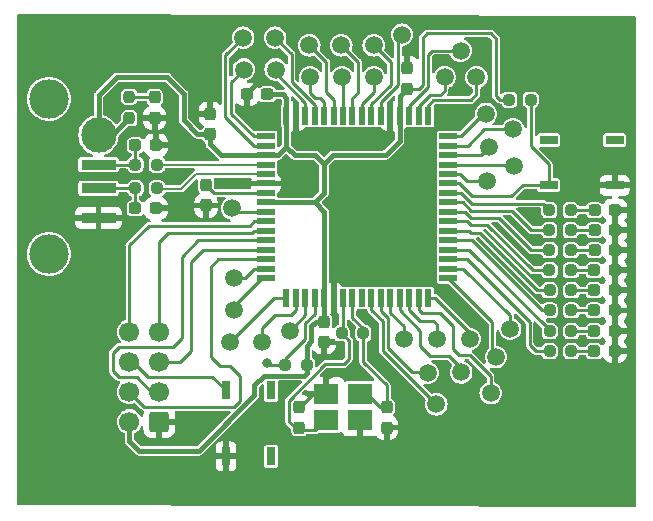
<source format=gtl>
G04 #@! TF.GenerationSoftware,KiCad,Pcbnew,7.0.8-7.0.8~ubuntu22.04.1*
G04 #@! TF.CreationDate,2023-10-11T15:45:23+02:00*
G04 #@! TF.ProjectId,Pico_PCB,5069636f-5f50-4434-922e-6b696361645f,rev?*
G04 #@! TF.SameCoordinates,Original*
G04 #@! TF.FileFunction,Copper,L1,Top*
G04 #@! TF.FilePolarity,Positive*
%FSLAX46Y46*%
G04 Gerber Fmt 4.6, Leading zero omitted, Abs format (unit mm)*
G04 Created by KiCad (PCBNEW 7.0.8-7.0.8~ubuntu22.04.1) date 2023-10-11 15:45:23*
%MOMM*%
%LPD*%
G01*
G04 APERTURE LIST*
G04 Aperture macros list*
%AMRoundRect*
0 Rectangle with rounded corners*
0 $1 Rounding radius*
0 $2 $3 $4 $5 $6 $7 $8 $9 X,Y pos of 4 corners*
0 Add a 4 corners polygon primitive as box body*
4,1,4,$2,$3,$4,$5,$6,$7,$8,$9,$2,$3,0*
0 Add four circle primitives for the rounded corners*
1,1,$1+$1,$2,$3*
1,1,$1+$1,$4,$5*
1,1,$1+$1,$6,$7*
1,1,$1+$1,$8,$9*
0 Add four rect primitives between the rounded corners*
20,1,$1+$1,$2,$3,$4,$5,0*
20,1,$1+$1,$4,$5,$6,$7,0*
20,1,$1+$1,$6,$7,$8,$9,0*
20,1,$1+$1,$8,$9,$2,$3,0*%
G04 Aperture macros list end*
G04 #@! TA.AperFunction,SMDPad,CuDef*
%ADD10RoundRect,0.237500X0.287500X0.237500X-0.287500X0.237500X-0.287500X-0.237500X0.287500X-0.237500X0*%
G04 #@! TD*
G04 #@! TA.AperFunction,SMDPad,CuDef*
%ADD11RoundRect,0.237500X0.250000X0.237500X-0.250000X0.237500X-0.250000X-0.237500X0.250000X-0.237500X0*%
G04 #@! TD*
G04 #@! TA.AperFunction,ComponentPad*
%ADD12C,1.500000*%
G04 #@! TD*
G04 #@! TA.AperFunction,SMDPad,CuDef*
%ADD13RoundRect,0.237500X-0.287500X-0.237500X0.287500X-0.237500X0.287500X0.237500X-0.287500X0.237500X0*%
G04 #@! TD*
G04 #@! TA.AperFunction,SMDPad,CuDef*
%ADD14RoundRect,0.237500X0.237500X-0.300000X0.237500X0.300000X-0.237500X0.300000X-0.237500X-0.300000X0*%
G04 #@! TD*
G04 #@! TA.AperFunction,SMDPad,CuDef*
%ADD15RoundRect,0.237500X-0.250000X-0.237500X0.250000X-0.237500X0.250000X0.237500X-0.250000X0.237500X0*%
G04 #@! TD*
G04 #@! TA.AperFunction,ComponentPad*
%ADD16RoundRect,0.250000X0.600000X0.600000X-0.600000X0.600000X-0.600000X-0.600000X0.600000X-0.600000X0*%
G04 #@! TD*
G04 #@! TA.AperFunction,ComponentPad*
%ADD17C,1.700000*%
G04 #@! TD*
G04 #@! TA.AperFunction,SMDPad,CuDef*
%ADD18RoundRect,0.237500X-0.237500X0.300000X-0.237500X-0.300000X0.237500X-0.300000X0.237500X0.300000X0*%
G04 #@! TD*
G04 #@! TA.AperFunction,SMDPad,CuDef*
%ADD19R,1.524000X0.762000*%
G04 #@! TD*
G04 #@! TA.AperFunction,SMDPad,CuDef*
%ADD20R,0.762000X1.524000*%
G04 #@! TD*
G04 #@! TA.AperFunction,SMDPad,CuDef*
%ADD21RoundRect,0.237500X0.237500X-0.287500X0.237500X0.287500X-0.237500X0.287500X-0.237500X-0.287500X0*%
G04 #@! TD*
G04 #@! TA.AperFunction,SMDPad,CuDef*
%ADD22R,2.100000X1.800000*%
G04 #@! TD*
G04 #@! TA.AperFunction,SMDPad,CuDef*
%ADD23R,1.500000X0.550000*%
G04 #@! TD*
G04 #@! TA.AperFunction,SMDPad,CuDef*
%ADD24R,0.550000X1.500000*%
G04 #@! TD*
G04 #@! TA.AperFunction,SMDPad,CuDef*
%ADD25RoundRect,0.237500X0.237500X-0.250000X0.237500X0.250000X-0.237500X0.250000X-0.237500X-0.250000X0*%
G04 #@! TD*
G04 #@! TA.AperFunction,SMDPad,CuDef*
%ADD26RoundRect,0.237500X0.300000X0.237500X-0.300000X0.237500X-0.300000X-0.237500X0.300000X-0.237500X0*%
G04 #@! TD*
G04 #@! TA.AperFunction,SMDPad,CuDef*
%ADD27C,2.999740*%
G04 #@! TD*
G04 #@! TA.AperFunction,SMDPad,CuDef*
%ADD28R,2.999740X0.899160*%
G04 #@! TD*
G04 #@! TA.AperFunction,ComponentPad*
%ADD29C,3.327400*%
G04 #@! TD*
G04 #@! TA.AperFunction,ViaPad*
%ADD30C,0.800000*%
G04 #@! TD*
G04 #@! TA.AperFunction,Conductor*
%ADD31C,0.250000*%
G04 #@! TD*
G04 #@! TA.AperFunction,Conductor*
%ADD32C,0.381000*%
G04 #@! TD*
G04 #@! TA.AperFunction,Conductor*
%ADD33C,0.248920*%
G04 #@! TD*
G04 #@! TA.AperFunction,Conductor*
%ADD34C,0.200000*%
G04 #@! TD*
G04 APERTURE END LIST*
D10*
X281125000Y-43200000D03*
X279375000Y-43200000D03*
D11*
X242345345Y-29402420D03*
X240520345Y-29402420D03*
D12*
X263238000Y-42160000D03*
D10*
X281125000Y-36350000D03*
X279375000Y-36350000D03*
D12*
X251200000Y-42400000D03*
X248700000Y-31100000D03*
D13*
X240520345Y-31102420D03*
X242270345Y-31102420D03*
D10*
X281150000Y-32950000D03*
X279400000Y-32950000D03*
X281150000Y-34650000D03*
X279400000Y-34650000D03*
D12*
X266000000Y-47700000D03*
X266032000Y-42160000D03*
X255250000Y-17300000D03*
D13*
X240520345Y-25752420D03*
X242270345Y-25752420D03*
D11*
X255050000Y-44400000D03*
X253225000Y-44400000D03*
D10*
X281125000Y-41500000D03*
X279375000Y-41500000D03*
D12*
X252400000Y-19350000D03*
X258000000Y-20000000D03*
D14*
X254400000Y-49662500D03*
X254400000Y-47937500D03*
D12*
X248850000Y-39700000D03*
D15*
X272175000Y-21900000D03*
X274000000Y-21900000D03*
D12*
X248850000Y-37000000D03*
D14*
X263550000Y-20962500D03*
X263550000Y-19237500D03*
D16*
X242550000Y-49170000D03*
D17*
X240010000Y-49170000D03*
X242550000Y-46630000D03*
X240010000Y-46630000D03*
X242550000Y-44090000D03*
X240010000Y-44090000D03*
X242550000Y-41550000D03*
X240010000Y-41550000D03*
D12*
X268050000Y-17750000D03*
X272500000Y-24400000D03*
X266700000Y-20000000D03*
X263100000Y-16400000D03*
D18*
X246500000Y-29137500D03*
X246500000Y-30862500D03*
D14*
X246850000Y-24825000D03*
X246850000Y-23100000D03*
D15*
X275600000Y-41500000D03*
X277425000Y-41500000D03*
D11*
X259812500Y-41687500D03*
X257987500Y-41687500D03*
D15*
X275600000Y-43200000D03*
X277425000Y-43200000D03*
D18*
X256500000Y-40700000D03*
X256500000Y-42425000D03*
D15*
X275600000Y-38050000D03*
X277425000Y-38050000D03*
D12*
X271050000Y-43700000D03*
D10*
X281150000Y-31250000D03*
X279400000Y-31250000D03*
D19*
X281100000Y-29150000D03*
X275512000Y-29150000D03*
X281100000Y-25340000D03*
X275512000Y-25340000D03*
D10*
X281125000Y-38050000D03*
X279375000Y-38050000D03*
D12*
X255300000Y-20000000D03*
X260700000Y-17300000D03*
D15*
X275575000Y-36350000D03*
X277400000Y-36350000D03*
D20*
X248200000Y-52100000D03*
X248200000Y-46512000D03*
X252010000Y-52100000D03*
X252010000Y-46512000D03*
D12*
X269400000Y-20000000D03*
X249650000Y-16650000D03*
X270500000Y-25900000D03*
X249700000Y-19350000D03*
D21*
X242151320Y-23450000D03*
X242151320Y-21700000D03*
D12*
X257950000Y-17300000D03*
D15*
X275562500Y-31250000D03*
X277387500Y-31250000D03*
D18*
X261800000Y-47937500D03*
X261800000Y-49662500D03*
D12*
X265300000Y-45050000D03*
X270600000Y-46750000D03*
D15*
X275600000Y-39750000D03*
X277425000Y-39750000D03*
D11*
X242345345Y-27402420D03*
X240520345Y-27402420D03*
D22*
X259550000Y-46800000D03*
X256650000Y-46800000D03*
X256650000Y-49000000D03*
X259550000Y-49000000D03*
D12*
X252350000Y-16650000D03*
X253600000Y-41450000D03*
D23*
X251600000Y-25000000D03*
X251600000Y-25800000D03*
X251600000Y-26600000D03*
X251600000Y-27400000D03*
X251600000Y-28200000D03*
X251600000Y-29000000D03*
X251600000Y-29800000D03*
X251600000Y-30600000D03*
X251600000Y-31400000D03*
X251600000Y-32200000D03*
X251600000Y-33000000D03*
X251600000Y-33800000D03*
X251600000Y-34600000D03*
X251600000Y-35400000D03*
X251600000Y-36200000D03*
X251600000Y-37000000D03*
D24*
X253300000Y-38700000D03*
X254100000Y-38700000D03*
X254900000Y-38700000D03*
X255700000Y-38700000D03*
X256500000Y-38700000D03*
X257300000Y-38700000D03*
X258100000Y-38700000D03*
X258900000Y-38700000D03*
X259700000Y-38700000D03*
X260500000Y-38700000D03*
X261300000Y-38700000D03*
X262100000Y-38700000D03*
X262900000Y-38700000D03*
X263700000Y-38700000D03*
X264500000Y-38700000D03*
X265300000Y-38700000D03*
D23*
X267000000Y-37000000D03*
X267000000Y-36200000D03*
X267000000Y-35400000D03*
X267000000Y-34600000D03*
X267000000Y-33800000D03*
X267000000Y-33000000D03*
X267000000Y-32200000D03*
X267000000Y-31400000D03*
X267000000Y-30600000D03*
X267000000Y-29800000D03*
X267000000Y-29000000D03*
X267000000Y-28200000D03*
X267000000Y-27400000D03*
X267000000Y-26600000D03*
X267000000Y-25800000D03*
X267000000Y-25000000D03*
D24*
X265300000Y-23300000D03*
X264500000Y-23300000D03*
X263700000Y-23300000D03*
X262900000Y-23300000D03*
X262100000Y-23300000D03*
X261300000Y-23300000D03*
X260500000Y-23300000D03*
X259700000Y-23300000D03*
X258900000Y-23300000D03*
X258100000Y-23300000D03*
X257300000Y-23300000D03*
X256500000Y-23300000D03*
X255700000Y-23300000D03*
X254900000Y-23300000D03*
X254100000Y-23300000D03*
X253300000Y-23300000D03*
D12*
X272600000Y-27500000D03*
X270200000Y-23100000D03*
X248550000Y-42400000D03*
D15*
X275562500Y-32950000D03*
X277387500Y-32950000D03*
D12*
X272250000Y-41300000D03*
D25*
X240001320Y-23475000D03*
X240001320Y-21650000D03*
D12*
X260700000Y-20000000D03*
D26*
X251700000Y-21450000D03*
X249975000Y-21450000D03*
D27*
X237401320Y-24904840D03*
D28*
X237401320Y-27404200D03*
X237401320Y-29400640D03*
X237401320Y-31900000D03*
D29*
X233190000Y-21836520D03*
X233190000Y-34968320D03*
D12*
X270300000Y-28800000D03*
X268826000Y-42160000D03*
D15*
X275575000Y-34650000D03*
X277400000Y-34650000D03*
D10*
X281125000Y-39750000D03*
X279375000Y-39750000D03*
D12*
X268100000Y-45000000D03*
D30*
X243400000Y-16600000D03*
X280300000Y-54100000D03*
X244200000Y-50750000D03*
X257400000Y-54100000D03*
X280500000Y-16600000D03*
X257750000Y-43350000D03*
X238400000Y-22200000D03*
X260200000Y-33300000D03*
X235700000Y-16600000D03*
X253300000Y-51200000D03*
X244250000Y-49200000D03*
X252200000Y-49100000D03*
X259900000Y-40250000D03*
X243700000Y-22450000D03*
X244400000Y-31100000D03*
X256000000Y-51200000D03*
X239200000Y-26200000D03*
X249100000Y-54500000D03*
X257000000Y-45100000D03*
X272100000Y-54100000D03*
X265100000Y-54100000D03*
X247750000Y-48650000D03*
X245950000Y-49250000D03*
X250700000Y-23400000D03*
X273900000Y-16600000D03*
X281200000Y-21600000D03*
X258600000Y-51200000D03*
X261100000Y-51200000D03*
X264000000Y-17800000D03*
X256300000Y-25400000D03*
X263400000Y-48000000D03*
X259550000Y-49000000D03*
X264300000Y-29600000D03*
X245000000Y-26150000D03*
X249000000Y-29000000D03*
X239100000Y-54500000D03*
X232250000Y-54050000D03*
X260550000Y-43200000D03*
X262850000Y-46050000D03*
X263550000Y-19150000D03*
X259500000Y-45100000D03*
X263300000Y-50500000D03*
X260200000Y-29600000D03*
X264100000Y-33300000D03*
X241100000Y-50550000D03*
X251700000Y-44200000D03*
D31*
X247162500Y-29800000D02*
X246500000Y-29137500D01*
X251600000Y-29800000D02*
X247162500Y-29800000D01*
X255537500Y-46800000D02*
X256650000Y-46800000D01*
X254400000Y-47937500D02*
X254437500Y-47900000D01*
X254437500Y-47900000D02*
X254600000Y-47900000D01*
X249975000Y-21450000D02*
X249975000Y-21325000D01*
X254600000Y-47737500D02*
X255537500Y-46800000D01*
X254600000Y-47900000D02*
X254600000Y-47737500D01*
D32*
X249975000Y-21325000D02*
X251100000Y-20200000D01*
D31*
X261800000Y-46100000D02*
X261800000Y-47937500D01*
X259812500Y-41262500D02*
X259812500Y-41687500D01*
X261800000Y-47937500D02*
X261237500Y-47937500D01*
X259812500Y-41687500D02*
X259812500Y-44112500D01*
X258900000Y-40350000D02*
X259812500Y-41262500D01*
X258900000Y-38700000D02*
X258900000Y-40350000D01*
X260100000Y-46800000D02*
X259550000Y-46800000D01*
X258900000Y-47475000D02*
X258900000Y-47200000D01*
X261237500Y-47937500D02*
X260100000Y-46800000D01*
X259812500Y-44112500D02*
X261800000Y-46100000D01*
X258600000Y-43850000D02*
X258150000Y-44300000D01*
X258600000Y-42300000D02*
X258600000Y-43850000D01*
X258150000Y-44300000D02*
X256600000Y-44300000D01*
X254062500Y-49662500D02*
X254400000Y-49662500D01*
X256600000Y-44300000D02*
X253500000Y-47400000D01*
X258100000Y-41575000D02*
X258100000Y-38700000D01*
X255750000Y-49900000D02*
X256650000Y-49000000D01*
X253500000Y-47400000D02*
X253500000Y-49100000D01*
X253500000Y-49100000D02*
X254062500Y-49662500D01*
X257987500Y-41687500D02*
X258100000Y-41575000D01*
X257987500Y-41687500D02*
X258600000Y-42300000D01*
X254400000Y-49662500D02*
X254637500Y-49900000D01*
X254637500Y-49900000D02*
X255750000Y-49900000D01*
D32*
X255050000Y-44400000D02*
X255050000Y-42729028D01*
X256500000Y-38700000D02*
X256500000Y-40700000D01*
X244600000Y-21400000D02*
X243200000Y-20000000D01*
X238571480Y-24904840D02*
X240001320Y-23475000D01*
X237401320Y-21548680D02*
X237401320Y-24904840D01*
X261700000Y-26600000D02*
X262900000Y-25400000D01*
X238950000Y-20000000D02*
X237401320Y-21548680D01*
D33*
X271050000Y-16750000D02*
X270600000Y-16300000D01*
D32*
X251434500Y-45265500D02*
X250600000Y-46100000D01*
X237401320Y-24904840D02*
X238571480Y-24904840D01*
X240850000Y-51650000D02*
X240010000Y-50810000D01*
X256500000Y-27350000D02*
X257250000Y-26600000D01*
X254000000Y-26600000D02*
X253300000Y-25900000D01*
X255050000Y-44400000D02*
X255050000Y-45050000D01*
D33*
X270600000Y-16300000D02*
X265250000Y-16300000D01*
D32*
X262900000Y-25400000D02*
X262900000Y-23300000D01*
X244600000Y-23650000D02*
X244600000Y-21400000D01*
D33*
X264519684Y-20969684D02*
X264512500Y-20962500D01*
X264512500Y-20962500D02*
X263550000Y-20962500D01*
D32*
X253300000Y-23300000D02*
X253300000Y-25900000D01*
D33*
X271050000Y-21600000D02*
X271050000Y-16750000D01*
D32*
X250600000Y-46100000D02*
X250600000Y-46929028D01*
X252600000Y-26600000D02*
X251600000Y-26600000D01*
X255800000Y-40700000D02*
X256500000Y-40700000D01*
X256500000Y-31400000D02*
X256500000Y-38700000D01*
X245879028Y-51650000D02*
X240850000Y-51650000D01*
X255415500Y-42363528D02*
X255415500Y-41084500D01*
X246850000Y-24825000D02*
X245775000Y-24825000D01*
X253300000Y-23300000D02*
X253300000Y-21750000D01*
X262900000Y-21612500D02*
X263550000Y-20962500D01*
X253300000Y-21750000D02*
X253000000Y-21450000D01*
X243200000Y-20000000D02*
X238950000Y-20000000D01*
X255415500Y-41084500D02*
X255800000Y-40700000D01*
X246850000Y-25650000D02*
X247800000Y-26600000D01*
X253000000Y-21450000D02*
X251700000Y-21450000D01*
X256500000Y-27350000D02*
X256500000Y-29800000D01*
D33*
X272175000Y-21900000D02*
X271350000Y-21900000D01*
D32*
X255750000Y-26600000D02*
X254000000Y-26600000D01*
X250600000Y-46929028D02*
X245879028Y-51650000D01*
X245775000Y-24825000D02*
X244600000Y-23650000D01*
D33*
X271350000Y-21900000D02*
X271050000Y-21600000D01*
X264850540Y-16699460D02*
X264850540Y-20638828D01*
D32*
X254834500Y-45265500D02*
X251434500Y-45265500D01*
X255050000Y-45050000D02*
X254834500Y-45265500D01*
X262900000Y-23300000D02*
X262900000Y-21612500D01*
D33*
X265250000Y-16300000D02*
X264850540Y-16699460D01*
D32*
X240010000Y-50810000D02*
X240010000Y-49170000D01*
X257250000Y-26600000D02*
X261700000Y-26600000D01*
X247800000Y-26600000D02*
X251600000Y-26600000D01*
X253300000Y-25900000D02*
X252600000Y-26600000D01*
D33*
X264850540Y-20638828D02*
X264519684Y-20969684D01*
D32*
X256500000Y-27350000D02*
X255750000Y-26600000D01*
X255700000Y-30600000D02*
X251600000Y-30600000D01*
X255700000Y-30600000D02*
X256500000Y-31400000D01*
X256500000Y-29800000D02*
X255700000Y-30600000D01*
X255050000Y-42729028D02*
X255415500Y-42363528D01*
X246850000Y-24825000D02*
X246850000Y-25650000D01*
D31*
X240518565Y-29400640D02*
X240520345Y-29402420D01*
X237401320Y-29400640D02*
X240518565Y-29400640D01*
X240520345Y-29402420D02*
X240520345Y-31102420D01*
X240518565Y-27404200D02*
X240520345Y-27402420D01*
X237401320Y-27404200D02*
X240518565Y-27404200D01*
X240520345Y-27402420D02*
X240520345Y-25752420D01*
X277425000Y-43200000D02*
X279375000Y-43200000D01*
X277425000Y-41500000D02*
X279375000Y-41500000D01*
X240001320Y-21650000D02*
X242101320Y-21650000D01*
X242101320Y-21650000D02*
X242151320Y-21700000D01*
X277425000Y-39750000D02*
X279375000Y-39750000D01*
X277425000Y-38050000D02*
X279375000Y-38050000D01*
X277400000Y-36350000D02*
X279375000Y-36350000D01*
X277400000Y-34650000D02*
X279400000Y-34650000D01*
X277387500Y-32950000D02*
X279400000Y-32950000D01*
X277387500Y-31250000D02*
X279400000Y-31250000D01*
X239100000Y-42850000D02*
X243700000Y-42850000D01*
X239150000Y-45400000D02*
X238600000Y-44850000D01*
X244450000Y-35200000D02*
X245850000Y-33800000D01*
X245850000Y-33800000D02*
X251600000Y-33800000D01*
X240631701Y-45400000D02*
X239150000Y-45400000D01*
X242550000Y-46630000D02*
X241861701Y-46630000D01*
X238600000Y-44850000D02*
X238600000Y-43350000D01*
X243700000Y-42850000D02*
X244450000Y-42100000D01*
X238600000Y-43350000D02*
X239100000Y-42850000D01*
X244450000Y-42100000D02*
X244450000Y-35200000D01*
X241861701Y-46630000D02*
X240631701Y-45400000D01*
X246900000Y-36050000D02*
X246900000Y-43700000D01*
X248900000Y-47900000D02*
X241280000Y-47900000D01*
X247550000Y-35400000D02*
X246900000Y-36050000D01*
X249400000Y-45300000D02*
X249400000Y-47400000D01*
X246900000Y-43700000D02*
X247650000Y-44450000D01*
X241280000Y-47900000D02*
X240010000Y-46630000D01*
X249400000Y-47400000D02*
X248900000Y-47900000D01*
X248550000Y-44450000D02*
X249400000Y-45300000D01*
X251600000Y-35400000D02*
X247550000Y-35400000D01*
X247650000Y-44450000D02*
X248550000Y-44450000D01*
X244310000Y-44090000D02*
X245200000Y-43200000D01*
X242550000Y-44090000D02*
X244310000Y-44090000D01*
X246250000Y-34600000D02*
X251600000Y-34600000D01*
X245200000Y-43200000D02*
X245200000Y-35650000D01*
X245200000Y-35650000D02*
X246250000Y-34600000D01*
X240340000Y-44090000D02*
X241600000Y-45350000D01*
X254900000Y-40850000D02*
X254900000Y-42150000D01*
X255700000Y-38700000D02*
X255700000Y-40050000D01*
X254900000Y-42150000D02*
X253225000Y-43825000D01*
X241600000Y-45350000D02*
X247038000Y-45350000D01*
X240010000Y-44090000D02*
X240340000Y-44090000D01*
X253225000Y-43825000D02*
X253225000Y-44400000D01*
X251900000Y-44400000D02*
X251700000Y-44200000D01*
X255700000Y-40050000D02*
X254900000Y-40850000D01*
X247038000Y-45350000D02*
X248200000Y-46512000D01*
X253225000Y-44400000D02*
X251900000Y-44400000D01*
X251600000Y-33000000D02*
X250600000Y-33000000D01*
X250600000Y-33000000D02*
X250400000Y-33200000D01*
X242550000Y-33950000D02*
X242550000Y-41550000D01*
X243300000Y-33200000D02*
X242550000Y-33950000D01*
X250400000Y-33200000D02*
X243300000Y-33200000D01*
X250600000Y-32200000D02*
X250200000Y-32600000D01*
X251600000Y-32200000D02*
X250600000Y-32200000D01*
X250200000Y-32600000D02*
X241650000Y-32600000D01*
X240010000Y-34240000D02*
X240010000Y-41550000D01*
X241650000Y-32600000D02*
X240010000Y-34240000D01*
D34*
X251600000Y-27400000D02*
X242347765Y-27400000D01*
X242347765Y-27400000D02*
X242345345Y-27402420D01*
X244400000Y-29450000D02*
X242392925Y-29450000D01*
X251600000Y-28200000D02*
X245650000Y-28200000D01*
X242392925Y-29450000D02*
X242345345Y-29402420D01*
X245650000Y-28200000D02*
X244400000Y-29450000D01*
D31*
X274000000Y-25850000D02*
X274000000Y-21900000D01*
X273300000Y-29150000D02*
X275512000Y-29150000D01*
X267000000Y-29000000D02*
X267950000Y-29000000D01*
X275512000Y-29150000D02*
X275512000Y-27362000D01*
X275512000Y-27362000D02*
X274000000Y-25850000D01*
X269050000Y-30100000D02*
X272350000Y-30100000D01*
X272350000Y-30100000D02*
X273300000Y-29150000D01*
X267950000Y-29000000D02*
X269050000Y-30100000D01*
X267000000Y-35400000D02*
X268600000Y-35400000D01*
X268600000Y-35400000D02*
X273900000Y-40700000D01*
X273900000Y-40700000D02*
X273900000Y-42650000D01*
X273900000Y-42650000D02*
X274450000Y-43200000D01*
X274450000Y-43200000D02*
X275600000Y-43200000D01*
X275600000Y-41400000D02*
X275600000Y-41500000D01*
X267000000Y-34600000D02*
X268800000Y-34600000D01*
X268800000Y-34600000D02*
X275600000Y-41400000D01*
X267000000Y-33800000D02*
X269000000Y-33800000D01*
X274950000Y-39750000D02*
X275600000Y-39750000D01*
X269000000Y-33800000D02*
X274950000Y-39750000D01*
X269700000Y-33200000D02*
X274550000Y-38050000D01*
X268968020Y-33200000D02*
X269700000Y-33200000D01*
X274550000Y-38050000D02*
X275600000Y-38050000D01*
X267000000Y-33000000D02*
X268768020Y-33000000D01*
X268768020Y-33000000D02*
X268968020Y-33200000D01*
X267000000Y-32200000D02*
X268604416Y-32200000D01*
X274150000Y-36350000D02*
X275575000Y-36350000D01*
X270300000Y-32500000D02*
X274150000Y-36350000D01*
X268904416Y-32500000D02*
X270300000Y-32500000D01*
X268604416Y-32200000D02*
X268904416Y-32500000D01*
X268440812Y-31400000D02*
X268940812Y-31900000D01*
X271300000Y-31900000D02*
X274050000Y-34650000D01*
X274050000Y-34650000D02*
X275575000Y-34650000D01*
X268940812Y-31900000D02*
X271300000Y-31900000D01*
X267000000Y-31400000D02*
X268440812Y-31400000D01*
X274050000Y-32950000D02*
X275562500Y-32950000D01*
X268277208Y-30600000D02*
X268977208Y-31300000D01*
X267000000Y-30600000D02*
X268277208Y-30600000D01*
X268977208Y-31300000D02*
X272400000Y-31300000D01*
X272400000Y-31300000D02*
X274050000Y-32950000D01*
X275012500Y-30700000D02*
X275562500Y-31250000D01*
X268113604Y-29800000D02*
X269013604Y-30700000D01*
X267000000Y-29800000D02*
X268113604Y-29800000D01*
X269013604Y-30700000D02*
X275012500Y-30700000D01*
X264500000Y-23300000D02*
X264500000Y-22425000D01*
X266350000Y-21500000D02*
X266700000Y-21150000D01*
X266700000Y-21150000D02*
X266700000Y-20000000D01*
X265425000Y-21500000D02*
X266350000Y-21500000D01*
X264500000Y-22425000D02*
X265425000Y-21500000D01*
X269400000Y-21450000D02*
X269400000Y-20000000D01*
X265300000Y-22400000D02*
X265750000Y-21950000D01*
X265300000Y-23300000D02*
X265300000Y-22400000D01*
X265750000Y-21950000D02*
X268900000Y-21950000D01*
X268900000Y-21950000D02*
X269400000Y-21450000D01*
X268050000Y-25000000D02*
X269950000Y-23100000D01*
X267000000Y-25000000D02*
X268050000Y-25000000D01*
X269950000Y-23100000D02*
X270200000Y-23100000D01*
X268650000Y-25800000D02*
X270050000Y-24400000D01*
X270050000Y-24400000D02*
X272500000Y-24400000D01*
X267000000Y-25800000D02*
X268650000Y-25800000D01*
X269800000Y-26600000D02*
X270500000Y-25900000D01*
X267000000Y-26600000D02*
X269800000Y-26600000D01*
X267000000Y-27400000D02*
X272500000Y-27400000D01*
X272500000Y-27400000D02*
X272600000Y-27500000D01*
X267000000Y-28200000D02*
X268000000Y-28200000D01*
X268000000Y-28200000D02*
X268600000Y-28800000D01*
X268600000Y-28800000D02*
X270300000Y-28800000D01*
X249800000Y-37000000D02*
X248850000Y-37000000D01*
X251600000Y-36200000D02*
X250600000Y-36200000D01*
X250600000Y-36200000D02*
X249800000Y-37000000D01*
X248850000Y-39350000D02*
X248850000Y-39700000D01*
X251200000Y-37000000D02*
X248850000Y-39350000D01*
X251600000Y-37000000D02*
X251200000Y-37000000D01*
X253300000Y-38700000D02*
X252250000Y-38700000D01*
X252250000Y-38700000D02*
X248550000Y-42400000D01*
X261450000Y-40650000D02*
X261450000Y-43150000D01*
X261450000Y-43150000D02*
X266000000Y-47700000D01*
X260500000Y-39700000D02*
X261450000Y-40650000D01*
X260500000Y-38700000D02*
X260500000Y-39700000D01*
X261300000Y-38700000D02*
X261300000Y-39786396D01*
X261900000Y-40386396D02*
X261900000Y-42950000D01*
X261300000Y-39786396D02*
X261900000Y-40386396D01*
X263904000Y-44954000D02*
X264511720Y-44954000D01*
X261900000Y-42950000D02*
X263904000Y-44954000D01*
X262100000Y-38700000D02*
X262100000Y-39950000D01*
X263238000Y-41088000D02*
X263238000Y-42160000D01*
X262100000Y-39950000D02*
X263238000Y-41088000D01*
X264650000Y-41450000D02*
X264650000Y-42800000D01*
X262900000Y-38700000D02*
X262900000Y-39700000D01*
X264650000Y-42800000D02*
X265450000Y-43600000D01*
X267050000Y-43600000D02*
X268100000Y-44650000D01*
X268100000Y-44650000D02*
X268100000Y-45000000D01*
X262900000Y-39700000D02*
X264650000Y-41450000D01*
X265450000Y-43600000D02*
X267050000Y-43600000D01*
X265700000Y-40600000D02*
X266032000Y-40932000D01*
X263700000Y-38700000D02*
X263700000Y-39700000D01*
X263700000Y-39700000D02*
X264600000Y-40600000D01*
X264600000Y-40600000D02*
X265700000Y-40600000D01*
X266032000Y-40932000D02*
X266032000Y-42160000D01*
X266350000Y-40000000D02*
X267450000Y-41100000D01*
X267450000Y-43050000D02*
X267950000Y-43550000D01*
X264500000Y-38700000D02*
X264500000Y-39700000D01*
X267450000Y-41100000D02*
X267450000Y-43050000D01*
X268850000Y-43550000D02*
X270600000Y-45300000D01*
X264500000Y-39700000D02*
X264800000Y-40000000D01*
X270600000Y-45300000D02*
X270600000Y-46750000D01*
X264800000Y-40000000D02*
X266350000Y-40000000D01*
X267950000Y-43550000D02*
X268850000Y-43550000D01*
X265900000Y-38700000D02*
X268826000Y-41626000D01*
X268826000Y-41626000D02*
X268826000Y-42160000D01*
X265300000Y-38700000D02*
X265900000Y-38700000D01*
X261300000Y-23300000D02*
X261300000Y-22136396D01*
X261300000Y-22136396D02*
X262750000Y-20686396D01*
X262750000Y-20686396D02*
X262750000Y-16750000D01*
X262750000Y-16750000D02*
X263100000Y-16400000D01*
X260500000Y-22300000D02*
X262150000Y-20650000D01*
X260500000Y-23300000D02*
X260500000Y-22300000D01*
X262150000Y-20650000D02*
X262150000Y-18750000D01*
X262150000Y-18750000D02*
X260700000Y-17300000D01*
X252400000Y-19672792D02*
X252400000Y-19350000D01*
X254900000Y-23300000D02*
X254900000Y-22172792D01*
X254900000Y-22172792D02*
X252400000Y-19672792D01*
X270750000Y-43400000D02*
X271050000Y-43700000D01*
X267000000Y-37000000D02*
X270750000Y-40750000D01*
X270750000Y-40750000D02*
X270750000Y-43400000D01*
X249000000Y-31400000D02*
X248700000Y-31100000D01*
X251600000Y-31400000D02*
X249000000Y-31400000D01*
X254100000Y-38700000D02*
X254100000Y-39700000D01*
X253700000Y-40100000D02*
X252300000Y-40100000D01*
X252300000Y-40100000D02*
X251200000Y-41200000D01*
X254100000Y-39700000D02*
X253700000Y-40100000D01*
X251200000Y-41200000D02*
X251200000Y-42400000D01*
X254900000Y-40150000D02*
X254900000Y-38700000D01*
X253600000Y-41450000D02*
X254900000Y-40150000D01*
X251600000Y-25000000D02*
X250550000Y-25000000D01*
X250550000Y-25000000D02*
X248650000Y-23100000D01*
X248650000Y-23100000D02*
X248650000Y-20400000D01*
X248650000Y-20400000D02*
X249700000Y-19350000D01*
X255700000Y-22336396D02*
X253750000Y-20386396D01*
X253750000Y-18050000D02*
X252350000Y-16650000D01*
X253750000Y-20386396D02*
X253750000Y-18050000D01*
X255700000Y-23300000D02*
X255700000Y-22336396D01*
X256500000Y-22100000D02*
X256150000Y-21750000D01*
X256150000Y-21750000D02*
X255750000Y-21750000D01*
X256500000Y-23300000D02*
X256500000Y-22100000D01*
X255300000Y-21300000D02*
X255300000Y-20000000D01*
X255750000Y-21750000D02*
X255300000Y-21300000D01*
X257300000Y-23300000D02*
X257300000Y-21900000D01*
X257300000Y-21900000D02*
X256650000Y-21250000D01*
X256650000Y-21250000D02*
X256650000Y-18700000D01*
X256650000Y-18700000D02*
X255250000Y-17300000D01*
X258100000Y-20100000D02*
X258000000Y-20000000D01*
X258100000Y-23300000D02*
X258100000Y-20100000D01*
X258900000Y-23300000D02*
X258900000Y-21750000D01*
X259350000Y-21300000D02*
X259350000Y-18700000D01*
X258900000Y-21750000D02*
X259350000Y-21300000D01*
X259350000Y-18700000D02*
X257950000Y-17300000D01*
X259700000Y-22250000D02*
X260700000Y-21250000D01*
X259700000Y-23300000D02*
X259700000Y-22250000D01*
X260700000Y-21250000D02*
X260700000Y-20000000D01*
X263700000Y-23300000D02*
X263700000Y-22425000D01*
X265300000Y-18100000D02*
X265650000Y-17750000D01*
X265300000Y-20825000D02*
X265300000Y-18100000D01*
X265650000Y-17750000D02*
X268050000Y-17750000D01*
X263700000Y-22425000D02*
X265300000Y-20825000D01*
X251600000Y-25800000D02*
X250600000Y-25800000D01*
X250600000Y-25800000D02*
X248150000Y-23350000D01*
X248150000Y-23350000D02*
X248150000Y-18150000D01*
X248150000Y-18150000D02*
X249650000Y-16650000D01*
X268300000Y-36200000D02*
X272250000Y-40150000D01*
X267000000Y-36200000D02*
X268300000Y-36200000D01*
X272250000Y-40150000D02*
X272250000Y-41300000D01*
G04 #@! TA.AperFunction,Conductor*
G36*
X248518247Y-48245185D02*
G01*
X248564002Y-48297989D01*
X248573946Y-48367147D01*
X248544921Y-48430703D01*
X248538889Y-48437181D01*
X245753390Y-51222681D01*
X245692067Y-51256166D01*
X245665709Y-51259000D01*
X241063320Y-51259000D01*
X240996281Y-51239315D01*
X240975639Y-51222681D01*
X240437319Y-50684361D01*
X240403834Y-50623038D01*
X240401000Y-50596680D01*
X240401000Y-50226478D01*
X240420685Y-50159439D01*
X240466547Y-50117120D01*
X240487177Y-50106093D01*
X240596450Y-50047685D01*
X240756410Y-49916410D01*
X240887685Y-49756450D01*
X240966643Y-49608730D01*
X241015604Y-49558887D01*
X241083742Y-49543427D01*
X241149422Y-49567259D01*
X241191790Y-49622816D01*
X241200000Y-49667184D01*
X241200000Y-49819970D01*
X241200001Y-49819987D01*
X241210494Y-49922697D01*
X241265641Y-50089119D01*
X241265643Y-50089124D01*
X241357684Y-50238345D01*
X241481654Y-50362315D01*
X241630875Y-50454356D01*
X241630880Y-50454358D01*
X241797302Y-50509505D01*
X241797309Y-50509506D01*
X241900019Y-50519999D01*
X242299999Y-50519999D01*
X242300000Y-50519998D01*
X242300000Y-49605501D01*
X242407685Y-49654680D01*
X242514237Y-49670000D01*
X242585763Y-49670000D01*
X242692315Y-49654680D01*
X242800000Y-49605501D01*
X242800000Y-50519999D01*
X243199972Y-50519999D01*
X243199986Y-50519998D01*
X243302697Y-50509505D01*
X243469119Y-50454358D01*
X243469124Y-50454356D01*
X243618345Y-50362315D01*
X243742315Y-50238345D01*
X243834356Y-50089124D01*
X243834358Y-50089119D01*
X243889505Y-49922697D01*
X243889506Y-49922690D01*
X243899999Y-49819986D01*
X243900000Y-49819973D01*
X243900000Y-49420000D01*
X242983686Y-49420000D01*
X243009493Y-49379844D01*
X243050000Y-49241889D01*
X243050000Y-49098111D01*
X243009493Y-48960156D01*
X242983686Y-48920000D01*
X243899999Y-48920000D01*
X243899999Y-48520028D01*
X243899998Y-48520013D01*
X243889505Y-48417302D01*
X243879963Y-48388504D01*
X243877561Y-48318675D01*
X243913293Y-48258634D01*
X243975814Y-48227441D01*
X243997669Y-48225500D01*
X248451208Y-48225500D01*
X248518247Y-48245185D01*
G37*
G04 #@! TD.AperFunction*
G04 #@! TA.AperFunction,Conductor*
G36*
X258630703Y-40545686D02*
G01*
X258644492Y-40559696D01*
X258646803Y-40562449D01*
X258646806Y-40562455D01*
X258658895Y-40572599D01*
X258677815Y-40588475D01*
X258681805Y-40592131D01*
X259164140Y-41074466D01*
X259197625Y-41135789D01*
X259192641Y-41205481D01*
X259176233Y-41235775D01*
X259170888Y-41243017D01*
X259170883Y-41243026D01*
X259127274Y-41367650D01*
X259124500Y-41397239D01*
X259124500Y-41977760D01*
X259127274Y-42007349D01*
X259170884Y-42131976D01*
X259249288Y-42238210D01*
X259249289Y-42238211D01*
X259348610Y-42311513D01*
X259355525Y-42316616D01*
X259403957Y-42333563D01*
X259460730Y-42374282D01*
X259486478Y-42439235D01*
X259487000Y-42450603D01*
X259487000Y-44095578D01*
X259486764Y-44100985D01*
X259483235Y-44141308D01*
X259493712Y-44180410D01*
X259494883Y-44185690D01*
X259501911Y-44225543D01*
X259503735Y-44230555D01*
X259510697Y-44247361D01*
X259512945Y-44252181D01*
X259512946Y-44252184D01*
X259515523Y-44255864D01*
X259536155Y-44285331D01*
X259539061Y-44289892D01*
X259559306Y-44324955D01*
X259590315Y-44350975D01*
X259594305Y-44354631D01*
X260729442Y-45489768D01*
X260762927Y-45551091D01*
X260757943Y-45620783D01*
X260716071Y-45676716D01*
X260650607Y-45701133D01*
X260625863Y-45699585D01*
X260625813Y-45700097D01*
X260619751Y-45699500D01*
X260619748Y-45699500D01*
X258480252Y-45699500D01*
X258480247Y-45699500D01*
X258421770Y-45711131D01*
X258421769Y-45711132D01*
X258345293Y-45762233D01*
X258342823Y-45758536D01*
X258302244Y-45780550D01*
X258232567Y-45775374D01*
X258176749Y-45733349D01*
X258160038Y-45702645D01*
X258143354Y-45657913D01*
X258143350Y-45657906D01*
X258057190Y-45542812D01*
X258057187Y-45542809D01*
X257942093Y-45456649D01*
X257942086Y-45456645D01*
X257807379Y-45406403D01*
X257807372Y-45406401D01*
X257747844Y-45400000D01*
X256900000Y-45400000D01*
X256900000Y-46926000D01*
X256880315Y-46993039D01*
X256827511Y-47038794D01*
X256776000Y-47050000D01*
X255125010Y-47050000D01*
X255059913Y-47031539D01*
X254951305Y-46964548D01*
X254951300Y-46964546D01*
X254787652Y-46910319D01*
X254740898Y-46905542D01*
X254676207Y-46879145D01*
X254636056Y-46821964D01*
X254633194Y-46752153D01*
X254665818Y-46694507D01*
X254888321Y-46472004D01*
X254949642Y-46438521D01*
X255019334Y-46443505D01*
X255075267Y-46485377D01*
X255098995Y-46548995D01*
X255100000Y-46550000D01*
X256400000Y-46550000D01*
X256400000Y-45400000D01*
X256259688Y-45400000D01*
X256192649Y-45380315D01*
X256146894Y-45327511D01*
X256136950Y-45258353D01*
X256165975Y-45194797D01*
X256172007Y-45188319D01*
X256698507Y-44661819D01*
X256759830Y-44628334D01*
X256786188Y-44625500D01*
X258133078Y-44625500D01*
X258138481Y-44625735D01*
X258178807Y-44629264D01*
X258217940Y-44618777D01*
X258223162Y-44617619D01*
X258263045Y-44610588D01*
X258263050Y-44610584D01*
X258268099Y-44608747D01*
X258284824Y-44601819D01*
X258289681Y-44599554D01*
X258289684Y-44599554D01*
X258322841Y-44576335D01*
X258327390Y-44573438D01*
X258362455Y-44553194D01*
X258388481Y-44522176D01*
X258392122Y-44518202D01*
X258818204Y-44092120D01*
X258822166Y-44088489D01*
X258853194Y-44062455D01*
X258873438Y-44027390D01*
X258876335Y-44022841D01*
X258899554Y-43989684D01*
X258899554Y-43989681D01*
X258901819Y-43984824D01*
X258908747Y-43968099D01*
X258910587Y-43963046D01*
X258910588Y-43963045D01*
X258917621Y-43923150D01*
X258918777Y-43917937D01*
X258929263Y-43878807D01*
X258925735Y-43838489D01*
X258925500Y-43833086D01*
X258925500Y-42316920D01*
X258925736Y-42311513D01*
X258926604Y-42301600D01*
X258929264Y-42271193D01*
X258918782Y-42232076D01*
X258917616Y-42226818D01*
X258910588Y-42186955D01*
X258910586Y-42186952D01*
X258910586Y-42186950D01*
X258908760Y-42181933D01*
X258901820Y-42165176D01*
X258899554Y-42160319D01*
X258899554Y-42160316D01*
X258876339Y-42127162D01*
X258873433Y-42122599D01*
X258853196Y-42087548D01*
X258853195Y-42087547D01*
X258853194Y-42087545D01*
X258822177Y-42061518D01*
X258818193Y-42057867D01*
X258711819Y-41951493D01*
X258678334Y-41890170D01*
X258675500Y-41863812D01*
X258675500Y-41397239D01*
X258672725Y-41367650D01*
X258645993Y-41291257D01*
X258629116Y-41243025D01*
X258629110Y-41243017D01*
X258550712Y-41136790D01*
X258550709Y-41136788D01*
X258497464Y-41097491D01*
X258475866Y-41081551D01*
X258433615Y-41025903D01*
X258425500Y-40981781D01*
X258425500Y-40639399D01*
X258445185Y-40572360D01*
X258497989Y-40526605D01*
X258567147Y-40516661D01*
X258630703Y-40545686D01*
G37*
G04 #@! TD.AperFunction*
G04 #@! TA.AperFunction,Conductor*
G36*
X257382078Y-42194685D02*
G01*
X257414808Y-42225365D01*
X257424289Y-42238211D01*
X257530523Y-42316615D01*
X257530524Y-42316615D01*
X257530525Y-42316616D01*
X257655151Y-42360225D01*
X257655150Y-42360225D01*
X257684740Y-42363000D01*
X257684744Y-42363000D01*
X258150500Y-42363000D01*
X258217539Y-42382685D01*
X258263294Y-42435489D01*
X258274500Y-42487000D01*
X258274500Y-43663812D01*
X258254815Y-43730851D01*
X258238181Y-43751493D01*
X258051493Y-43938181D01*
X257990170Y-43971666D01*
X257963812Y-43974500D01*
X256616922Y-43974500D01*
X256611518Y-43974264D01*
X256606107Y-43973790D01*
X256571192Y-43970735D01*
X256571191Y-43970735D01*
X256532091Y-43981212D01*
X256526811Y-43982383D01*
X256486959Y-43989410D01*
X256481961Y-43991229D01*
X256465117Y-43998206D01*
X256460313Y-44000446D01*
X256427166Y-44023656D01*
X256422606Y-44026562D01*
X256390844Y-44044901D01*
X256387545Y-44046806D01*
X256387543Y-44046808D01*
X256387541Y-44046810D01*
X256361524Y-44077815D01*
X256357869Y-44081804D01*
X255949681Y-44489992D01*
X255888358Y-44523477D01*
X255818667Y-44518493D01*
X255762733Y-44476622D01*
X255738316Y-44411157D01*
X255738000Y-44402311D01*
X255738000Y-44109739D01*
X255735225Y-44080150D01*
X255704189Y-43991456D01*
X255691616Y-43955525D01*
X255689508Y-43952669D01*
X255613211Y-43849289D01*
X255613210Y-43849288D01*
X255499499Y-43765366D01*
X255500269Y-43764321D01*
X255456985Y-43722198D01*
X255441000Y-43661298D01*
X255441000Y-43235206D01*
X255460685Y-43168167D01*
X255513489Y-43122412D01*
X255582647Y-43112468D01*
X255646203Y-43141493D01*
X255670539Y-43170110D01*
X255680054Y-43185537D01*
X255801961Y-43307444D01*
X255801965Y-43307447D01*
X255948688Y-43397948D01*
X255948699Y-43397953D01*
X256112347Y-43452180D01*
X256213352Y-43462499D01*
X256250000Y-43462499D01*
X256250000Y-42675000D01*
X256750000Y-42675000D01*
X256750000Y-43462499D01*
X256786640Y-43462499D01*
X256786654Y-43462498D01*
X256887652Y-43452180D01*
X257051300Y-43397953D01*
X257051311Y-43397948D01*
X257198034Y-43307447D01*
X257198038Y-43307444D01*
X257319944Y-43185538D01*
X257319947Y-43185534D01*
X257410448Y-43038811D01*
X257410453Y-43038800D01*
X257464680Y-42875152D01*
X257474999Y-42774154D01*
X257475000Y-42774141D01*
X257475000Y-42675000D01*
X256750000Y-42675000D01*
X256250000Y-42675000D01*
X256250000Y-42299000D01*
X256269685Y-42231961D01*
X256322489Y-42186206D01*
X256374000Y-42175000D01*
X257315039Y-42175000D01*
X257382078Y-42194685D01*
G37*
G04 #@! TD.AperFunction*
G04 #@! TA.AperFunction,Conductor*
G36*
X245746846Y-28630638D02*
G01*
X245802779Y-28672510D01*
X245827196Y-28737974D01*
X245826970Y-28758396D01*
X245824500Y-28784738D01*
X245824500Y-29490260D01*
X245827274Y-29519849D01*
X245870883Y-29644474D01*
X245939494Y-29737439D01*
X245963464Y-29803068D01*
X245948148Y-29871238D01*
X245904821Y-29916610D01*
X245801962Y-29980054D01*
X245680055Y-30101961D01*
X245680052Y-30101965D01*
X245589551Y-30248688D01*
X245589546Y-30248699D01*
X245535319Y-30412347D01*
X245525000Y-30513345D01*
X245525000Y-30612500D01*
X247474999Y-30612500D01*
X247474999Y-30513360D01*
X247474998Y-30513345D01*
X247464680Y-30412347D01*
X247423643Y-30288504D01*
X247421241Y-30218676D01*
X247456973Y-30158634D01*
X247519493Y-30127441D01*
X247541349Y-30125500D01*
X248042592Y-30125500D01*
X248109631Y-30145185D01*
X248155386Y-30197989D01*
X248165330Y-30267147D01*
X248136305Y-30330703D01*
X248121257Y-30345353D01*
X248024642Y-30424642D01*
X247905864Y-30569373D01*
X247905862Y-30569376D01*
X247817604Y-30734497D01*
X247763253Y-30913666D01*
X247763252Y-30913668D01*
X247744901Y-31100000D01*
X247763252Y-31286331D01*
X247763253Y-31286333D01*
X247817604Y-31465502D01*
X247905862Y-31630623D01*
X247905864Y-31630626D01*
X248024642Y-31775357D01*
X248169373Y-31894135D01*
X248169376Y-31894137D01*
X248270219Y-31948038D01*
X248334499Y-31982396D01*
X248400600Y-32002447D01*
X248497491Y-32031840D01*
X248555929Y-32070137D01*
X248584386Y-32133950D01*
X248573825Y-32203017D01*
X248527600Y-32255410D01*
X248461495Y-32274500D01*
X242850533Y-32274500D01*
X242783494Y-32254815D01*
X242737739Y-32202011D01*
X242727795Y-32132853D01*
X242756820Y-32069297D01*
X242811529Y-32032794D01*
X242871645Y-32012873D01*
X242871656Y-32012868D01*
X243018379Y-31922367D01*
X243018383Y-31922364D01*
X243140289Y-31800458D01*
X243140292Y-31800454D01*
X243230793Y-31653731D01*
X243230798Y-31653720D01*
X243285025Y-31490072D01*
X243295344Y-31389074D01*
X243295345Y-31389061D01*
X243295345Y-31352420D01*
X242144345Y-31352420D01*
X242077306Y-31332735D01*
X242031551Y-31279931D01*
X242020345Y-31228420D01*
X242020345Y-31112500D01*
X245525001Y-31112500D01*
X245525001Y-31211654D01*
X245535319Y-31312652D01*
X245589546Y-31476300D01*
X245589551Y-31476311D01*
X245680052Y-31623034D01*
X245680055Y-31623038D01*
X245801961Y-31744944D01*
X245801965Y-31744947D01*
X245948688Y-31835448D01*
X245948699Y-31835453D01*
X246112347Y-31889680D01*
X246213352Y-31899999D01*
X246250000Y-31899999D01*
X246250000Y-31112500D01*
X246750000Y-31112500D01*
X246750000Y-31899999D01*
X246786640Y-31899999D01*
X246786654Y-31899998D01*
X246887652Y-31889680D01*
X247051300Y-31835453D01*
X247051311Y-31835448D01*
X247198034Y-31744947D01*
X247198038Y-31744944D01*
X247319944Y-31623038D01*
X247319947Y-31623034D01*
X247410448Y-31476311D01*
X247410453Y-31476300D01*
X247464680Y-31312652D01*
X247474999Y-31211654D01*
X247475000Y-31211641D01*
X247475000Y-31112500D01*
X246750000Y-31112500D01*
X246250000Y-31112500D01*
X245525001Y-31112500D01*
X242020345Y-31112500D01*
X242020345Y-30976420D01*
X242040030Y-30909381D01*
X242092834Y-30863626D01*
X242144345Y-30852420D01*
X243295344Y-30852420D01*
X243295344Y-30815780D01*
X243295343Y-30815765D01*
X243285025Y-30714767D01*
X243230798Y-30551119D01*
X243230793Y-30551108D01*
X243140292Y-30404385D01*
X243140289Y-30404381D01*
X243018382Y-30282474D01*
X242871655Y-30191971D01*
X242824931Y-30140023D01*
X242813710Y-30071060D01*
X242841553Y-30006978D01*
X242863110Y-29986671D01*
X242908556Y-29953131D01*
X242986961Y-29846895D01*
X242991632Y-29833543D01*
X243032353Y-29776770D01*
X243097305Y-29751022D01*
X243108673Y-29750500D01*
X244337159Y-29750500D01*
X244345733Y-29751095D01*
X244357761Y-29752772D01*
X244357761Y-29752771D01*
X244357765Y-29752773D01*
X244402371Y-29750711D01*
X244405510Y-29750566D01*
X244408373Y-29750500D01*
X244427843Y-29750500D01*
X244427844Y-29750500D01*
X244430469Y-29750009D01*
X244439021Y-29749016D01*
X244440245Y-29748959D01*
X244469992Y-29747585D01*
X244476322Y-29744789D01*
X244503629Y-29736332D01*
X244510433Y-29735061D01*
X244536797Y-29718736D01*
X244544392Y-29714733D01*
X244572765Y-29702206D01*
X244577661Y-29697309D01*
X244600069Y-29679561D01*
X244605952Y-29675919D01*
X244624649Y-29651158D01*
X244630266Y-29644703D01*
X245615832Y-28659137D01*
X245677154Y-28625654D01*
X245746846Y-28630638D01*
G37*
G04 #@! TD.AperFunction*
G04 #@! TA.AperFunction,Conductor*
G36*
X253343333Y-26512136D02*
G01*
X253387679Y-26540636D01*
X253679730Y-26832688D01*
X253679731Y-26832689D01*
X253767311Y-26920269D01*
X253784965Y-26929264D01*
X253786374Y-26929982D01*
X253802961Y-26940147D01*
X253820271Y-26952723D01*
X253820273Y-26952724D01*
X253820276Y-26952726D01*
X253840626Y-26959338D01*
X253858590Y-26966778D01*
X253877668Y-26976499D01*
X253898805Y-26979846D01*
X253917719Y-26984387D01*
X253938071Y-26991000D01*
X253969226Y-26991000D01*
X255536681Y-26991000D01*
X255603720Y-27010685D01*
X255624362Y-27027319D01*
X256072681Y-27475638D01*
X256106166Y-27536961D01*
X256109000Y-27563319D01*
X256109000Y-29586681D01*
X256089315Y-29653720D01*
X256072681Y-29674362D01*
X255574362Y-30172681D01*
X255513039Y-30206166D01*
X255486681Y-30209000D01*
X252674500Y-30209000D01*
X252607461Y-30189315D01*
X252561706Y-30136511D01*
X252550500Y-30085000D01*
X252550500Y-29811556D01*
X252570185Y-29744517D01*
X252600189Y-29712290D01*
X252707187Y-29632190D01*
X252707190Y-29632187D01*
X252793350Y-29517093D01*
X252793354Y-29517086D01*
X252843596Y-29382379D01*
X252843598Y-29382372D01*
X252849999Y-29322844D01*
X252850000Y-29322827D01*
X252850000Y-29250000D01*
X250350000Y-29250000D01*
X250350000Y-29322828D01*
X250351550Y-29337245D01*
X250339144Y-29406004D01*
X250291534Y-29457142D01*
X250228260Y-29474500D01*
X247348689Y-29474500D01*
X247281650Y-29454815D01*
X247261008Y-29438181D01*
X247211819Y-29388992D01*
X247178334Y-29327669D01*
X247175500Y-29301311D01*
X247175500Y-28784739D01*
X247172725Y-28755150D01*
X247141339Y-28665456D01*
X247137776Y-28595677D01*
X247172505Y-28535049D01*
X247234498Y-28502822D01*
X247258380Y-28500500D01*
X250230948Y-28500500D01*
X250297987Y-28520185D01*
X250343742Y-28572989D01*
X250354237Y-28637756D01*
X250350000Y-28677155D01*
X250350000Y-28750000D01*
X252850000Y-28750000D01*
X252850000Y-28677172D01*
X252849999Y-28677155D01*
X252843598Y-28617627D01*
X252843596Y-28617620D01*
X252793354Y-28482913D01*
X252793350Y-28482906D01*
X252707190Y-28367812D01*
X252600188Y-28287709D01*
X252558318Y-28231775D01*
X252550500Y-28188443D01*
X252550500Y-27905249D01*
X252550499Y-27905247D01*
X252536485Y-27834790D01*
X252537762Y-27834535D01*
X252531680Y-27777991D01*
X252538694Y-27754100D01*
X252540467Y-27745185D01*
X252550500Y-27694748D01*
X252550500Y-27114554D01*
X252570185Y-27047515D01*
X252622989Y-27001760D01*
X252655108Y-26992080D01*
X252661928Y-26991000D01*
X252682276Y-26984388D01*
X252701187Y-26979847D01*
X252722332Y-26976499D01*
X252741396Y-26966784D01*
X252759371Y-26959339D01*
X252779723Y-26952727D01*
X252797031Y-26940150D01*
X252813620Y-26929984D01*
X252832689Y-26920269D01*
X252920269Y-26832689D01*
X252920269Y-26832688D01*
X252937707Y-26815250D01*
X252937708Y-26815247D01*
X253212321Y-26540634D01*
X253273641Y-26507152D01*
X253343333Y-26512136D01*
G37*
G04 #@! TD.AperFunction*
G04 #@! TA.AperFunction,Conductor*
G36*
X243053720Y-20410685D02*
G01*
X243074362Y-20427319D01*
X244172681Y-21525638D01*
X244206166Y-21586961D01*
X244209000Y-21613319D01*
X244209000Y-23588072D01*
X244209000Y-23711928D01*
X244215613Y-23732284D01*
X244220152Y-23751189D01*
X244223501Y-23772330D01*
X244223502Y-23772335D01*
X244233213Y-23791394D01*
X244240657Y-23809364D01*
X244247272Y-23829721D01*
X244247272Y-23829722D01*
X244259849Y-23847032D01*
X244270014Y-23863620D01*
X244279729Y-23882686D01*
X244279731Y-23882689D01*
X244367311Y-23970269D01*
X244367312Y-23970269D01*
X244374379Y-23977336D01*
X244374378Y-23977336D01*
X244374382Y-23977339D01*
X245452388Y-25055345D01*
X245452398Y-25055356D01*
X245454730Y-25057688D01*
X245454731Y-25057689D01*
X245542311Y-25145269D01*
X245561369Y-25154979D01*
X245577964Y-25165148D01*
X245595276Y-25177726D01*
X245595277Y-25177727D01*
X245615628Y-25184339D01*
X245633596Y-25191781D01*
X245652668Y-25201499D01*
X245673808Y-25204847D01*
X245692714Y-25209385D01*
X245713072Y-25216000D01*
X245744226Y-25216000D01*
X246092320Y-25216000D01*
X246159359Y-25235685D01*
X246205114Y-25288489D01*
X246209361Y-25299045D01*
X246220884Y-25331975D01*
X246220884Y-25331976D01*
X246299288Y-25438210D01*
X246299289Y-25438211D01*
X246408633Y-25518910D01*
X246450884Y-25574557D01*
X246459000Y-25618680D01*
X246459000Y-25711928D01*
X246465613Y-25732284D01*
X246470152Y-25751189D01*
X246473501Y-25772330D01*
X246473502Y-25772335D01*
X246483213Y-25791394D01*
X246490657Y-25809364D01*
X246497272Y-25829721D01*
X246497272Y-25829722D01*
X246509849Y-25847032D01*
X246520014Y-25863620D01*
X246529729Y-25882686D01*
X246529731Y-25882689D01*
X246617311Y-25970269D01*
X246617312Y-25970269D01*
X246624379Y-25977336D01*
X246624378Y-25977336D01*
X246624382Y-25977339D01*
X247477388Y-26830345D01*
X247477398Y-26830356D01*
X247479730Y-26832688D01*
X247479731Y-26832689D01*
X247534862Y-26887820D01*
X247568346Y-26949141D01*
X247563362Y-27018833D01*
X247521491Y-27074766D01*
X247456027Y-27099184D01*
X247447180Y-27099500D01*
X243124476Y-27099500D01*
X243057437Y-27079815D01*
X243011682Y-27027011D01*
X243007435Y-27016455D01*
X242998905Y-26992080D01*
X242986961Y-26957945D01*
X242984566Y-26954700D01*
X242908556Y-26851709D01*
X242908554Y-26851707D01*
X242900022Y-26845410D01*
X242857773Y-26789762D01*
X242852316Y-26720106D01*
X242885385Y-26658557D01*
X242908561Y-26640103D01*
X243018384Y-26572363D01*
X243140289Y-26450458D01*
X243140292Y-26450454D01*
X243230793Y-26303731D01*
X243230798Y-26303720D01*
X243285025Y-26140072D01*
X243295344Y-26039074D01*
X243295345Y-26039061D01*
X243295345Y-26002420D01*
X242144345Y-26002420D01*
X242077306Y-25982735D01*
X242031551Y-25929931D01*
X242020345Y-25878420D01*
X242020345Y-24777420D01*
X242520345Y-24777420D01*
X242520345Y-25502420D01*
X243295344Y-25502420D01*
X243295344Y-25465780D01*
X243295343Y-25465765D01*
X243285025Y-25364767D01*
X243230798Y-25201119D01*
X243230793Y-25201108D01*
X243140292Y-25054385D01*
X243140289Y-25054381D01*
X243018383Y-24932475D01*
X243018379Y-24932472D01*
X242871656Y-24841971D01*
X242871645Y-24841966D01*
X242707997Y-24787739D01*
X242606999Y-24777420D01*
X242520345Y-24777420D01*
X242020345Y-24777420D01*
X242020344Y-24777419D01*
X241933705Y-24777420D01*
X241933688Y-24777421D01*
X241832692Y-24787739D01*
X241669044Y-24841966D01*
X241669033Y-24841971D01*
X241522310Y-24932472D01*
X241522306Y-24932475D01*
X241400399Y-25054382D01*
X241319953Y-25184804D01*
X241268005Y-25231528D01*
X241199042Y-25242749D01*
X241134960Y-25214905D01*
X241126734Y-25207387D01*
X241121055Y-25201708D01*
X241014821Y-25123304D01*
X240890193Y-25079694D01*
X240890194Y-25079694D01*
X240860605Y-25076920D01*
X240860601Y-25076920D01*
X240180089Y-25076920D01*
X240180085Y-25076920D01*
X240150495Y-25079694D01*
X240025868Y-25123304D01*
X239919634Y-25201708D01*
X239919633Y-25201709D01*
X239841229Y-25307943D01*
X239797619Y-25432570D01*
X239794845Y-25462159D01*
X239794845Y-26042680D01*
X239797619Y-26072269D01*
X239841229Y-26196896D01*
X239902364Y-26279731D01*
X239919634Y-26303131D01*
X240025870Y-26381536D01*
X240076011Y-26399081D01*
X240111800Y-26411605D01*
X240168576Y-26452327D01*
X240194323Y-26517280D01*
X240194845Y-26528646D01*
X240194845Y-26639316D01*
X240175160Y-26706355D01*
X240122356Y-26752110D01*
X240111801Y-26756357D01*
X240063368Y-26773304D01*
X239957134Y-26851708D01*
X239957133Y-26851709D01*
X239878729Y-26957943D01*
X239865533Y-26995656D01*
X239824811Y-27052432D01*
X239759858Y-27078178D01*
X239748492Y-27078700D01*
X239225690Y-27078700D01*
X239158651Y-27059015D01*
X239112896Y-27006211D01*
X239101690Y-26954700D01*
X239101690Y-26934869D01*
X239101689Y-26934867D01*
X239090058Y-26876390D01*
X239090057Y-26876389D01*
X239045742Y-26810067D01*
X238979420Y-26765752D01*
X238979419Y-26765751D01*
X238920942Y-26754120D01*
X238920938Y-26754120D01*
X237997541Y-26754120D01*
X237930502Y-26734435D01*
X237884747Y-26681631D01*
X237874803Y-26612473D01*
X237903828Y-26548917D01*
X237960990Y-26511629D01*
X238024277Y-26492108D01*
X238253889Y-26381533D01*
X238464456Y-26237971D01*
X238640326Y-26074787D01*
X238651271Y-26064632D01*
X238651271Y-26064630D01*
X238651275Y-26064628D01*
X238810171Y-25865378D01*
X238937596Y-25644672D01*
X239030704Y-25407438D01*
X239087413Y-25158978D01*
X239101562Y-24970154D01*
X239126200Y-24904776D01*
X239137527Y-24891748D01*
X239829958Y-24199319D01*
X239891281Y-24165834D01*
X239917639Y-24163000D01*
X240291580Y-24163000D01*
X240321169Y-24160225D01*
X240346192Y-24151469D01*
X240445795Y-24116616D01*
X240552031Y-24038211D01*
X240630436Y-23931975D01*
X240674045Y-23807349D01*
X240676820Y-23777756D01*
X240676820Y-23700000D01*
X241176321Y-23700000D01*
X241176321Y-23786654D01*
X241186639Y-23887652D01*
X241240866Y-24051300D01*
X241240871Y-24051311D01*
X241331372Y-24198034D01*
X241331375Y-24198038D01*
X241453281Y-24319944D01*
X241453285Y-24319947D01*
X241600008Y-24410448D01*
X241600019Y-24410453D01*
X241763667Y-24464680D01*
X241864672Y-24474999D01*
X241901320Y-24474999D01*
X241901320Y-23700000D01*
X242401320Y-23700000D01*
X242401320Y-24474999D01*
X242437960Y-24474999D01*
X242437974Y-24474998D01*
X242538972Y-24464680D01*
X242702620Y-24410453D01*
X242702631Y-24410448D01*
X242849354Y-24319947D01*
X242849358Y-24319944D01*
X242971264Y-24198038D01*
X242971267Y-24198034D01*
X243061768Y-24051311D01*
X243061773Y-24051300D01*
X243116000Y-23887652D01*
X243126319Y-23786654D01*
X243126320Y-23786641D01*
X243126320Y-23700000D01*
X242401320Y-23700000D01*
X241901320Y-23700000D01*
X241176321Y-23700000D01*
X240676820Y-23700000D01*
X240676820Y-23172244D01*
X240674045Y-23142651D01*
X240630436Y-23018025D01*
X240626245Y-23012347D01*
X240552031Y-22911789D01*
X240552030Y-22911788D01*
X240445796Y-22833384D01*
X240321168Y-22789774D01*
X240321169Y-22789774D01*
X240291580Y-22787000D01*
X240291576Y-22787000D01*
X239711064Y-22787000D01*
X239711060Y-22787000D01*
X239681470Y-22789774D01*
X239556843Y-22833384D01*
X239450609Y-22911788D01*
X239450608Y-22911789D01*
X239372204Y-23018023D01*
X239328594Y-23142650D01*
X239325820Y-23172239D01*
X239325820Y-23546180D01*
X239306135Y-23613219D01*
X239289501Y-23633861D01*
X238983216Y-23940145D01*
X238921893Y-23973630D01*
X238852201Y-23968646D01*
X238798588Y-23929777D01*
X238651271Y-23745047D01*
X238464456Y-23571709D01*
X238450883Y-23562455D01*
X238253889Y-23428147D01*
X238253885Y-23428145D01*
X238253882Y-23428143D01*
X238253881Y-23428142D01*
X238024279Y-23317573D01*
X238024281Y-23317573D01*
X237879770Y-23272997D01*
X237821511Y-23234426D01*
X237793353Y-23170481D01*
X237792320Y-23154506D01*
X237792320Y-21952760D01*
X239325820Y-21952760D01*
X239328594Y-21982349D01*
X239372204Y-22106976D01*
X239450608Y-22213210D01*
X239450609Y-22213211D01*
X239556843Y-22291615D01*
X239556844Y-22291615D01*
X239556845Y-22291616D01*
X239681471Y-22335225D01*
X239681470Y-22335225D01*
X239711060Y-22338000D01*
X239711064Y-22338000D01*
X240291580Y-22338000D01*
X240321169Y-22335225D01*
X240348864Y-22325534D01*
X240445795Y-22291616D01*
X240552031Y-22213211D01*
X240630436Y-22106975D01*
X240647383Y-22058544D01*
X240688105Y-22001769D01*
X240753058Y-21976022D01*
X240764424Y-21975500D01*
X241358148Y-21975500D01*
X241425187Y-21995185D01*
X241470942Y-22047989D01*
X241475879Y-22062803D01*
X241476102Y-22062726D01*
X241522204Y-22194476D01*
X241600608Y-22300710D01*
X241606287Y-22306389D01*
X241639772Y-22367712D01*
X241634788Y-22437404D01*
X241592916Y-22493337D01*
X241583704Y-22499608D01*
X241453282Y-22580054D01*
X241331375Y-22701961D01*
X241331372Y-22701965D01*
X241240871Y-22848688D01*
X241240866Y-22848699D01*
X241186639Y-23012347D01*
X241176320Y-23113345D01*
X241176320Y-23200000D01*
X243126319Y-23200000D01*
X243126319Y-23113360D01*
X243126318Y-23113345D01*
X243116000Y-23012347D01*
X243061773Y-22848699D01*
X243061768Y-22848688D01*
X242971267Y-22701965D01*
X242971264Y-22701961D01*
X242849357Y-22580054D01*
X242718935Y-22499608D01*
X242672211Y-22447660D01*
X242660990Y-22378697D01*
X242688833Y-22314615D01*
X242696355Y-22306385D01*
X242702023Y-22300716D01*
X242702031Y-22300711D01*
X242780436Y-22194475D01*
X242824045Y-22069849D01*
X242825105Y-22058544D01*
X242826820Y-22040260D01*
X242826820Y-21359739D01*
X242824045Y-21330150D01*
X242788444Y-21228411D01*
X242780436Y-21205525D01*
X242777460Y-21201493D01*
X242702031Y-21099289D01*
X242702030Y-21099288D01*
X242595796Y-21020884D01*
X242471168Y-20977274D01*
X242471169Y-20977274D01*
X242441580Y-20974500D01*
X242441576Y-20974500D01*
X241861064Y-20974500D01*
X241861060Y-20974500D01*
X241831470Y-20977274D01*
X241706843Y-21020884D01*
X241600609Y-21099288D01*
X241600608Y-21099289D01*
X241522204Y-21205523D01*
X241509631Y-21241456D01*
X241468909Y-21298231D01*
X241403956Y-21323978D01*
X241392590Y-21324500D01*
X240764424Y-21324500D01*
X240697385Y-21304815D01*
X240651630Y-21252011D01*
X240647383Y-21241456D01*
X240633399Y-21201492D01*
X240630436Y-21193025D01*
X240615078Y-21172216D01*
X240552031Y-21086789D01*
X240552030Y-21086788D01*
X240445796Y-21008384D01*
X240321168Y-20964774D01*
X240321169Y-20964774D01*
X240291580Y-20962000D01*
X240291576Y-20962000D01*
X239711064Y-20962000D01*
X239711060Y-20962000D01*
X239681470Y-20964774D01*
X239556843Y-21008384D01*
X239450609Y-21086788D01*
X239450608Y-21086789D01*
X239372204Y-21193023D01*
X239328594Y-21317650D01*
X239325820Y-21347239D01*
X239325820Y-21952760D01*
X237792320Y-21952760D01*
X237792320Y-21761999D01*
X237812005Y-21694960D01*
X237828639Y-21674318D01*
X239075638Y-20427319D01*
X239136961Y-20393834D01*
X239163319Y-20391000D01*
X242986681Y-20391000D01*
X243053720Y-20410685D01*
G37*
G04 #@! TD.AperFunction*
G04 #@! TA.AperFunction,Conductor*
G36*
X262428334Y-21570902D02*
G01*
X262484267Y-21612774D01*
X262508684Y-21678238D01*
X262509000Y-21687084D01*
X262509000Y-21926000D01*
X262489315Y-21993039D01*
X262436511Y-22038794D01*
X262385000Y-22050000D01*
X262350000Y-22050000D01*
X262350000Y-24550000D01*
X262385000Y-24550000D01*
X262452039Y-24569685D01*
X262497794Y-24622489D01*
X262509000Y-24674000D01*
X262509000Y-25186681D01*
X262489315Y-25253720D01*
X262472681Y-25274362D01*
X261574362Y-26172681D01*
X261513039Y-26206166D01*
X261486681Y-26209000D01*
X257311928Y-26209000D01*
X257188071Y-26209000D01*
X257188069Y-26209000D01*
X257188065Y-26209001D01*
X257167722Y-26215611D01*
X257148803Y-26220153D01*
X257127668Y-26223500D01*
X257108606Y-26233213D01*
X257090634Y-26240658D01*
X257070279Y-26247272D01*
X257070274Y-26247274D01*
X257052957Y-26259855D01*
X257036381Y-26270013D01*
X257017310Y-26279731D01*
X256929731Y-26367311D01*
X256929729Y-26367313D01*
X256587680Y-26709361D01*
X256526357Y-26742846D01*
X256456665Y-26737862D01*
X256412318Y-26709361D01*
X256077339Y-26374382D01*
X256077336Y-26374378D01*
X256077336Y-26374379D01*
X256070269Y-26367312D01*
X256070269Y-26367311D01*
X255982689Y-26279731D01*
X255982687Y-26279730D01*
X255982686Y-26279729D01*
X255963620Y-26270014D01*
X255947032Y-26259849D01*
X255929722Y-26247272D01*
X255909364Y-26240657D01*
X255891394Y-26233213D01*
X255872335Y-26223502D01*
X255872333Y-26223501D01*
X255872332Y-26223501D01*
X255851186Y-26220151D01*
X255832284Y-26215613D01*
X255811928Y-26209000D01*
X255811926Y-26209000D01*
X254213320Y-26209000D01*
X254146281Y-26189315D01*
X254125639Y-26172681D01*
X253727319Y-25774361D01*
X253693834Y-25713038D01*
X253691000Y-25686680D01*
X253691000Y-24674000D01*
X253710685Y-24606961D01*
X253763489Y-24561206D01*
X253815000Y-24550000D01*
X253850000Y-24550000D01*
X253850000Y-22050000D01*
X253815000Y-22050000D01*
X253747961Y-22030315D01*
X253702206Y-21977511D01*
X253691000Y-21926000D01*
X253691000Y-21723480D01*
X253710685Y-21656441D01*
X253763489Y-21610686D01*
X253832647Y-21600742D01*
X253896203Y-21629767D01*
X253902681Y-21635799D01*
X254313681Y-22046799D01*
X254347166Y-22108122D01*
X254350000Y-22134480D01*
X254350000Y-24550000D01*
X254422828Y-24550000D01*
X254422844Y-24549999D01*
X254482372Y-24543598D01*
X254482379Y-24543596D01*
X254617086Y-24493354D01*
X254617093Y-24493350D01*
X254732187Y-24407190D01*
X254732190Y-24407187D01*
X254812290Y-24300189D01*
X254868223Y-24258318D01*
X254911556Y-24250500D01*
X255194750Y-24250500D01*
X255194751Y-24250499D01*
X255209485Y-24247568D01*
X255265210Y-24236485D01*
X255265464Y-24237762D01*
X255322009Y-24231680D01*
X255345899Y-24238694D01*
X255405247Y-24250499D01*
X255405250Y-24250500D01*
X255405252Y-24250500D01*
X255994750Y-24250500D01*
X255994751Y-24250499D01*
X256009485Y-24247568D01*
X256065210Y-24236485D01*
X256065464Y-24237762D01*
X256122009Y-24231680D01*
X256145899Y-24238694D01*
X256205247Y-24250499D01*
X256205250Y-24250500D01*
X256205252Y-24250500D01*
X256794750Y-24250500D01*
X256794751Y-24250499D01*
X256809485Y-24247568D01*
X256865210Y-24236485D01*
X256865464Y-24237762D01*
X256922009Y-24231680D01*
X256945899Y-24238694D01*
X257005247Y-24250499D01*
X257005250Y-24250500D01*
X257005252Y-24250500D01*
X257594750Y-24250500D01*
X257594751Y-24250499D01*
X257609485Y-24247568D01*
X257665210Y-24236485D01*
X257665464Y-24237762D01*
X257722009Y-24231680D01*
X257745899Y-24238694D01*
X257805247Y-24250499D01*
X257805250Y-24250500D01*
X257805252Y-24250500D01*
X258394750Y-24250500D01*
X258394751Y-24250499D01*
X258409485Y-24247568D01*
X258465210Y-24236485D01*
X258465464Y-24237762D01*
X258522009Y-24231680D01*
X258545899Y-24238694D01*
X258605247Y-24250499D01*
X258605250Y-24250500D01*
X258605252Y-24250500D01*
X259194750Y-24250500D01*
X259194751Y-24250499D01*
X259209485Y-24247568D01*
X259265210Y-24236485D01*
X259265464Y-24237762D01*
X259322009Y-24231680D01*
X259345899Y-24238694D01*
X259405247Y-24250499D01*
X259405250Y-24250500D01*
X259405252Y-24250500D01*
X259994750Y-24250500D01*
X259994751Y-24250499D01*
X260009485Y-24247568D01*
X260065210Y-24236485D01*
X260065464Y-24237762D01*
X260122009Y-24231680D01*
X260145899Y-24238694D01*
X260205247Y-24250499D01*
X260205250Y-24250500D01*
X260205252Y-24250500D01*
X260794750Y-24250500D01*
X260794751Y-24250499D01*
X260809485Y-24247568D01*
X260865210Y-24236485D01*
X260865464Y-24237762D01*
X260922009Y-24231680D01*
X260945899Y-24238694D01*
X261005247Y-24250499D01*
X261005250Y-24250500D01*
X261288444Y-24250500D01*
X261355483Y-24270185D01*
X261387710Y-24300189D01*
X261467809Y-24407187D01*
X261467812Y-24407190D01*
X261582906Y-24493350D01*
X261582913Y-24493354D01*
X261717620Y-24543596D01*
X261717627Y-24543598D01*
X261777155Y-24549999D01*
X261777172Y-24550000D01*
X261850000Y-24550000D01*
X261850000Y-22098084D01*
X261869685Y-22031045D01*
X261886319Y-22010403D01*
X262297319Y-21599403D01*
X262358642Y-21565918D01*
X262428334Y-21570902D01*
G37*
G04 #@! TD.AperFunction*
G04 #@! TA.AperFunction,Conductor*
G36*
X250168039Y-21219685D02*
G01*
X250213794Y-21272489D01*
X250225000Y-21324000D01*
X250225000Y-22424999D01*
X250324140Y-22424999D01*
X250324154Y-22424998D01*
X250425152Y-22414680D01*
X250588800Y-22360453D01*
X250588811Y-22360448D01*
X250735534Y-22269947D01*
X250735538Y-22269944D01*
X250857445Y-22148037D01*
X250920888Y-22045180D01*
X250972836Y-21998455D01*
X251041798Y-21987232D01*
X251100058Y-22010504D01*
X251180469Y-22069849D01*
X251193025Y-22079116D01*
X251317651Y-22122725D01*
X251317650Y-22122725D01*
X251347240Y-22125500D01*
X251347244Y-22125500D01*
X252052760Y-22125500D01*
X252082349Y-22122725D01*
X252096352Y-22117825D01*
X252206975Y-22079116D01*
X252313211Y-22000711D01*
X252378714Y-21911957D01*
X252393910Y-21891367D01*
X252449557Y-21849116D01*
X252493680Y-21841000D01*
X252785000Y-21841000D01*
X252852039Y-21860685D01*
X252897794Y-21913489D01*
X252909000Y-21965000D01*
X252909000Y-22325534D01*
X252889315Y-22392573D01*
X252887160Y-22395247D01*
X252887232Y-22395295D01*
X252836132Y-22471768D01*
X252836131Y-22471770D01*
X252824500Y-22530247D01*
X252824500Y-24069752D01*
X252836131Y-24128229D01*
X252836132Y-24128230D01*
X252887233Y-24204707D01*
X252883735Y-24207043D01*
X252906151Y-24248038D01*
X252909000Y-24274466D01*
X252909000Y-25686680D01*
X252889315Y-25753719D01*
X252872681Y-25774361D01*
X252762181Y-25884861D01*
X252700858Y-25918346D01*
X252631166Y-25913362D01*
X252575233Y-25871490D01*
X252550816Y-25806026D01*
X252550500Y-25797180D01*
X252550500Y-25505249D01*
X252550499Y-25505247D01*
X252536485Y-25434790D01*
X252537762Y-25434535D01*
X252531680Y-25377991D01*
X252538694Y-25354100D01*
X252547875Y-25307943D01*
X252550500Y-25294748D01*
X252550500Y-24705252D01*
X252550500Y-24705249D01*
X252550499Y-24705247D01*
X252538868Y-24646770D01*
X252538867Y-24646769D01*
X252494552Y-24580447D01*
X252428230Y-24536132D01*
X252428229Y-24536131D01*
X252369752Y-24524500D01*
X252369748Y-24524500D01*
X250830252Y-24524500D01*
X250830247Y-24524500D01*
X250771770Y-24536131D01*
X250771766Y-24536133D01*
X250721318Y-24569842D01*
X250654641Y-24590720D01*
X250587261Y-24572235D01*
X250564747Y-24554421D01*
X249011819Y-23001493D01*
X248978334Y-22940170D01*
X248975500Y-22913812D01*
X248975500Y-22330345D01*
X248995185Y-22263306D01*
X249047989Y-22217551D01*
X249117147Y-22207607D01*
X249180703Y-22236632D01*
X249187181Y-22242664D01*
X249214461Y-22269944D01*
X249214465Y-22269947D01*
X249361188Y-22360448D01*
X249361199Y-22360453D01*
X249524847Y-22414680D01*
X249625851Y-22424999D01*
X249725000Y-22424998D01*
X249725000Y-21324000D01*
X249744685Y-21256961D01*
X249797489Y-21211206D01*
X249849000Y-21200000D01*
X250101000Y-21200000D01*
X250168039Y-21219685D01*
G37*
G04 #@! TD.AperFunction*
G04 #@! TA.AperFunction,Conductor*
G36*
X282776355Y-14799646D02*
G01*
X282843338Y-14819522D01*
X282888941Y-14872457D01*
X282900000Y-14923645D01*
X282900000Y-56275645D01*
X282880315Y-56342684D01*
X282827511Y-56388439D01*
X282775645Y-56399644D01*
X230623645Y-56250353D01*
X230556662Y-56230477D01*
X230511059Y-56177542D01*
X230500000Y-56126354D01*
X230500000Y-52350000D01*
X247319000Y-52350000D01*
X247319000Y-52909844D01*
X247325401Y-52969372D01*
X247325403Y-52969379D01*
X247375645Y-53104086D01*
X247375649Y-53104093D01*
X247461809Y-53219187D01*
X247461812Y-53219190D01*
X247576906Y-53305350D01*
X247576913Y-53305354D01*
X247711620Y-53355596D01*
X247711627Y-53355598D01*
X247771155Y-53361999D01*
X247771172Y-53362000D01*
X247950000Y-53362000D01*
X247950000Y-52350000D01*
X248450000Y-52350000D01*
X248450000Y-53362000D01*
X248628828Y-53362000D01*
X248628844Y-53361999D01*
X248688372Y-53355598D01*
X248688379Y-53355596D01*
X248823086Y-53305354D01*
X248823093Y-53305350D01*
X248938187Y-53219190D01*
X248938190Y-53219187D01*
X249024350Y-53104093D01*
X249024354Y-53104086D01*
X249074596Y-52969379D01*
X249074598Y-52969372D01*
X249080999Y-52909844D01*
X249081000Y-52909827D01*
X249081000Y-52881752D01*
X251428500Y-52881752D01*
X251440131Y-52940229D01*
X251440132Y-52940230D01*
X251484447Y-53006552D01*
X251550769Y-53050867D01*
X251550770Y-53050868D01*
X251609247Y-53062499D01*
X251609250Y-53062500D01*
X251609252Y-53062500D01*
X252410750Y-53062500D01*
X252410751Y-53062499D01*
X252425568Y-53059552D01*
X252469229Y-53050868D01*
X252469229Y-53050867D01*
X252469231Y-53050867D01*
X252535552Y-53006552D01*
X252579867Y-52940231D01*
X252579867Y-52940229D01*
X252579868Y-52940229D01*
X252591499Y-52881752D01*
X252591500Y-52881750D01*
X252591500Y-51318249D01*
X252591499Y-51318247D01*
X252579868Y-51259770D01*
X252579867Y-51259769D01*
X252535552Y-51193447D01*
X252469230Y-51149132D01*
X252469229Y-51149131D01*
X252410752Y-51137500D01*
X252410748Y-51137500D01*
X251609252Y-51137500D01*
X251609247Y-51137500D01*
X251550770Y-51149131D01*
X251550769Y-51149132D01*
X251484447Y-51193447D01*
X251440132Y-51259769D01*
X251440131Y-51259770D01*
X251428500Y-51318247D01*
X251428500Y-52881752D01*
X249081000Y-52881752D01*
X249081000Y-52350000D01*
X248450000Y-52350000D01*
X247950000Y-52350000D01*
X247319000Y-52350000D01*
X230500000Y-52350000D01*
X230500000Y-34968321D01*
X231321038Y-34968321D01*
X231340061Y-35234306D01*
X231384274Y-35437545D01*
X231396744Y-35494867D01*
X231410159Y-35530833D01*
X231489932Y-35744716D01*
X231489934Y-35744720D01*
X231617725Y-35978751D01*
X231617730Y-35978759D01*
X231777526Y-36192222D01*
X231777542Y-36192240D01*
X231966079Y-36380777D01*
X231966097Y-36380793D01*
X232179560Y-36540589D01*
X232179568Y-36540594D01*
X232413599Y-36668385D01*
X232413603Y-36668387D01*
X232413605Y-36668388D01*
X232663453Y-36761576D01*
X232789615Y-36789021D01*
X232924013Y-36818258D01*
X232924015Y-36818258D01*
X232924019Y-36818259D01*
X233160386Y-36835164D01*
X233189999Y-36837282D01*
X233190000Y-36837282D01*
X233190001Y-36837282D01*
X233216647Y-36835376D01*
X233455981Y-36818259D01*
X233477086Y-36813668D01*
X233493413Y-36810115D01*
X233716547Y-36761576D01*
X233966395Y-36668388D01*
X234200437Y-36540591D01*
X234413910Y-36380787D01*
X234602467Y-36192230D01*
X234762271Y-35978757D01*
X234890068Y-35744715D01*
X234983256Y-35494867D01*
X235039939Y-35234301D01*
X235058432Y-34975736D01*
X235058962Y-34968321D01*
X235058962Y-34968318D01*
X235052086Y-34872184D01*
X235039939Y-34702339D01*
X234983256Y-34441773D01*
X234890068Y-34191925D01*
X234882459Y-34177991D01*
X234762274Y-33957888D01*
X234762269Y-33957880D01*
X234602473Y-33744417D01*
X234602457Y-33744399D01*
X234413920Y-33555862D01*
X234413902Y-33555846D01*
X234200439Y-33396050D01*
X234200431Y-33396045D01*
X233966400Y-33268254D01*
X233966396Y-33268252D01*
X233846235Y-33223435D01*
X233716547Y-33175064D01*
X233716543Y-33175063D01*
X233716540Y-33175062D01*
X233455986Y-33118381D01*
X233190001Y-33099358D01*
X233189999Y-33099358D01*
X232924013Y-33118381D01*
X232663459Y-33175062D01*
X232663454Y-33175063D01*
X232663453Y-33175064D01*
X232603048Y-33197593D01*
X232413603Y-33268252D01*
X232413599Y-33268254D01*
X232179568Y-33396045D01*
X232179560Y-33396050D01*
X231966097Y-33555846D01*
X231966079Y-33555862D01*
X231777542Y-33744399D01*
X231777526Y-33744417D01*
X231617730Y-33957880D01*
X231617725Y-33957888D01*
X231489934Y-34191919D01*
X231489932Y-34191923D01*
X231435260Y-34338507D01*
X231412325Y-34400000D01*
X231396742Y-34441779D01*
X231340061Y-34702333D01*
X231321038Y-34968318D01*
X231321038Y-34968321D01*
X230500000Y-34968321D01*
X230500000Y-32150000D01*
X235401450Y-32150000D01*
X235401450Y-32397424D01*
X235407851Y-32456952D01*
X235407853Y-32456959D01*
X235458095Y-32591666D01*
X235458099Y-32591673D01*
X235544259Y-32706767D01*
X235544262Y-32706770D01*
X235659356Y-32792930D01*
X235659363Y-32792934D01*
X235794070Y-32843176D01*
X235794077Y-32843178D01*
X235853605Y-32849579D01*
X235853622Y-32849580D01*
X237151320Y-32849580D01*
X237151320Y-32150000D01*
X237651320Y-32150000D01*
X237651320Y-32849580D01*
X238949018Y-32849580D01*
X238949034Y-32849579D01*
X239008562Y-32843178D01*
X239008569Y-32843176D01*
X239143276Y-32792934D01*
X239143283Y-32792930D01*
X239258377Y-32706770D01*
X239258380Y-32706767D01*
X239344540Y-32591673D01*
X239344544Y-32591666D01*
X239394786Y-32456959D01*
X239394788Y-32456952D01*
X239401189Y-32397424D01*
X239401190Y-32397407D01*
X239401190Y-32150000D01*
X237651320Y-32150000D01*
X237151320Y-32150000D01*
X235401450Y-32150000D01*
X230500000Y-32150000D01*
X230500000Y-31650000D01*
X235401450Y-31650000D01*
X237151320Y-31650000D01*
X237151320Y-30950420D01*
X237651320Y-30950420D01*
X237651320Y-31650000D01*
X239401190Y-31650000D01*
X239401190Y-31402592D01*
X239401189Y-31402575D01*
X239394788Y-31343047D01*
X239394786Y-31343040D01*
X239344544Y-31208333D01*
X239344540Y-31208326D01*
X239258380Y-31093232D01*
X239258377Y-31093229D01*
X239143283Y-31007069D01*
X239143276Y-31007065D01*
X239008569Y-30956823D01*
X239008562Y-30956821D01*
X238949034Y-30950420D01*
X237651320Y-30950420D01*
X237151320Y-30950420D01*
X235853605Y-30950420D01*
X235794077Y-30956821D01*
X235794070Y-30956823D01*
X235659363Y-31007065D01*
X235659356Y-31007069D01*
X235544262Y-31093229D01*
X235544259Y-31093232D01*
X235458099Y-31208326D01*
X235458095Y-31208333D01*
X235407853Y-31343040D01*
X235407851Y-31343047D01*
X235401450Y-31402575D01*
X235401450Y-31650000D01*
X230500000Y-31650000D01*
X230500000Y-24904844D01*
X235696182Y-24904844D01*
X235715226Y-25158976D01*
X235715226Y-25158978D01*
X235771932Y-25407424D01*
X235771938Y-25407443D01*
X235865041Y-25644666D01*
X235865044Y-25644674D01*
X235938749Y-25772332D01*
X235992469Y-25865378D01*
X236101756Y-26002420D01*
X236151368Y-26064632D01*
X236293916Y-26196896D01*
X236338184Y-26237971D01*
X236548751Y-26381533D01*
X236548756Y-26381535D01*
X236548757Y-26381536D01*
X236548758Y-26381537D01*
X236645075Y-26427920D01*
X236778359Y-26492106D01*
X236778360Y-26492106D01*
X236778363Y-26492108D01*
X236841649Y-26511629D01*
X236899908Y-26550200D01*
X236928066Y-26614145D01*
X236917182Y-26683161D01*
X236870713Y-26735338D01*
X236805099Y-26754120D01*
X235881697Y-26754120D01*
X235823220Y-26765751D01*
X235823219Y-26765752D01*
X235756897Y-26810067D01*
X235712582Y-26876389D01*
X235712581Y-26876390D01*
X235700950Y-26934867D01*
X235700950Y-27873532D01*
X235712581Y-27932009D01*
X235712582Y-27932010D01*
X235756897Y-27998332D01*
X235823219Y-28042647D01*
X235823220Y-28042648D01*
X235881697Y-28054279D01*
X235881700Y-28054280D01*
X235881702Y-28054280D01*
X238920940Y-28054280D01*
X238920941Y-28054279D01*
X238935758Y-28051332D01*
X238979419Y-28042648D01*
X238979419Y-28042647D01*
X238979421Y-28042647D01*
X239045742Y-27998332D01*
X239090057Y-27932011D01*
X239090057Y-27932009D01*
X239090058Y-27932009D01*
X239100022Y-27881914D01*
X239101690Y-27873528D01*
X239101690Y-27853700D01*
X239121375Y-27786661D01*
X239174179Y-27740906D01*
X239225690Y-27729700D01*
X239749738Y-27729700D01*
X239816777Y-27749385D01*
X239862532Y-27802189D01*
X239866779Y-27812745D01*
X239878729Y-27846895D01*
X239878729Y-27846896D01*
X239957133Y-27953130D01*
X239957134Y-27953131D01*
X240063368Y-28031535D01*
X240063369Y-28031535D01*
X240063370Y-28031536D01*
X240187996Y-28075145D01*
X240187995Y-28075145D01*
X240217585Y-28077920D01*
X240217589Y-28077920D01*
X240823105Y-28077920D01*
X240852694Y-28075145D01*
X240977320Y-28031536D01*
X241083556Y-27953131D01*
X241161961Y-27846895D01*
X241205570Y-27722269D01*
X241205765Y-27720185D01*
X241208345Y-27692680D01*
X241208345Y-27112159D01*
X241205570Y-27082570D01*
X241178850Y-27006211D01*
X241161961Y-26957945D01*
X241159566Y-26954700D01*
X241083556Y-26851709D01*
X241083555Y-26851708D01*
X240977321Y-26773304D01*
X240928889Y-26756357D01*
X240872114Y-26715635D01*
X240846367Y-26650682D01*
X240845845Y-26639316D01*
X240845845Y-26528646D01*
X240865530Y-26461607D01*
X240918334Y-26415852D01*
X240928890Y-26411605D01*
X240956123Y-26402074D01*
X241014820Y-26381536D01*
X241121056Y-26303131D01*
X241121061Y-26303123D01*
X241126730Y-26297455D01*
X241188052Y-26263968D01*
X241257744Y-26268949D01*
X241313679Y-26310819D01*
X241319953Y-26320035D01*
X241400399Y-26450457D01*
X241522306Y-26572364D01*
X241522310Y-26572367D01*
X241669033Y-26662868D01*
X241669046Y-26662874D01*
X241709600Y-26676312D01*
X241767045Y-26716084D01*
X241793869Y-26780599D01*
X241781555Y-26849375D01*
X241770368Y-26867651D01*
X241703728Y-26957945D01*
X241660119Y-27082570D01*
X241657345Y-27112159D01*
X241657345Y-27692680D01*
X241660119Y-27722269D01*
X241703729Y-27846896D01*
X241782133Y-27953130D01*
X241782134Y-27953131D01*
X241888368Y-28031535D01*
X241888369Y-28031535D01*
X241888370Y-28031536D01*
X242012996Y-28075145D01*
X242012995Y-28075145D01*
X242042585Y-28077920D01*
X242042589Y-28077920D01*
X242648105Y-28077920D01*
X242677694Y-28075145D01*
X242802320Y-28031536D01*
X242908556Y-27953131D01*
X242986961Y-27846895D01*
X243009129Y-27783544D01*
X243049851Y-27726769D01*
X243114804Y-27701022D01*
X243126170Y-27700500D01*
X245449476Y-27700500D01*
X245516515Y-27720185D01*
X245562270Y-27772989D01*
X245572214Y-27842147D01*
X245543189Y-27905703D01*
X245499567Y-27937932D01*
X245477236Y-27947793D01*
X245472336Y-27952693D01*
X245449942Y-27970431D01*
X245444048Y-27974080D01*
X245425359Y-27998827D01*
X245419717Y-28005310D01*
X244852040Y-28572989D01*
X244311848Y-29113181D01*
X244250525Y-29146666D01*
X244224167Y-29149500D01*
X243141972Y-29149500D01*
X243074933Y-29129815D01*
X243029178Y-29077011D01*
X243024931Y-29066455D01*
X243002604Y-29002651D01*
X242986961Y-28957945D01*
X242967668Y-28931804D01*
X242908556Y-28851709D01*
X242908555Y-28851708D01*
X242802321Y-28773304D01*
X242677693Y-28729694D01*
X242677694Y-28729694D01*
X242648105Y-28726920D01*
X242648101Y-28726920D01*
X242042589Y-28726920D01*
X242042585Y-28726920D01*
X242012995Y-28729694D01*
X241888368Y-28773304D01*
X241782134Y-28851708D01*
X241782133Y-28851709D01*
X241703729Y-28957943D01*
X241660119Y-29082570D01*
X241657345Y-29112159D01*
X241657345Y-29692680D01*
X241660119Y-29722269D01*
X241703729Y-29846896D01*
X241782133Y-29953130D01*
X241788705Y-29959702D01*
X241786721Y-29961685D01*
X241820047Y-30005578D01*
X241825504Y-30075234D01*
X241792437Y-30136783D01*
X241743166Y-30167405D01*
X241669044Y-30191966D01*
X241669033Y-30191971D01*
X241522310Y-30282472D01*
X241522306Y-30282475D01*
X241400399Y-30404382D01*
X241319953Y-30534804D01*
X241268005Y-30581528D01*
X241199042Y-30592749D01*
X241134960Y-30564905D01*
X241126734Y-30557387D01*
X241121055Y-30551708D01*
X241014821Y-30473304D01*
X240928889Y-30443234D01*
X240872113Y-30402511D01*
X240846367Y-30337558D01*
X240845845Y-30326193D01*
X240845845Y-30165523D01*
X240865530Y-30098484D01*
X240918334Y-30052729D01*
X240928867Y-30048490D01*
X240977320Y-30031536D01*
X241083556Y-29953131D01*
X241161961Y-29846895D01*
X241205570Y-29722269D01*
X241206506Y-29712290D01*
X241208345Y-29692680D01*
X241208345Y-29112159D01*
X241205570Y-29082570D01*
X241161960Y-28957943D01*
X241083556Y-28851709D01*
X241083555Y-28851708D01*
X240977321Y-28773304D01*
X240852693Y-28729694D01*
X240852694Y-28729694D01*
X240823105Y-28726920D01*
X240823101Y-28726920D01*
X240217589Y-28726920D01*
X240217585Y-28726920D01*
X240187995Y-28729694D01*
X240063368Y-28773304D01*
X239957134Y-28851708D01*
X239957133Y-28851709D01*
X239878729Y-28957943D01*
X239878729Y-28957944D01*
X239866779Y-28992095D01*
X239826057Y-29048871D01*
X239761104Y-29074618D01*
X239749738Y-29075140D01*
X239225690Y-29075140D01*
X239158651Y-29055455D01*
X239112896Y-29002651D01*
X239101690Y-28951140D01*
X239101690Y-28931309D01*
X239101689Y-28931307D01*
X239090058Y-28872830D01*
X239090057Y-28872829D01*
X239045742Y-28806507D01*
X238979420Y-28762192D01*
X238979419Y-28762191D01*
X238920942Y-28750560D01*
X238920938Y-28750560D01*
X235881702Y-28750560D01*
X235881697Y-28750560D01*
X235823220Y-28762191D01*
X235823219Y-28762192D01*
X235756897Y-28806507D01*
X235712582Y-28872829D01*
X235712581Y-28872830D01*
X235700950Y-28931307D01*
X235700950Y-29869972D01*
X235712581Y-29928449D01*
X235712582Y-29928450D01*
X235756897Y-29994772D01*
X235823219Y-30039087D01*
X235823220Y-30039088D01*
X235881697Y-30050719D01*
X235881700Y-30050720D01*
X235881702Y-30050720D01*
X238920940Y-30050720D01*
X238920941Y-30050719D01*
X238935758Y-30047772D01*
X238979419Y-30039088D01*
X238979419Y-30039087D01*
X238979421Y-30039087D01*
X239045742Y-29994772D01*
X239090057Y-29928451D01*
X239090057Y-29928449D01*
X239090058Y-29928449D01*
X239099243Y-29882270D01*
X239101690Y-29869968D01*
X239101690Y-29850140D01*
X239121375Y-29783101D01*
X239174179Y-29737346D01*
X239225690Y-29726140D01*
X239748492Y-29726140D01*
X239815531Y-29745825D01*
X239861286Y-29798629D01*
X239865533Y-29809184D01*
X239878729Y-29846896D01*
X239957133Y-29953130D01*
X239957134Y-29953131D01*
X240062643Y-30031000D01*
X240063370Y-30031536D01*
X240111802Y-30048483D01*
X240168575Y-30089202D01*
X240194323Y-30154155D01*
X240194845Y-30165523D01*
X240194845Y-30326193D01*
X240175160Y-30393232D01*
X240122356Y-30438987D01*
X240111801Y-30443234D01*
X240025868Y-30473304D01*
X239919634Y-30551708D01*
X239919633Y-30551709D01*
X239841229Y-30657943D01*
X239797619Y-30782570D01*
X239794845Y-30812159D01*
X239794845Y-31392680D01*
X239797619Y-31422269D01*
X239841229Y-31546896D01*
X239919633Y-31653130D01*
X239919634Y-31653131D01*
X240025868Y-31731535D01*
X240025869Y-31731535D01*
X240025870Y-31731536D01*
X240150496Y-31775145D01*
X240150495Y-31775145D01*
X240180085Y-31777920D01*
X240180089Y-31777920D01*
X240860605Y-31777920D01*
X240890194Y-31775145D01*
X240902517Y-31770833D01*
X241014820Y-31731536D01*
X241121056Y-31653131D01*
X241121061Y-31653123D01*
X241126730Y-31647455D01*
X241188052Y-31613968D01*
X241257744Y-31618949D01*
X241313679Y-31660819D01*
X241319953Y-31670035D01*
X241400399Y-31800457D01*
X241522306Y-31922364D01*
X241522310Y-31922367D01*
X241669033Y-32012868D01*
X241669044Y-32012873D01*
X241729161Y-32032794D01*
X241786606Y-32072567D01*
X241813429Y-32137082D01*
X241801114Y-32205858D01*
X241753571Y-32257058D01*
X241690157Y-32274500D01*
X241666913Y-32274500D01*
X241661511Y-32274264D01*
X241654126Y-32273618D01*
X241621192Y-32270736D01*
X241621191Y-32270736D01*
X241582099Y-32281211D01*
X241576819Y-32282382D01*
X241536954Y-32289412D01*
X241531962Y-32291229D01*
X241515117Y-32298206D01*
X241510313Y-32300446D01*
X241477163Y-32323658D01*
X241472602Y-32326564D01*
X241437548Y-32346804D01*
X241437545Y-32346806D01*
X241437543Y-32346807D01*
X241437542Y-32346809D01*
X241411523Y-32377815D01*
X241407869Y-32381803D01*
X239791803Y-33997870D01*
X239787814Y-34001525D01*
X239756805Y-34027545D01*
X239736562Y-34062606D01*
X239733656Y-34067166D01*
X239710446Y-34100313D01*
X239708206Y-34105117D01*
X239701229Y-34121961D01*
X239699410Y-34126959D01*
X239692383Y-34166811D01*
X239691212Y-34172091D01*
X239680735Y-34211191D01*
X239684264Y-34251513D01*
X239684500Y-34256920D01*
X239684500Y-40459417D01*
X239664815Y-40526456D01*
X239612011Y-40572211D01*
X239607951Y-40573979D01*
X239606045Y-40574768D01*
X239513263Y-40624362D01*
X239423550Y-40672315D01*
X239423548Y-40672316D01*
X239423547Y-40672317D01*
X239263589Y-40803589D01*
X239133189Y-40962485D01*
X239132315Y-40963550D01*
X239103492Y-41017474D01*
X239034769Y-41146043D01*
X238974699Y-41344067D01*
X238954417Y-41550000D01*
X238974699Y-41755932D01*
X238994088Y-41819849D01*
X239034768Y-41953954D01*
X239132315Y-42136450D01*
X239220689Y-42244135D01*
X239263590Y-42296410D01*
X239273626Y-42304647D01*
X239312960Y-42362393D01*
X239314831Y-42432238D01*
X239278643Y-42492006D01*
X239215887Y-42522722D01*
X239194961Y-42524500D01*
X239116922Y-42524500D01*
X239111518Y-42524264D01*
X239106107Y-42523790D01*
X239071192Y-42520735D01*
X239071191Y-42520735D01*
X239032091Y-42531212D01*
X239026811Y-42532383D01*
X238986959Y-42539410D01*
X238981961Y-42541229D01*
X238965117Y-42548206D01*
X238960313Y-42550446D01*
X238927166Y-42573656D01*
X238922606Y-42576562D01*
X238887548Y-42596804D01*
X238887540Y-42596810D01*
X238861523Y-42627815D01*
X238857869Y-42631804D01*
X238381803Y-43107870D01*
X238377814Y-43111525D01*
X238346805Y-43137545D01*
X238326562Y-43172606D01*
X238323656Y-43177166D01*
X238300446Y-43210313D01*
X238298206Y-43215117D01*
X238291229Y-43231961D01*
X238289410Y-43236959D01*
X238282383Y-43276811D01*
X238281212Y-43282091D01*
X238270735Y-43321191D01*
X238272977Y-43346806D01*
X238273702Y-43355098D01*
X238274264Y-43361513D01*
X238274500Y-43366920D01*
X238274500Y-44833078D01*
X238274264Y-44838485D01*
X238270735Y-44878808D01*
X238281212Y-44917910D01*
X238282383Y-44923190D01*
X238289411Y-44963043D01*
X238291235Y-44968055D01*
X238298197Y-44984861D01*
X238300445Y-44989681D01*
X238300446Y-44989684D01*
X238311041Y-45004815D01*
X238323655Y-45022831D01*
X238326561Y-45027392D01*
X238346806Y-45062455D01*
X238377815Y-45088475D01*
X238381805Y-45092131D01*
X238907868Y-45618195D01*
X238911523Y-45622184D01*
X238937541Y-45653190D01*
X238937542Y-45653191D01*
X238937545Y-45653194D01*
X238962681Y-45667706D01*
X238972604Y-45673435D01*
X238977154Y-45676333D01*
X239010316Y-45699553D01*
X239010318Y-45699553D01*
X239010319Y-45699554D01*
X239015168Y-45701815D01*
X239031947Y-45708765D01*
X239036952Y-45710587D01*
X239036953Y-45710587D01*
X239036955Y-45710588D01*
X239076829Y-45717618D01*
X239082092Y-45718786D01*
X239093907Y-45721951D01*
X239121193Y-45729263D01*
X239121198Y-45729262D01*
X239132005Y-45730209D01*
X239131804Y-45732499D01*
X239185860Y-45743358D01*
X239236048Y-45791968D01*
X239251989Y-45859995D01*
X239228620Y-45925841D01*
X239224033Y-45931789D01*
X239132317Y-46043546D01*
X239034769Y-46226043D01*
X238974699Y-46424067D01*
X238954417Y-46630000D01*
X238974699Y-46835932D01*
X238987808Y-46879145D01*
X239034768Y-47033954D01*
X239132315Y-47216450D01*
X239150445Y-47238542D01*
X239263589Y-47376410D01*
X239332366Y-47432853D01*
X239423550Y-47507685D01*
X239606046Y-47605232D01*
X239804066Y-47665300D01*
X239804065Y-47665300D01*
X239822529Y-47667118D01*
X240010000Y-47685583D01*
X240215934Y-47665300D01*
X240413954Y-47605232D01*
X240413969Y-47605223D01*
X240415843Y-47604448D01*
X240416918Y-47604332D01*
X240419784Y-47603463D01*
X240419948Y-47604005D01*
X240485311Y-47596969D01*
X240547795Y-47628234D01*
X240550994Y-47631321D01*
X241037868Y-48118195D01*
X241041523Y-48122184D01*
X241067541Y-48153190D01*
X241067543Y-48153191D01*
X241067545Y-48153194D01*
X241102605Y-48173435D01*
X241107160Y-48176338D01*
X241127662Y-48190694D01*
X241140316Y-48199554D01*
X241140319Y-48199554D01*
X241145168Y-48201816D01*
X241168487Y-48211473D01*
X241173511Y-48214373D01*
X241221731Y-48264936D01*
X241234961Y-48333542D01*
X241229227Y-48360768D01*
X241210496Y-48417295D01*
X241210493Y-48417309D01*
X241200000Y-48520013D01*
X241200000Y-48672813D01*
X241180315Y-48739852D01*
X241127511Y-48785607D01*
X241058353Y-48795551D01*
X240994797Y-48766526D01*
X240966642Y-48731267D01*
X240887685Y-48583550D01*
X240814305Y-48494136D01*
X240756410Y-48423589D01*
X240628570Y-48318675D01*
X240596450Y-48292315D01*
X240413954Y-48194768D01*
X240215934Y-48134700D01*
X240215932Y-48134699D01*
X240215934Y-48134699D01*
X240010000Y-48114417D01*
X239804067Y-48134699D01*
X239606043Y-48194769D01*
X239538961Y-48230626D01*
X239423550Y-48292315D01*
X239423548Y-48292316D01*
X239423547Y-48292317D01*
X239263589Y-48423589D01*
X239132317Y-48583547D01*
X239034769Y-48766043D01*
X239034768Y-48766045D01*
X239034768Y-48766046D01*
X239028834Y-48785607D01*
X238974699Y-48964067D01*
X238954417Y-49170000D01*
X238974699Y-49375932D01*
X238974700Y-49375934D01*
X239034768Y-49573954D01*
X239132315Y-49756450D01*
X239166969Y-49798677D01*
X239263589Y-49916410D01*
X239423548Y-50047684D01*
X239423550Y-50047685D01*
X239516471Y-50097353D01*
X239553453Y-50117120D01*
X239603298Y-50166082D01*
X239619000Y-50226478D01*
X239619000Y-50748072D01*
X239619000Y-50871928D01*
X239625613Y-50892284D01*
X239630152Y-50911189D01*
X239633501Y-50932330D01*
X239633502Y-50932335D01*
X239643213Y-50951394D01*
X239650657Y-50969364D01*
X239657272Y-50989721D01*
X239657272Y-50989722D01*
X239669849Y-51007032D01*
X239680014Y-51023620D01*
X239689729Y-51042686D01*
X239689731Y-51042689D01*
X239777311Y-51130269D01*
X239777312Y-51130269D01*
X240529730Y-51882688D01*
X240529731Y-51882689D01*
X240617311Y-51970269D01*
X240636381Y-51979985D01*
X240652965Y-51990149D01*
X240670277Y-52002727D01*
X240690633Y-52009340D01*
X240708601Y-52016783D01*
X240727668Y-52026499D01*
X240748806Y-52029846D01*
X240767725Y-52034388D01*
X240788071Y-52041000D01*
X240788074Y-52041000D01*
X245940955Y-52041000D01*
X245940956Y-52041000D01*
X245961304Y-52034388D01*
X245980215Y-52029847D01*
X246001360Y-52026499D01*
X246020424Y-52016784D01*
X246038399Y-52009339D01*
X246058751Y-52002727D01*
X246076059Y-51990150D01*
X246092648Y-51979984D01*
X246111717Y-51970269D01*
X246199297Y-51882689D01*
X246199297Y-51882687D01*
X246209501Y-51872484D01*
X246209504Y-51872479D01*
X246231983Y-51850000D01*
X247319000Y-51850000D01*
X247950000Y-51850000D01*
X247950000Y-50838000D01*
X248450000Y-50838000D01*
X248450000Y-51850000D01*
X249081000Y-51850000D01*
X249081000Y-51290172D01*
X249080999Y-51290155D01*
X249074598Y-51230627D01*
X249074596Y-51230620D01*
X249024354Y-51095913D01*
X249024350Y-51095906D01*
X248938190Y-50980812D01*
X248938187Y-50980809D01*
X248823093Y-50894649D01*
X248823086Y-50894645D01*
X248688379Y-50844403D01*
X248688372Y-50844401D01*
X248628844Y-50838000D01*
X248450000Y-50838000D01*
X247950000Y-50838000D01*
X247771155Y-50838000D01*
X247711627Y-50844401D01*
X247711620Y-50844403D01*
X247576913Y-50894645D01*
X247576906Y-50894649D01*
X247461812Y-50980809D01*
X247461809Y-50980812D01*
X247375649Y-51095906D01*
X247375645Y-51095913D01*
X247325403Y-51230620D01*
X247325401Y-51230627D01*
X247319000Y-51290155D01*
X247319000Y-51850000D01*
X246231983Y-51850000D01*
X250898240Y-47183746D01*
X250920269Y-47161717D01*
X250929985Y-47142646D01*
X250940144Y-47126068D01*
X250952727Y-47108751D01*
X250959340Y-47088396D01*
X250966782Y-47070428D01*
X250976499Y-47051360D01*
X250979846Y-47030221D01*
X250984385Y-47011316D01*
X250991001Y-46990956D01*
X250991001Y-46867099D01*
X250991001Y-46862935D01*
X250991000Y-46862917D01*
X250991000Y-46313319D01*
X251010685Y-46246280D01*
X251027319Y-46225638D01*
X251216819Y-46036138D01*
X251278142Y-46002653D01*
X251347834Y-46007637D01*
X251403767Y-46049509D01*
X251428184Y-46114973D01*
X251428500Y-46123819D01*
X251428500Y-47293752D01*
X251440131Y-47352229D01*
X251440132Y-47352230D01*
X251484447Y-47418552D01*
X251550769Y-47462867D01*
X251550770Y-47462868D01*
X251609247Y-47474499D01*
X251609250Y-47474500D01*
X251609252Y-47474500D01*
X252410750Y-47474500D01*
X252410751Y-47474499D01*
X252425568Y-47471552D01*
X252469229Y-47462868D01*
X252469229Y-47462867D01*
X252469231Y-47462867D01*
X252535552Y-47418552D01*
X252579867Y-47352231D01*
X252579867Y-47352229D01*
X252579868Y-47352229D01*
X252591499Y-47293752D01*
X252591500Y-47293750D01*
X252591500Y-45780500D01*
X252611185Y-45713461D01*
X252663989Y-45667706D01*
X252715500Y-45656500D01*
X254483812Y-45656500D01*
X254550851Y-45676185D01*
X254596606Y-45728989D01*
X254606550Y-45798147D01*
X254577525Y-45861703D01*
X254571494Y-45868178D01*
X253905908Y-46533765D01*
X253281803Y-47157870D01*
X253277814Y-47161525D01*
X253246805Y-47187545D01*
X253226562Y-47222606D01*
X253223656Y-47227166D01*
X253200446Y-47260313D01*
X253198206Y-47265117D01*
X253191229Y-47281961D01*
X253189410Y-47286959D01*
X253182383Y-47326811D01*
X253181212Y-47332091D01*
X253170735Y-47371191D01*
X253174264Y-47411513D01*
X253174500Y-47416920D01*
X253174500Y-49083078D01*
X253174264Y-49088485D01*
X253170735Y-49128808D01*
X253181212Y-49167910D01*
X253182383Y-49173190D01*
X253189411Y-49213043D01*
X253191235Y-49218055D01*
X253198197Y-49234861D01*
X253200445Y-49239681D01*
X253200446Y-49239684D01*
X253214452Y-49259687D01*
X253223655Y-49272831D01*
X253226561Y-49277392D01*
X253246806Y-49312455D01*
X253277815Y-49338475D01*
X253281805Y-49342131D01*
X253688181Y-49748507D01*
X253721666Y-49809830D01*
X253724500Y-49836188D01*
X253724500Y-50015260D01*
X253727274Y-50044849D01*
X253770884Y-50169476D01*
X253849288Y-50275710D01*
X253849289Y-50275711D01*
X253955523Y-50354115D01*
X253955524Y-50354115D01*
X253955525Y-50354116D01*
X254080151Y-50397725D01*
X254080150Y-50397725D01*
X254109740Y-50400500D01*
X254109744Y-50400500D01*
X254690260Y-50400500D01*
X254719849Y-50397725D01*
X254731652Y-50393595D01*
X254844475Y-50354116D01*
X254950711Y-50275711D01*
X254950713Y-50275707D01*
X254957282Y-50269140D01*
X254958220Y-50270078D01*
X255006242Y-50233616D01*
X255050366Y-50225500D01*
X255733078Y-50225500D01*
X255738481Y-50225735D01*
X255778807Y-50229264D01*
X255817940Y-50218777D01*
X255823162Y-50217619D01*
X255863045Y-50210588D01*
X255863050Y-50210584D01*
X255868099Y-50208747D01*
X255884824Y-50201819D01*
X255889681Y-50199554D01*
X255889684Y-50199554D01*
X255922841Y-50176335D01*
X255927390Y-50173438D01*
X255962455Y-50153194D01*
X255969502Y-50144796D01*
X256027673Y-50106093D01*
X256064493Y-50100500D01*
X257719750Y-50100500D01*
X257719751Y-50100499D01*
X257735569Y-50097353D01*
X257778229Y-50088868D01*
X257778229Y-50088867D01*
X257778231Y-50088867D01*
X257823324Y-50058735D01*
X257854707Y-50037767D01*
X257857209Y-50041512D01*
X257897087Y-50019594D01*
X257966792Y-50024386D01*
X258022841Y-50066103D01*
X258039961Y-50097353D01*
X258056646Y-50142087D01*
X258056649Y-50142093D01*
X258142809Y-50257187D01*
X258142812Y-50257190D01*
X258257906Y-50343350D01*
X258257913Y-50343354D01*
X258392620Y-50393596D01*
X258392627Y-50393598D01*
X258452155Y-50399999D01*
X258452172Y-50400000D01*
X259300000Y-50400000D01*
X259300000Y-48874000D01*
X259319685Y-48806961D01*
X259372489Y-48761206D01*
X259424000Y-48750000D01*
X259676000Y-48750000D01*
X259743039Y-48769685D01*
X259788794Y-48822489D01*
X259800000Y-48874000D01*
X259800000Y-50400000D01*
X260647828Y-50400000D01*
X260647844Y-50399999D01*
X260707372Y-50393598D01*
X260707383Y-50393595D01*
X260818880Y-50352009D01*
X260888571Y-50347024D01*
X260949895Y-50380508D01*
X260967752Y-50403092D01*
X260980055Y-50423038D01*
X261101965Y-50544947D01*
X261248688Y-50635448D01*
X261248699Y-50635453D01*
X261412347Y-50689680D01*
X261513352Y-50699999D01*
X261550000Y-50699999D01*
X261550000Y-49912500D01*
X262050000Y-49912500D01*
X262050000Y-50699999D01*
X262086640Y-50699999D01*
X262086654Y-50699998D01*
X262187652Y-50689680D01*
X262351300Y-50635453D01*
X262351311Y-50635448D01*
X262498034Y-50544947D01*
X262498038Y-50544944D01*
X262619944Y-50423038D01*
X262619947Y-50423034D01*
X262710448Y-50276311D01*
X262710453Y-50276300D01*
X262764680Y-50112652D01*
X262774999Y-50011654D01*
X262775000Y-50011641D01*
X262775000Y-49912500D01*
X262050000Y-49912500D01*
X261550000Y-49912500D01*
X261550000Y-49536500D01*
X261569685Y-49469461D01*
X261622489Y-49423706D01*
X261674000Y-49412500D01*
X262774999Y-49412500D01*
X262774999Y-49313360D01*
X262774998Y-49313345D01*
X262764680Y-49212347D01*
X262710453Y-49048699D01*
X262710448Y-49048688D01*
X262619947Y-48901965D01*
X262619944Y-48901961D01*
X262498038Y-48780055D01*
X262498034Y-48780052D01*
X262395179Y-48716610D01*
X262348454Y-48664662D01*
X262337233Y-48595700D01*
X262360505Y-48537440D01*
X262429116Y-48444475D01*
X262472725Y-48319849D01*
X262475500Y-48290256D01*
X262475500Y-47584744D01*
X262474539Y-47574500D01*
X262472725Y-47555150D01*
X262431083Y-47436146D01*
X262429116Y-47430525D01*
X262419075Y-47416920D01*
X262350711Y-47324289D01*
X262350710Y-47324288D01*
X262244476Y-47245884D01*
X262244477Y-47245884D01*
X262208544Y-47233311D01*
X262151769Y-47192589D01*
X262126022Y-47127636D01*
X262125500Y-47116270D01*
X262125500Y-46116909D01*
X262125736Y-46111502D01*
X262129263Y-46071191D01*
X262118786Y-46032092D01*
X262117617Y-46026824D01*
X262110588Y-45986955D01*
X262110587Y-45986954D01*
X262110587Y-45986951D01*
X262108765Y-45981947D01*
X262101815Y-45965168D01*
X262099554Y-45960319D01*
X262099553Y-45960318D01*
X262099553Y-45960316D01*
X262076333Y-45927154D01*
X262073435Y-45922604D01*
X262057539Y-45895071D01*
X262053194Y-45887545D01*
X262053191Y-45887542D01*
X262053190Y-45887541D01*
X262029079Y-45867310D01*
X262022182Y-45861522D01*
X262018210Y-45857883D01*
X260174319Y-44013992D01*
X260140834Y-43952669D01*
X260138000Y-43926311D01*
X260138000Y-42450603D01*
X260157685Y-42383564D01*
X260210489Y-42337809D01*
X260221022Y-42333570D01*
X260269475Y-42316616D01*
X260375711Y-42238211D01*
X260454116Y-42131975D01*
X260497725Y-42007349D01*
X260498636Y-41997634D01*
X260500500Y-41977760D01*
X260500500Y-41397239D01*
X260497725Y-41367650D01*
X260470993Y-41291257D01*
X260454116Y-41243025D01*
X260454110Y-41243017D01*
X260375711Y-41136789D01*
X260375710Y-41136788D01*
X260269476Y-41058384D01*
X260144848Y-41014774D01*
X260144849Y-41014774D01*
X260115260Y-41012000D01*
X260115256Y-41012000D01*
X260073688Y-41012000D01*
X260006649Y-40992315D01*
X259986007Y-40975681D01*
X259261819Y-40251493D01*
X259228334Y-40190170D01*
X259225500Y-40163812D01*
X259225500Y-39765839D01*
X259245185Y-39698800D01*
X259297989Y-39653045D01*
X259367147Y-39643101D01*
X259373668Y-39644217D01*
X259405252Y-39650500D01*
X259994748Y-39650500D01*
X260028002Y-39643885D01*
X260097592Y-39650111D01*
X260152770Y-39692973D01*
X260171970Y-39733412D01*
X260181212Y-39767911D01*
X260182383Y-39773190D01*
X260189411Y-39813043D01*
X260191235Y-39818055D01*
X260198197Y-39834861D01*
X260200445Y-39839681D01*
X260200446Y-39839684D01*
X260205433Y-39846806D01*
X260223655Y-39872831D01*
X260226561Y-39877392D01*
X260246806Y-39912455D01*
X260277815Y-39938475D01*
X260281805Y-39942131D01*
X261088181Y-40748507D01*
X261121666Y-40809830D01*
X261124500Y-40836188D01*
X261124500Y-43133078D01*
X261124264Y-43138485D01*
X261120735Y-43178808D01*
X261131212Y-43217910D01*
X261132383Y-43223190D01*
X261139411Y-43263043D01*
X261141235Y-43268055D01*
X261148197Y-43284861D01*
X261150445Y-43289681D01*
X261150446Y-43289684D01*
X261155433Y-43296806D01*
X261173655Y-43322831D01*
X261176561Y-43327392D01*
X261196806Y-43362455D01*
X261227815Y-43388475D01*
X261231805Y-43392131D01*
X265078216Y-47238542D01*
X265111701Y-47299865D01*
X265109195Y-47362219D01*
X265063253Y-47513666D01*
X265063252Y-47513668D01*
X265044901Y-47700000D01*
X265063252Y-47886331D01*
X265063253Y-47886333D01*
X265117604Y-48065502D01*
X265205862Y-48230623D01*
X265205864Y-48230626D01*
X265324642Y-48375357D01*
X265469373Y-48494135D01*
X265469376Y-48494137D01*
X265575220Y-48550711D01*
X265634499Y-48582396D01*
X265813666Y-48636746D01*
X265813668Y-48636747D01*
X265830374Y-48638392D01*
X266000000Y-48655099D01*
X266186331Y-48636747D01*
X266365501Y-48582396D01*
X266530625Y-48494136D01*
X266675357Y-48375357D01*
X266794136Y-48230625D01*
X266882396Y-48065501D01*
X266936747Y-47886331D01*
X266955099Y-47700000D01*
X266936747Y-47513669D01*
X266882396Y-47334499D01*
X266863884Y-47299865D01*
X266794137Y-47169376D01*
X266794135Y-47169373D01*
X266675357Y-47024642D01*
X266530626Y-46905864D01*
X266530623Y-46905862D01*
X266365502Y-46817604D01*
X266186333Y-46763253D01*
X266186331Y-46763252D01*
X266000000Y-46744901D01*
X265813668Y-46763252D01*
X265813666Y-46763253D01*
X265662219Y-46809195D01*
X265592352Y-46809819D01*
X265538542Y-46778216D01*
X264937487Y-46177161D01*
X264904002Y-46115838D01*
X264908986Y-46046146D01*
X264950858Y-45990213D01*
X265016322Y-45965796D01*
X265061164Y-45970820D01*
X265113666Y-45986746D01*
X265113668Y-45986747D01*
X265130374Y-45988392D01*
X265300000Y-46005099D01*
X265486331Y-45986747D01*
X265665501Y-45932396D01*
X265830625Y-45844136D01*
X265975357Y-45725357D01*
X266094136Y-45580625D01*
X266182396Y-45415501D01*
X266236747Y-45236331D01*
X266255099Y-45050000D01*
X266236747Y-44863669D01*
X266182396Y-44684499D01*
X266170273Y-44661819D01*
X266094137Y-44519376D01*
X266094135Y-44519373D01*
X265975357Y-44374642D01*
X265830626Y-44255864D01*
X265830623Y-44255862D01*
X265665500Y-44167603D01*
X265659877Y-44165274D01*
X265660528Y-44163700D01*
X265608895Y-44129860D01*
X265580440Y-44066047D01*
X265591002Y-43996981D01*
X265637228Y-43944588D01*
X265703331Y-43925500D01*
X266863812Y-43925500D01*
X266930851Y-43945185D01*
X266951492Y-43961818D01*
X267295443Y-44305770D01*
X267328928Y-44367092D01*
X267323944Y-44436784D01*
X267308424Y-44463763D01*
X267309247Y-44464313D01*
X267305860Y-44469381D01*
X267217604Y-44634497D01*
X267163253Y-44813666D01*
X267163252Y-44813668D01*
X267144901Y-45000000D01*
X267163252Y-45186331D01*
X267163253Y-45186333D01*
X267217604Y-45365502D01*
X267305862Y-45530623D01*
X267305864Y-45530626D01*
X267424642Y-45675357D01*
X267569373Y-45794135D01*
X267569376Y-45794137D01*
X267706825Y-45867604D01*
X267734499Y-45882396D01*
X267899326Y-45932396D01*
X267913666Y-45936746D01*
X267913668Y-45936747D01*
X267930374Y-45938392D01*
X268100000Y-45955099D01*
X268286331Y-45936747D01*
X268465501Y-45882396D01*
X268630625Y-45794136D01*
X268775357Y-45675357D01*
X268894136Y-45530625D01*
X268982396Y-45365501D01*
X269036747Y-45186331D01*
X269055099Y-45000000D01*
X269036747Y-44813669D01*
X268982396Y-44634499D01*
X268979597Y-44629263D01*
X268894137Y-44469376D01*
X268894135Y-44469373D01*
X268775357Y-44324642D01*
X268630626Y-44205864D01*
X268630623Y-44205862D01*
X268465500Y-44117603D01*
X268459877Y-44115274D01*
X268460528Y-44113700D01*
X268408895Y-44079860D01*
X268380440Y-44016047D01*
X268391002Y-43946981D01*
X268437228Y-43894588D01*
X268503331Y-43875500D01*
X268663812Y-43875500D01*
X268730851Y-43895185D01*
X268751493Y-43911819D01*
X270238181Y-45398507D01*
X270271666Y-45459830D01*
X270274500Y-45486188D01*
X270274500Y-45771899D01*
X270254815Y-45838938D01*
X270208954Y-45881257D01*
X270069373Y-45955865D01*
X269924642Y-46074642D01*
X269805864Y-46219373D01*
X269805862Y-46219376D01*
X269717604Y-46384497D01*
X269663253Y-46563666D01*
X269663252Y-46563668D01*
X269644901Y-46750000D01*
X269663252Y-46936331D01*
X269663253Y-46936333D01*
X269717604Y-47115502D01*
X269805862Y-47280623D01*
X269805864Y-47280626D01*
X269924642Y-47425357D01*
X270069373Y-47544135D01*
X270069376Y-47544137D01*
X270183678Y-47605232D01*
X270234499Y-47632396D01*
X270409829Y-47685582D01*
X270413666Y-47686746D01*
X270413668Y-47686747D01*
X270430374Y-47688392D01*
X270600000Y-47705099D01*
X270786331Y-47686747D01*
X270965501Y-47632396D01*
X271130625Y-47544136D01*
X271275357Y-47425357D01*
X271394136Y-47280625D01*
X271482396Y-47115501D01*
X271536747Y-46936331D01*
X271555099Y-46750000D01*
X271536747Y-46563669D01*
X271482396Y-46384499D01*
X271429848Y-46286188D01*
X271394137Y-46219376D01*
X271394135Y-46219373D01*
X271275357Y-46074642D01*
X271136050Y-45960316D01*
X271130625Y-45955864D01*
X271072781Y-45924946D01*
X270991046Y-45881257D01*
X270941202Y-45832294D01*
X270925500Y-45771899D01*
X270925500Y-45316920D01*
X270925736Y-45311513D01*
X270929264Y-45271193D01*
X270925823Y-45258353D01*
X270918782Y-45232076D01*
X270917616Y-45226818D01*
X270910588Y-45186955D01*
X270910586Y-45186951D01*
X270910586Y-45186950D01*
X270908760Y-45181933D01*
X270901820Y-45165176D01*
X270899554Y-45160319D01*
X270899554Y-45160316D01*
X270876339Y-45127162D01*
X270873433Y-45122599D01*
X270853196Y-45087548D01*
X270853195Y-45087547D01*
X270853194Y-45087545D01*
X270822177Y-45061518D01*
X270818193Y-45057867D01*
X270541365Y-44781039D01*
X270507880Y-44719716D01*
X270512864Y-44650024D01*
X270554736Y-44594091D01*
X270620200Y-44569674D01*
X270678067Y-44581993D01*
X270678867Y-44580064D01*
X270684495Y-44582395D01*
X270753466Y-44603317D01*
X270856258Y-44634499D01*
X270863666Y-44636746D01*
X270863668Y-44636747D01*
X270880374Y-44638392D01*
X271050000Y-44655099D01*
X271236331Y-44636747D01*
X271415501Y-44582396D01*
X271580625Y-44494136D01*
X271725357Y-44375357D01*
X271844136Y-44230625D01*
X271932396Y-44065501D01*
X271986747Y-43886331D01*
X272005099Y-43700000D01*
X271987964Y-43526022D01*
X271986747Y-43513668D01*
X271986746Y-43513666D01*
X271978548Y-43486641D01*
X271932396Y-43334499D01*
X271917935Y-43307444D01*
X271844137Y-43169376D01*
X271844135Y-43169373D01*
X271725357Y-43024642D01*
X271580626Y-42905864D01*
X271580623Y-42905862D01*
X271415502Y-42817604D01*
X271236332Y-42763253D01*
X271187345Y-42758428D01*
X271122558Y-42732267D01*
X271082200Y-42675232D01*
X271075500Y-42635025D01*
X271075500Y-41538504D01*
X271095185Y-41471465D01*
X271147989Y-41425710D01*
X271217147Y-41415766D01*
X271280703Y-41444791D01*
X271318159Y-41502505D01*
X271358756Y-41636333D01*
X271367606Y-41665507D01*
X271455862Y-41830623D01*
X271455864Y-41830626D01*
X271574642Y-41975357D01*
X271719373Y-42094135D01*
X271719376Y-42094137D01*
X271869468Y-42174362D01*
X271884499Y-42182396D01*
X272047892Y-42231961D01*
X272063666Y-42236746D01*
X272063668Y-42236747D01*
X272078523Y-42238210D01*
X272250000Y-42255099D01*
X272436331Y-42236747D01*
X272615501Y-42182396D01*
X272780625Y-42094136D01*
X272925357Y-41975357D01*
X273044136Y-41830625D01*
X273132396Y-41665501D01*
X273186747Y-41486331D01*
X273205099Y-41300000D01*
X273186747Y-41113669D01*
X273132396Y-40934499D01*
X273115663Y-40903193D01*
X273044137Y-40769376D01*
X273044135Y-40769373D01*
X272925357Y-40624642D01*
X272787520Y-40511523D01*
X272780625Y-40505864D01*
X272700516Y-40463045D01*
X272641046Y-40431257D01*
X272591202Y-40382294D01*
X272575500Y-40321899D01*
X272575500Y-40166921D01*
X272575736Y-40161516D01*
X272575996Y-40158544D01*
X272578742Y-40127151D01*
X272604193Y-40062084D01*
X272660783Y-40021104D01*
X272730545Y-40017225D01*
X272789951Y-40050277D01*
X273538181Y-40798507D01*
X273571666Y-40859830D01*
X273574500Y-40886188D01*
X273574500Y-42633078D01*
X273574264Y-42638485D01*
X273570735Y-42678808D01*
X273581212Y-42717910D01*
X273582383Y-42723190D01*
X273589411Y-42763043D01*
X273591235Y-42768055D01*
X273598197Y-42784861D01*
X273600445Y-42789681D01*
X273600446Y-42789684D01*
X273614452Y-42809687D01*
X273623655Y-42822831D01*
X273626561Y-42827392D01*
X273646806Y-42862455D01*
X273677815Y-42888475D01*
X273681805Y-42892131D01*
X274207868Y-43418195D01*
X274211523Y-43422184D01*
X274237541Y-43453190D01*
X274237542Y-43453191D01*
X274237545Y-43453194D01*
X274266387Y-43469845D01*
X274272604Y-43473435D01*
X274277154Y-43476333D01*
X274310316Y-43499553D01*
X274310318Y-43499553D01*
X274310319Y-43499554D01*
X274315168Y-43501815D01*
X274331947Y-43508765D01*
X274336952Y-43510587D01*
X274336953Y-43510587D01*
X274336955Y-43510588D01*
X274376829Y-43517618D01*
X274382092Y-43518786D01*
X274393907Y-43521951D01*
X274421193Y-43529263D01*
X274461510Y-43525735D01*
X274466912Y-43525500D01*
X274828770Y-43525500D01*
X274895809Y-43545185D01*
X274941564Y-43597989D01*
X274945811Y-43608544D01*
X274958384Y-43644476D01*
X275036788Y-43750710D01*
X275036789Y-43750711D01*
X275143023Y-43829115D01*
X275143024Y-43829115D01*
X275143025Y-43829116D01*
X275267651Y-43872725D01*
X275267650Y-43872725D01*
X275297240Y-43875500D01*
X275297244Y-43875500D01*
X275902760Y-43875500D01*
X275932349Y-43872725D01*
X275967034Y-43860588D01*
X276056975Y-43829116D01*
X276163211Y-43750711D01*
X276241616Y-43644475D01*
X276285225Y-43519849D01*
X276285805Y-43513666D01*
X276288000Y-43490260D01*
X276288000Y-42909739D01*
X276285225Y-42880150D01*
X276253569Y-42789684D01*
X276241616Y-42755525D01*
X276235628Y-42747412D01*
X276163211Y-42649289D01*
X276163210Y-42649288D01*
X276056976Y-42570884D01*
X275932348Y-42527274D01*
X275932349Y-42527274D01*
X275902760Y-42524500D01*
X275902756Y-42524500D01*
X275297244Y-42524500D01*
X275297240Y-42524500D01*
X275267650Y-42527274D01*
X275143023Y-42570884D01*
X275036789Y-42649288D01*
X275036788Y-42649289D01*
X274958384Y-42755523D01*
X274945811Y-42791456D01*
X274905089Y-42848231D01*
X274840136Y-42873978D01*
X274828770Y-42874500D01*
X274636189Y-42874500D01*
X274569150Y-42854815D01*
X274548508Y-42838181D01*
X274261819Y-42551492D01*
X274228334Y-42490169D01*
X274225500Y-42463811D01*
X274225500Y-40785188D01*
X274245185Y-40718149D01*
X274297989Y-40672394D01*
X274367147Y-40662450D01*
X274430703Y-40691475D01*
X274437167Y-40697494D01*
X274875682Y-41136009D01*
X274909166Y-41197330D01*
X274912000Y-41223688D01*
X274912000Y-41790260D01*
X274914774Y-41819849D01*
X274958384Y-41944476D01*
X275036788Y-42050710D01*
X275036789Y-42050711D01*
X275143023Y-42129115D01*
X275143024Y-42129115D01*
X275143025Y-42129116D01*
X275267651Y-42172725D01*
X275267650Y-42172725D01*
X275297240Y-42175500D01*
X275297244Y-42175500D01*
X275902760Y-42175500D01*
X275932349Y-42172725D01*
X275938656Y-42170518D01*
X276056975Y-42129116D01*
X276163211Y-42050711D01*
X276241616Y-41944475D01*
X276285225Y-41819849D01*
X276287602Y-41794499D01*
X276288000Y-41790260D01*
X276288000Y-41209739D01*
X276285225Y-41180150D01*
X276252614Y-41086955D01*
X276241616Y-41055525D01*
X276239575Y-41052760D01*
X276163211Y-40949289D01*
X276163210Y-40949288D01*
X276056976Y-40870884D01*
X275932348Y-40827274D01*
X275932349Y-40827274D01*
X275902760Y-40824500D01*
X275902756Y-40824500D01*
X275536189Y-40824500D01*
X275469150Y-40804815D01*
X275448508Y-40788181D01*
X275297508Y-40637181D01*
X275264023Y-40575858D01*
X275269007Y-40506166D01*
X275310879Y-40450233D01*
X275376343Y-40425816D01*
X275385189Y-40425500D01*
X275902760Y-40425500D01*
X275932349Y-40422725D01*
X275981663Y-40405469D01*
X276056975Y-40379116D01*
X276163211Y-40300711D01*
X276241616Y-40194475D01*
X276285225Y-40069849D01*
X276285953Y-40062084D01*
X276288000Y-40040260D01*
X276288000Y-39459739D01*
X276285225Y-39430150D01*
X276251996Y-39335188D01*
X276241616Y-39305525D01*
X276194345Y-39241475D01*
X276163211Y-39199289D01*
X276163210Y-39199288D01*
X276056976Y-39120884D01*
X275932348Y-39077274D01*
X275932349Y-39077274D01*
X275902760Y-39074500D01*
X275902756Y-39074500D01*
X275297244Y-39074500D01*
X275297240Y-39074500D01*
X275267650Y-39077274D01*
X275143023Y-39120884D01*
X275036787Y-39199290D01*
X275035871Y-39200206D01*
X275034623Y-39200887D01*
X275029312Y-39204807D01*
X275028775Y-39204079D01*
X274974543Y-39233683D01*
X274904852Y-39228689D01*
X274860520Y-39200194D01*
X269397507Y-33737181D01*
X269364022Y-33675858D01*
X269369006Y-33606166D01*
X269410878Y-33550233D01*
X269476342Y-33525816D01*
X269485188Y-33525500D01*
X269513812Y-33525500D01*
X269580851Y-33545185D01*
X269601493Y-33561819D01*
X274307863Y-38268189D01*
X274311518Y-38272178D01*
X274337541Y-38303190D01*
X274337543Y-38303191D01*
X274337545Y-38303194D01*
X274337547Y-38303195D01*
X274337548Y-38303196D01*
X274372599Y-38323433D01*
X274377162Y-38326339D01*
X274410316Y-38349554D01*
X274410319Y-38349554D01*
X274415176Y-38351820D01*
X274431933Y-38358760D01*
X274436953Y-38360587D01*
X274436955Y-38360588D01*
X274472806Y-38366909D01*
X274476808Y-38367615D01*
X274482080Y-38368783D01*
X274521193Y-38379264D01*
X274561522Y-38375735D01*
X274566924Y-38375500D01*
X274828770Y-38375500D01*
X274895809Y-38395185D01*
X274941564Y-38447989D01*
X274945811Y-38458544D01*
X274958384Y-38494476D01*
X275036788Y-38600710D01*
X275036789Y-38600711D01*
X275143023Y-38679115D01*
X275143024Y-38679115D01*
X275143025Y-38679116D01*
X275267651Y-38722725D01*
X275267650Y-38722725D01*
X275297240Y-38725500D01*
X275297244Y-38725500D01*
X275902760Y-38725500D01*
X275932349Y-38722725D01*
X275950396Y-38716410D01*
X276056975Y-38679116D01*
X276163211Y-38600711D01*
X276241616Y-38494475D01*
X276285225Y-38369849D01*
X276285390Y-38368085D01*
X276288000Y-38340260D01*
X276288000Y-37759739D01*
X276285225Y-37730150D01*
X276254189Y-37641456D01*
X276241616Y-37605525D01*
X276232233Y-37592812D01*
X276163211Y-37499289D01*
X276163210Y-37499288D01*
X276056976Y-37420884D01*
X275932348Y-37377274D01*
X275932349Y-37377274D01*
X275902760Y-37374500D01*
X275902756Y-37374500D01*
X275297244Y-37374500D01*
X275297240Y-37374500D01*
X275267650Y-37377274D01*
X275143023Y-37420884D01*
X275036789Y-37499288D01*
X275036788Y-37499289D01*
X274958384Y-37605523D01*
X274945811Y-37641456D01*
X274905089Y-37698231D01*
X274840136Y-37723978D01*
X274828770Y-37724500D01*
X274736188Y-37724500D01*
X274669149Y-37704815D01*
X274648507Y-37688181D01*
X269997507Y-33037181D01*
X269964022Y-32975858D01*
X269969006Y-32906166D01*
X270010878Y-32850233D01*
X270076342Y-32825816D01*
X270085188Y-32825500D01*
X270113812Y-32825500D01*
X270180851Y-32845185D01*
X270201492Y-32861818D01*
X272207868Y-34868195D01*
X273907868Y-36568195D01*
X273911523Y-36572184D01*
X273937541Y-36603190D01*
X273937543Y-36603191D01*
X273937545Y-36603194D01*
X273972605Y-36623435D01*
X273977160Y-36626338D01*
X274006338Y-36646769D01*
X274010316Y-36649554D01*
X274010319Y-36649554D01*
X274015176Y-36651820D01*
X274031933Y-36658760D01*
X274036953Y-36660587D01*
X274036955Y-36660588D01*
X274076830Y-36667618D01*
X274082087Y-36668784D01*
X274121193Y-36679263D01*
X274161510Y-36675735D01*
X274166912Y-36675500D01*
X274803770Y-36675500D01*
X274870809Y-36695185D01*
X274916564Y-36747989D01*
X274920811Y-36758544D01*
X274933384Y-36794476D01*
X275011788Y-36900710D01*
X275011789Y-36900711D01*
X275118023Y-36979115D01*
X275118024Y-36979115D01*
X275118025Y-36979116D01*
X275242651Y-37022725D01*
X275242650Y-37022725D01*
X275272240Y-37025500D01*
X275272244Y-37025500D01*
X275877760Y-37025500D01*
X275907349Y-37022725D01*
X276031975Y-36979116D01*
X276138211Y-36900711D01*
X276216616Y-36794475D01*
X276260225Y-36669849D01*
X276260435Y-36667613D01*
X276263000Y-36640260D01*
X276263000Y-36059739D01*
X276260225Y-36030150D01*
X276216615Y-35905523D01*
X276138211Y-35799289D01*
X276138210Y-35799288D01*
X276031976Y-35720884D01*
X275907348Y-35677274D01*
X275907349Y-35677274D01*
X275877760Y-35674500D01*
X275877756Y-35674500D01*
X275272244Y-35674500D01*
X275272240Y-35674500D01*
X275242650Y-35677274D01*
X275118023Y-35720884D01*
X275011789Y-35799288D01*
X275011788Y-35799289D01*
X274933384Y-35905523D01*
X274920811Y-35941456D01*
X274880089Y-35998231D01*
X274815136Y-36023978D01*
X274803770Y-36024500D01*
X274336189Y-36024500D01*
X274269150Y-36004815D01*
X274248508Y-35988181D01*
X272482350Y-34222023D01*
X270697506Y-32437180D01*
X270664022Y-32375858D01*
X270669006Y-32306166D01*
X270710878Y-32250233D01*
X270776342Y-32225816D01*
X270785188Y-32225500D01*
X271113812Y-32225500D01*
X271180851Y-32245185D01*
X271201492Y-32261818D01*
X272518788Y-33579115D01*
X273807868Y-34868195D01*
X273811523Y-34872184D01*
X273837541Y-34903190D01*
X273837543Y-34903191D01*
X273837545Y-34903194D01*
X273872605Y-34923435D01*
X273877159Y-34926337D01*
X273910316Y-34949554D01*
X273910319Y-34949554D01*
X273915176Y-34951820D01*
X273931933Y-34958760D01*
X273936953Y-34960587D01*
X273936955Y-34960588D01*
X273976830Y-34967618D01*
X273982087Y-34968784D01*
X274021193Y-34979263D01*
X274061510Y-34975735D01*
X274066912Y-34975500D01*
X274803770Y-34975500D01*
X274870809Y-34995185D01*
X274916564Y-35047989D01*
X274920811Y-35058544D01*
X274933384Y-35094476D01*
X275011788Y-35200710D01*
X275011789Y-35200711D01*
X275118023Y-35279115D01*
X275118024Y-35279115D01*
X275118025Y-35279116D01*
X275242651Y-35322725D01*
X275242650Y-35322725D01*
X275272240Y-35325500D01*
X275272244Y-35325500D01*
X275877760Y-35325500D01*
X275907349Y-35322725D01*
X276031975Y-35279116D01*
X276138211Y-35200711D01*
X276216616Y-35094475D01*
X276260225Y-34969849D01*
X276261006Y-34961525D01*
X276263000Y-34940260D01*
X276263000Y-34359739D01*
X276260225Y-34330150D01*
X276218599Y-34211193D01*
X276216616Y-34205525D01*
X276212538Y-34200000D01*
X276138211Y-34099289D01*
X276138210Y-34099288D01*
X276031976Y-34020884D01*
X275907348Y-33977274D01*
X275907349Y-33977274D01*
X275877760Y-33974500D01*
X275877756Y-33974500D01*
X275272244Y-33974500D01*
X275272240Y-33974500D01*
X275242650Y-33977274D01*
X275118023Y-34020884D01*
X275011789Y-34099288D01*
X275011788Y-34099289D01*
X274933384Y-34205523D01*
X274920811Y-34241456D01*
X274880089Y-34298231D01*
X274815136Y-34323978D01*
X274803770Y-34324500D01*
X274236189Y-34324500D01*
X274169150Y-34304815D01*
X274148508Y-34288181D01*
X272927474Y-33067147D01*
X271697506Y-31837180D01*
X271664022Y-31775858D01*
X271669006Y-31706166D01*
X271710878Y-31650233D01*
X271776342Y-31625816D01*
X271785188Y-31625500D01*
X272213812Y-31625500D01*
X272280851Y-31645185D01*
X272301492Y-31661818D01*
X273068781Y-32429108D01*
X273807868Y-33168195D01*
X273811523Y-33172184D01*
X273837541Y-33203190D01*
X273837542Y-33203191D01*
X273837545Y-33203194D01*
X273866387Y-33219845D01*
X273872604Y-33223435D01*
X273877154Y-33226333D01*
X273910316Y-33249553D01*
X273910318Y-33249553D01*
X273910319Y-33249554D01*
X273915168Y-33251815D01*
X273931947Y-33258765D01*
X273936952Y-33260587D01*
X273936953Y-33260587D01*
X273936955Y-33260588D01*
X273976829Y-33267618D01*
X273982092Y-33268786D01*
X273993907Y-33271951D01*
X274021193Y-33279263D01*
X274061510Y-33275735D01*
X274066912Y-33275500D01*
X274791270Y-33275500D01*
X274858309Y-33295185D01*
X274904064Y-33347989D01*
X274908311Y-33358544D01*
X274920884Y-33394476D01*
X274999288Y-33500710D01*
X274999289Y-33500711D01*
X275105523Y-33579115D01*
X275105524Y-33579115D01*
X275105525Y-33579116D01*
X275230151Y-33622725D01*
X275230150Y-33622725D01*
X275259740Y-33625500D01*
X275259744Y-33625500D01*
X275865260Y-33625500D01*
X275894849Y-33622725D01*
X275942171Y-33606166D01*
X276019475Y-33579116D01*
X276125711Y-33500711D01*
X276204116Y-33394475D01*
X276247725Y-33269849D01*
X276247935Y-33267614D01*
X276250500Y-33240260D01*
X276699500Y-33240260D01*
X276702274Y-33269849D01*
X276745884Y-33394476D01*
X276824288Y-33500710D01*
X276824289Y-33500711D01*
X276930523Y-33579115D01*
X276930524Y-33579115D01*
X276930525Y-33579116D01*
X277055151Y-33622725D01*
X277055150Y-33622725D01*
X277084740Y-33625500D01*
X277084744Y-33625500D01*
X277690260Y-33625500D01*
X277719849Y-33622725D01*
X277767171Y-33606166D01*
X277844475Y-33579116D01*
X277950711Y-33500711D01*
X278029116Y-33394475D01*
X278041689Y-33358543D01*
X278082411Y-33301769D01*
X278147364Y-33276022D01*
X278158730Y-33275500D01*
X278591270Y-33275500D01*
X278658309Y-33295185D01*
X278704064Y-33347989D01*
X278708311Y-33358544D01*
X278720884Y-33394476D01*
X278799288Y-33500710D01*
X278799289Y-33500711D01*
X278905523Y-33579115D01*
X278905524Y-33579115D01*
X278905525Y-33579116D01*
X279030151Y-33622725D01*
X279030150Y-33622725D01*
X279059740Y-33625500D01*
X279059744Y-33625500D01*
X279740260Y-33625500D01*
X279769849Y-33622725D01*
X279817171Y-33606166D01*
X279894475Y-33579116D01*
X280000711Y-33500711D01*
X280000716Y-33500703D01*
X280006385Y-33495035D01*
X280067707Y-33461548D01*
X280137399Y-33466529D01*
X280193334Y-33508399D01*
X280199608Y-33517615D01*
X280280053Y-33648035D01*
X280344336Y-33712319D01*
X280377820Y-33773643D01*
X280372835Y-33843334D01*
X280344336Y-33887681D01*
X280280053Y-33951964D01*
X280199608Y-34082384D01*
X280147660Y-34129108D01*
X280078697Y-34140329D01*
X280014615Y-34112485D01*
X280006389Y-34104967D01*
X280000710Y-34099288D01*
X279894476Y-34020884D01*
X279769848Y-33977274D01*
X279769849Y-33977274D01*
X279740260Y-33974500D01*
X279740256Y-33974500D01*
X279059744Y-33974500D01*
X279059740Y-33974500D01*
X279030150Y-33977274D01*
X278905523Y-34020884D01*
X278799289Y-34099288D01*
X278799288Y-34099289D01*
X278720884Y-34205523D01*
X278708311Y-34241456D01*
X278667589Y-34298231D01*
X278602636Y-34323978D01*
X278591270Y-34324500D01*
X278171230Y-34324500D01*
X278104191Y-34304815D01*
X278058436Y-34252011D01*
X278054189Y-34241456D01*
X278043599Y-34211193D01*
X278041616Y-34205525D01*
X278037538Y-34200000D01*
X277963211Y-34099289D01*
X277963210Y-34099288D01*
X277856976Y-34020884D01*
X277732348Y-33977274D01*
X277732349Y-33977274D01*
X277702760Y-33974500D01*
X277702756Y-33974500D01*
X277097244Y-33974500D01*
X277097240Y-33974500D01*
X277067650Y-33977274D01*
X276943023Y-34020884D01*
X276836789Y-34099288D01*
X276836788Y-34099289D01*
X276758384Y-34205523D01*
X276714774Y-34330150D01*
X276712000Y-34359739D01*
X276712000Y-34940260D01*
X276714774Y-34969849D01*
X276758384Y-35094476D01*
X276836788Y-35200710D01*
X276836789Y-35200711D01*
X276943023Y-35279115D01*
X276943024Y-35279115D01*
X276943025Y-35279116D01*
X277067651Y-35322725D01*
X277067650Y-35322725D01*
X277097240Y-35325500D01*
X277097244Y-35325500D01*
X277702760Y-35325500D01*
X277732349Y-35322725D01*
X277856975Y-35279116D01*
X277963211Y-35200711D01*
X278041616Y-35094475D01*
X278054189Y-35058543D01*
X278094911Y-35001769D01*
X278159864Y-34976022D01*
X278171230Y-34975500D01*
X278591270Y-34975500D01*
X278658309Y-34995185D01*
X278704064Y-35047989D01*
X278708311Y-35058544D01*
X278720884Y-35094476D01*
X278799288Y-35200710D01*
X278799289Y-35200711D01*
X278905523Y-35279115D01*
X278905524Y-35279115D01*
X278905525Y-35279116D01*
X279030151Y-35322725D01*
X279030150Y-35322725D01*
X279059740Y-35325500D01*
X279059744Y-35325500D01*
X279740260Y-35325500D01*
X279769849Y-35322725D01*
X279894475Y-35279116D01*
X280000711Y-35200711D01*
X280000716Y-35200703D01*
X280006385Y-35195035D01*
X280067707Y-35161548D01*
X280137399Y-35166529D01*
X280193334Y-35208399D01*
X280199608Y-35217615D01*
X280280054Y-35348037D01*
X280331835Y-35399818D01*
X280365320Y-35461141D01*
X280360336Y-35530833D01*
X280331836Y-35575179D01*
X280255055Y-35651961D01*
X280255054Y-35651962D01*
X280174608Y-35782384D01*
X280122660Y-35829108D01*
X280053697Y-35840329D01*
X279989615Y-35812485D01*
X279981389Y-35804967D01*
X279975710Y-35799288D01*
X279869476Y-35720884D01*
X279744848Y-35677274D01*
X279744849Y-35677274D01*
X279715260Y-35674500D01*
X279715256Y-35674500D01*
X279034744Y-35674500D01*
X279034740Y-35674500D01*
X279005150Y-35677274D01*
X278880523Y-35720884D01*
X278774289Y-35799288D01*
X278774288Y-35799289D01*
X278695884Y-35905523D01*
X278683311Y-35941456D01*
X278642589Y-35998231D01*
X278577636Y-36023978D01*
X278566270Y-36024500D01*
X278171230Y-36024500D01*
X278104191Y-36004815D01*
X278058436Y-35952011D01*
X278054189Y-35941456D01*
X278052614Y-35936955D01*
X278041616Y-35905525D01*
X278041412Y-35905249D01*
X277963211Y-35799289D01*
X277963210Y-35799288D01*
X277856976Y-35720884D01*
X277732348Y-35677274D01*
X277732349Y-35677274D01*
X277702760Y-35674500D01*
X277702756Y-35674500D01*
X277097244Y-35674500D01*
X277097240Y-35674500D01*
X277067650Y-35677274D01*
X276943023Y-35720884D01*
X276836789Y-35799288D01*
X276836788Y-35799289D01*
X276758384Y-35905523D01*
X276714774Y-36030150D01*
X276712000Y-36059739D01*
X276712000Y-36640260D01*
X276714774Y-36669849D01*
X276758384Y-36794476D01*
X276836788Y-36900710D01*
X276836789Y-36900711D01*
X276943023Y-36979115D01*
X276943024Y-36979115D01*
X276943025Y-36979116D01*
X277067651Y-37022725D01*
X277067650Y-37022725D01*
X277097240Y-37025500D01*
X277097244Y-37025500D01*
X277702760Y-37025500D01*
X277732349Y-37022725D01*
X277856975Y-36979116D01*
X277963211Y-36900711D01*
X278041616Y-36794475D01*
X278054189Y-36758543D01*
X278094911Y-36701769D01*
X278159864Y-36676022D01*
X278171230Y-36675500D01*
X278566270Y-36675500D01*
X278633309Y-36695185D01*
X278679064Y-36747989D01*
X278683311Y-36758544D01*
X278695884Y-36794476D01*
X278774288Y-36900710D01*
X278774289Y-36900711D01*
X278880523Y-36979115D01*
X278880524Y-36979115D01*
X278880525Y-36979116D01*
X279005151Y-37022725D01*
X279005150Y-37022725D01*
X279034740Y-37025500D01*
X279034744Y-37025500D01*
X279715260Y-37025500D01*
X279744849Y-37022725D01*
X279869475Y-36979116D01*
X279975711Y-36900711D01*
X279975716Y-36900703D01*
X279981385Y-36895035D01*
X280042707Y-36861548D01*
X280112399Y-36866529D01*
X280168334Y-36908399D01*
X280174608Y-36917615D01*
X280255053Y-37048035D01*
X280319336Y-37112319D01*
X280352820Y-37173643D01*
X280347835Y-37243334D01*
X280319336Y-37287681D01*
X280255053Y-37351964D01*
X280174608Y-37482384D01*
X280122660Y-37529108D01*
X280053697Y-37540329D01*
X279989615Y-37512485D01*
X279981389Y-37504967D01*
X279975710Y-37499288D01*
X279869476Y-37420884D01*
X279744848Y-37377274D01*
X279744849Y-37377274D01*
X279715260Y-37374500D01*
X279715256Y-37374500D01*
X279034744Y-37374500D01*
X279034740Y-37374500D01*
X279005150Y-37377274D01*
X278880523Y-37420884D01*
X278774289Y-37499288D01*
X278774288Y-37499289D01*
X278695884Y-37605523D01*
X278683311Y-37641456D01*
X278642589Y-37698231D01*
X278577636Y-37723978D01*
X278566270Y-37724500D01*
X278196230Y-37724500D01*
X278129191Y-37704815D01*
X278083436Y-37652011D01*
X278079189Y-37641456D01*
X278066615Y-37605523D01*
X277988211Y-37499289D01*
X277988210Y-37499288D01*
X277881976Y-37420884D01*
X277757348Y-37377274D01*
X277757349Y-37377274D01*
X277727760Y-37374500D01*
X277727756Y-37374500D01*
X277122244Y-37374500D01*
X277122240Y-37374500D01*
X277092650Y-37377274D01*
X276968023Y-37420884D01*
X276861789Y-37499288D01*
X276861788Y-37499289D01*
X276783384Y-37605523D01*
X276739774Y-37730150D01*
X276737000Y-37759739D01*
X276737000Y-38340260D01*
X276739774Y-38369849D01*
X276783384Y-38494476D01*
X276861788Y-38600710D01*
X276861789Y-38600711D01*
X276968023Y-38679115D01*
X276968024Y-38679115D01*
X276968025Y-38679116D01*
X277092651Y-38722725D01*
X277092650Y-38722725D01*
X277122240Y-38725500D01*
X277122244Y-38725500D01*
X277727760Y-38725500D01*
X277757349Y-38722725D01*
X277775396Y-38716410D01*
X277881975Y-38679116D01*
X277988211Y-38600711D01*
X278066616Y-38494475D01*
X278079189Y-38458543D01*
X278119911Y-38401769D01*
X278184864Y-38376022D01*
X278196230Y-38375500D01*
X278566270Y-38375500D01*
X278633309Y-38395185D01*
X278679064Y-38447989D01*
X278683311Y-38458544D01*
X278695884Y-38494476D01*
X278774288Y-38600710D01*
X278774289Y-38600711D01*
X278880523Y-38679115D01*
X278880524Y-38679115D01*
X278880525Y-38679116D01*
X279005151Y-38722725D01*
X279005150Y-38722725D01*
X279034740Y-38725500D01*
X279034744Y-38725500D01*
X279715260Y-38725500D01*
X279744849Y-38722725D01*
X279762896Y-38716410D01*
X279869475Y-38679116D01*
X279975711Y-38600711D01*
X279975716Y-38600703D01*
X279981385Y-38595035D01*
X280042707Y-38561548D01*
X280112399Y-38566529D01*
X280168334Y-38608399D01*
X280174608Y-38617615D01*
X280255053Y-38748035D01*
X280319336Y-38812319D01*
X280352820Y-38873643D01*
X280347835Y-38943334D01*
X280319336Y-38987681D01*
X280255053Y-39051964D01*
X280174608Y-39182384D01*
X280122660Y-39229108D01*
X280053697Y-39240329D01*
X279989615Y-39212485D01*
X279981389Y-39204967D01*
X279975710Y-39199288D01*
X279869476Y-39120884D01*
X279744848Y-39077274D01*
X279744849Y-39077274D01*
X279715260Y-39074500D01*
X279715256Y-39074500D01*
X279034744Y-39074500D01*
X279034740Y-39074500D01*
X279005150Y-39077274D01*
X278880523Y-39120884D01*
X278774289Y-39199288D01*
X278774288Y-39199289D01*
X278695884Y-39305523D01*
X278683311Y-39341456D01*
X278642589Y-39398231D01*
X278577636Y-39423978D01*
X278566270Y-39424500D01*
X278196230Y-39424500D01*
X278129191Y-39404815D01*
X278083436Y-39352011D01*
X278079189Y-39341456D01*
X278066615Y-39305523D01*
X277988211Y-39199289D01*
X277988210Y-39199288D01*
X277881976Y-39120884D01*
X277757348Y-39077274D01*
X277757349Y-39077274D01*
X277727760Y-39074500D01*
X277727756Y-39074500D01*
X277122244Y-39074500D01*
X277122240Y-39074500D01*
X277092650Y-39077274D01*
X276968023Y-39120884D01*
X276861789Y-39199288D01*
X276861788Y-39199289D01*
X276783384Y-39305523D01*
X276739774Y-39430150D01*
X276737000Y-39459739D01*
X276737000Y-40040260D01*
X276739774Y-40069849D01*
X276783384Y-40194476D01*
X276861788Y-40300710D01*
X276861789Y-40300711D01*
X276968023Y-40379115D01*
X276968024Y-40379115D01*
X276968025Y-40379116D01*
X277092651Y-40422725D01*
X277092650Y-40422725D01*
X277122240Y-40425500D01*
X277122244Y-40425500D01*
X277727760Y-40425500D01*
X277757349Y-40422725D01*
X277806663Y-40405469D01*
X277881975Y-40379116D01*
X277988211Y-40300711D01*
X278066616Y-40194475D01*
X278079189Y-40158543D01*
X278119911Y-40101769D01*
X278184864Y-40076022D01*
X278196230Y-40075500D01*
X278566270Y-40075500D01*
X278633309Y-40095185D01*
X278679064Y-40147989D01*
X278683311Y-40158544D01*
X278695884Y-40194476D01*
X278774288Y-40300710D01*
X278774289Y-40300711D01*
X278880523Y-40379115D01*
X278880524Y-40379115D01*
X278880525Y-40379116D01*
X279005151Y-40422725D01*
X279005150Y-40422725D01*
X279034740Y-40425500D01*
X279034744Y-40425500D01*
X279715260Y-40425500D01*
X279744849Y-40422725D01*
X279794163Y-40405469D01*
X279869475Y-40379116D01*
X279975711Y-40300711D01*
X279975716Y-40300703D01*
X279981385Y-40295035D01*
X280042707Y-40261548D01*
X280112399Y-40266529D01*
X280168334Y-40308399D01*
X280174608Y-40317615D01*
X280255054Y-40448037D01*
X280344336Y-40537319D01*
X280377821Y-40598642D01*
X280372837Y-40668334D01*
X280344336Y-40712681D01*
X280255055Y-40801961D01*
X280255054Y-40801962D01*
X280174608Y-40932384D01*
X280122660Y-40979108D01*
X280053697Y-40990329D01*
X279989615Y-40962485D01*
X279981389Y-40954967D01*
X279975710Y-40949288D01*
X279869476Y-40870884D01*
X279744848Y-40827274D01*
X279744849Y-40827274D01*
X279715260Y-40824500D01*
X279715256Y-40824500D01*
X279034744Y-40824500D01*
X279034740Y-40824500D01*
X279005150Y-40827274D01*
X278880523Y-40870884D01*
X278774289Y-40949288D01*
X278774288Y-40949289D01*
X278695884Y-41055523D01*
X278683311Y-41091456D01*
X278642589Y-41148231D01*
X278577636Y-41173978D01*
X278566270Y-41174500D01*
X278196230Y-41174500D01*
X278129191Y-41154815D01*
X278083436Y-41102011D01*
X278079189Y-41091456D01*
X278076002Y-41082349D01*
X278066616Y-41055525D01*
X278064575Y-41052760D01*
X277988211Y-40949289D01*
X277988210Y-40949288D01*
X277881976Y-40870884D01*
X277757348Y-40827274D01*
X277757349Y-40827274D01*
X277727760Y-40824500D01*
X277727756Y-40824500D01*
X277122244Y-40824500D01*
X277122240Y-40824500D01*
X277092650Y-40827274D01*
X276968023Y-40870884D01*
X276861789Y-40949288D01*
X276861788Y-40949289D01*
X276783384Y-41055523D01*
X276739774Y-41180150D01*
X276737000Y-41209739D01*
X276737000Y-41790260D01*
X276739774Y-41819849D01*
X276783384Y-41944476D01*
X276861788Y-42050710D01*
X276861789Y-42050711D01*
X276968023Y-42129115D01*
X276968024Y-42129115D01*
X276968025Y-42129116D01*
X277092651Y-42172725D01*
X277092650Y-42172725D01*
X277122240Y-42175500D01*
X277122244Y-42175500D01*
X277727760Y-42175500D01*
X277757349Y-42172725D01*
X277763656Y-42170518D01*
X277881975Y-42129116D01*
X277988211Y-42050711D01*
X278066616Y-41944475D01*
X278079189Y-41908543D01*
X278119911Y-41851769D01*
X278184864Y-41826022D01*
X278196230Y-41825500D01*
X278566270Y-41825500D01*
X278633309Y-41845185D01*
X278679064Y-41897989D01*
X278683311Y-41908544D01*
X278695884Y-41944476D01*
X278774288Y-42050710D01*
X278774289Y-42050711D01*
X278880523Y-42129115D01*
X278880524Y-42129115D01*
X278880525Y-42129116D01*
X279005151Y-42172725D01*
X279005150Y-42172725D01*
X279034740Y-42175500D01*
X279034744Y-42175500D01*
X279715260Y-42175500D01*
X279744849Y-42172725D01*
X279751156Y-42170518D01*
X279869475Y-42129116D01*
X279975711Y-42050711D01*
X279975716Y-42050703D01*
X279981385Y-42045035D01*
X280042707Y-42011548D01*
X280112399Y-42016529D01*
X280168334Y-42058399D01*
X280174608Y-42067615D01*
X280255053Y-42198035D01*
X280319336Y-42262319D01*
X280352820Y-42323643D01*
X280347835Y-42393334D01*
X280319336Y-42437681D01*
X280255053Y-42501964D01*
X280174608Y-42632384D01*
X280122660Y-42679108D01*
X280053697Y-42690329D01*
X279989615Y-42662485D01*
X279981389Y-42654967D01*
X279975710Y-42649288D01*
X279869476Y-42570884D01*
X279744848Y-42527274D01*
X279744849Y-42527274D01*
X279715260Y-42524500D01*
X279715256Y-42524500D01*
X279034744Y-42524500D01*
X279034740Y-42524500D01*
X279005150Y-42527274D01*
X278880523Y-42570884D01*
X278774289Y-42649288D01*
X278774288Y-42649289D01*
X278695884Y-42755523D01*
X278683311Y-42791456D01*
X278642589Y-42848231D01*
X278577636Y-42873978D01*
X278566270Y-42874500D01*
X278196230Y-42874500D01*
X278129191Y-42854815D01*
X278083436Y-42802011D01*
X278079189Y-42791456D01*
X278076257Y-42783078D01*
X278066616Y-42755525D01*
X278060628Y-42747412D01*
X277988211Y-42649289D01*
X277988210Y-42649288D01*
X277881976Y-42570884D01*
X277757348Y-42527274D01*
X277757349Y-42527274D01*
X277727760Y-42524500D01*
X277727756Y-42524500D01*
X277122244Y-42524500D01*
X277122240Y-42524500D01*
X277092650Y-42527274D01*
X276968023Y-42570884D01*
X276861789Y-42649288D01*
X276861788Y-42649289D01*
X276783384Y-42755523D01*
X276739774Y-42880150D01*
X276737000Y-42909739D01*
X276737000Y-43490260D01*
X276739774Y-43519849D01*
X276783384Y-43644476D01*
X276861788Y-43750710D01*
X276861789Y-43750711D01*
X276968023Y-43829115D01*
X276968024Y-43829115D01*
X276968025Y-43829116D01*
X277092651Y-43872725D01*
X277092650Y-43872725D01*
X277122240Y-43875500D01*
X277122244Y-43875500D01*
X277727760Y-43875500D01*
X277757349Y-43872725D01*
X277792034Y-43860588D01*
X277881975Y-43829116D01*
X277988211Y-43750711D01*
X278066616Y-43644475D01*
X278079189Y-43608543D01*
X278119911Y-43551769D01*
X278184864Y-43526022D01*
X278196230Y-43525500D01*
X278566270Y-43525500D01*
X278633309Y-43545185D01*
X278679064Y-43597989D01*
X278683311Y-43608544D01*
X278695884Y-43644476D01*
X278774288Y-43750710D01*
X278774289Y-43750711D01*
X278880523Y-43829115D01*
X278880524Y-43829115D01*
X278880525Y-43829116D01*
X279005151Y-43872725D01*
X279005150Y-43872725D01*
X279034740Y-43875500D01*
X279034744Y-43875500D01*
X279715260Y-43875500D01*
X279744849Y-43872725D01*
X279779534Y-43860588D01*
X279869475Y-43829116D01*
X279975711Y-43750711D01*
X279975716Y-43750703D01*
X279981385Y-43745035D01*
X280042707Y-43711548D01*
X280112399Y-43716529D01*
X280168334Y-43758399D01*
X280174608Y-43767615D01*
X280255054Y-43898037D01*
X280376961Y-44019944D01*
X280376965Y-44019947D01*
X280523688Y-44110448D01*
X280523699Y-44110453D01*
X280687347Y-44164680D01*
X280788351Y-44174999D01*
X280875000Y-44174998D01*
X280875000Y-43450000D01*
X281375000Y-43450000D01*
X281375000Y-44174999D01*
X281461640Y-44174999D01*
X281461654Y-44174998D01*
X281562652Y-44164680D01*
X281726300Y-44110453D01*
X281726311Y-44110448D01*
X281873034Y-44019947D01*
X281873038Y-44019944D01*
X281994944Y-43898038D01*
X281994947Y-43898034D01*
X282085448Y-43751311D01*
X282085453Y-43751300D01*
X282139680Y-43587652D01*
X282149999Y-43486654D01*
X282150000Y-43486641D01*
X282150000Y-43450000D01*
X281375000Y-43450000D01*
X280875000Y-43450000D01*
X280875000Y-41750000D01*
X281375000Y-41750000D01*
X281375000Y-42950000D01*
X282149999Y-42950000D01*
X282149999Y-42913360D01*
X282149998Y-42913345D01*
X282139680Y-42812347D01*
X282085453Y-42648699D01*
X282085448Y-42648688D01*
X281994947Y-42501965D01*
X281994944Y-42501961D01*
X281930664Y-42437681D01*
X281897179Y-42376358D01*
X281902163Y-42306666D01*
X281930664Y-42262319D01*
X281994944Y-42198038D01*
X281994947Y-42198034D01*
X282085448Y-42051311D01*
X282085453Y-42051300D01*
X282139680Y-41887652D01*
X282149999Y-41786654D01*
X282150000Y-41786641D01*
X282150000Y-41750000D01*
X281375000Y-41750000D01*
X280875000Y-41750000D01*
X280875000Y-40000000D01*
X281375000Y-40000000D01*
X281375000Y-41250000D01*
X282149999Y-41250000D01*
X282149999Y-41213360D01*
X282149998Y-41213345D01*
X282139680Y-41112347D01*
X282085453Y-40948699D01*
X282085448Y-40948688D01*
X281994947Y-40801965D01*
X281994944Y-40801961D01*
X281905664Y-40712681D01*
X281872179Y-40651358D01*
X281877163Y-40581666D01*
X281905664Y-40537319D01*
X281994944Y-40448038D01*
X281994947Y-40448034D01*
X282085448Y-40301311D01*
X282085453Y-40301300D01*
X282139680Y-40137652D01*
X282149999Y-40036654D01*
X282150000Y-40036641D01*
X282150000Y-40000000D01*
X281375000Y-40000000D01*
X280875000Y-40000000D01*
X280875000Y-38300000D01*
X281375000Y-38300000D01*
X281375000Y-39500000D01*
X282149999Y-39500000D01*
X282149999Y-39463360D01*
X282149998Y-39463345D01*
X282139680Y-39362347D01*
X282085453Y-39198699D01*
X282085448Y-39198688D01*
X281994947Y-39051965D01*
X281994944Y-39051961D01*
X281930664Y-38987681D01*
X281897179Y-38926358D01*
X281902163Y-38856666D01*
X281930664Y-38812319D01*
X281994944Y-38748038D01*
X281994947Y-38748034D01*
X282085448Y-38601311D01*
X282085453Y-38601300D01*
X282139680Y-38437652D01*
X282149999Y-38336654D01*
X282150000Y-38336641D01*
X282150000Y-38300000D01*
X281375000Y-38300000D01*
X280875000Y-38300000D01*
X280875000Y-36600000D01*
X281375000Y-36600000D01*
X281375000Y-37800000D01*
X282149999Y-37800000D01*
X282149999Y-37763360D01*
X282149998Y-37763345D01*
X282139680Y-37662347D01*
X282085453Y-37498699D01*
X282085448Y-37498688D01*
X281994947Y-37351965D01*
X281994944Y-37351961D01*
X281930664Y-37287681D01*
X281897179Y-37226358D01*
X281902163Y-37156666D01*
X281930664Y-37112319D01*
X281994944Y-37048038D01*
X281994947Y-37048034D01*
X282085448Y-36901311D01*
X282085453Y-36901300D01*
X282139680Y-36737652D01*
X282149999Y-36636654D01*
X282150000Y-36636641D01*
X282150000Y-36600000D01*
X281375000Y-36600000D01*
X280875000Y-36600000D01*
X280875000Y-36100000D01*
X281375000Y-36100000D01*
X282149999Y-36100000D01*
X282149999Y-36063360D01*
X282149998Y-36063345D01*
X282139680Y-35962347D01*
X282085453Y-35798699D01*
X282085448Y-35798688D01*
X281994947Y-35651965D01*
X281994944Y-35651961D01*
X281943164Y-35600181D01*
X281909679Y-35538858D01*
X281914663Y-35469166D01*
X281943164Y-35424819D01*
X282019944Y-35348038D01*
X282019947Y-35348034D01*
X282110448Y-35201311D01*
X282110453Y-35201300D01*
X282164680Y-35037652D01*
X282174999Y-34936654D01*
X282175000Y-34936641D01*
X282175000Y-34900000D01*
X281400000Y-34900000D01*
X281400000Y-35588638D01*
X281380315Y-35655677D01*
X281375000Y-35662272D01*
X281375000Y-36100000D01*
X280875000Y-36100000D01*
X280875000Y-35411362D01*
X280894685Y-35344323D01*
X280900000Y-35337727D01*
X280900000Y-33200000D01*
X281400000Y-33200000D01*
X281400000Y-34400000D01*
X282174999Y-34400000D01*
X282174999Y-34363360D01*
X282174998Y-34363345D01*
X282164680Y-34262347D01*
X282110453Y-34098699D01*
X282110448Y-34098688D01*
X282019947Y-33951965D01*
X282019944Y-33951961D01*
X281955664Y-33887681D01*
X281922179Y-33826358D01*
X281927163Y-33756666D01*
X281955664Y-33712319D01*
X282019944Y-33648038D01*
X282019947Y-33648034D01*
X282110448Y-33501311D01*
X282110453Y-33501300D01*
X282164680Y-33337652D01*
X282174999Y-33236654D01*
X282175000Y-33236641D01*
X282175000Y-33200000D01*
X281400000Y-33200000D01*
X280900000Y-33200000D01*
X280900000Y-31500000D01*
X281400000Y-31500000D01*
X281400000Y-32700000D01*
X282174999Y-32700000D01*
X282174999Y-32663360D01*
X282174998Y-32663345D01*
X282164680Y-32562347D01*
X282110453Y-32398699D01*
X282110448Y-32398688D01*
X282019947Y-32251965D01*
X282019944Y-32251961D01*
X281955664Y-32187681D01*
X281922179Y-32126358D01*
X281927163Y-32056666D01*
X281955664Y-32012319D01*
X282019944Y-31948038D01*
X282019947Y-31948034D01*
X282110448Y-31801311D01*
X282110453Y-31801300D01*
X282164680Y-31637652D01*
X282174999Y-31536654D01*
X282175000Y-31536641D01*
X282175000Y-31500000D01*
X281400000Y-31500000D01*
X280900000Y-31500000D01*
X280900000Y-31124000D01*
X280919685Y-31056961D01*
X280972489Y-31011206D01*
X281024000Y-31000000D01*
X282174999Y-31000000D01*
X282174999Y-30963360D01*
X282174998Y-30963345D01*
X282164680Y-30862347D01*
X282110453Y-30698699D01*
X282110448Y-30698688D01*
X282019947Y-30551965D01*
X282019944Y-30551961D01*
X281898038Y-30430055D01*
X281898034Y-30430052D01*
X281751311Y-30339551D01*
X281751300Y-30339546D01*
X281587651Y-30285319D01*
X281519517Y-30278358D01*
X281454825Y-30251962D01*
X281414674Y-30194781D01*
X281411811Y-30124970D01*
X281447145Y-30064693D01*
X281509458Y-30033088D01*
X281532120Y-30031000D01*
X281909828Y-30031000D01*
X281909844Y-30030999D01*
X281969372Y-30024598D01*
X281969379Y-30024596D01*
X282104086Y-29974354D01*
X282104093Y-29974350D01*
X282219187Y-29888190D01*
X282219190Y-29888187D01*
X282305350Y-29773093D01*
X282305354Y-29773086D01*
X282355596Y-29638379D01*
X282355598Y-29638372D01*
X282361999Y-29578844D01*
X282362000Y-29578827D01*
X282362000Y-29400000D01*
X279838000Y-29400000D01*
X279838000Y-29578844D01*
X279844401Y-29638372D01*
X279844403Y-29638379D01*
X279894645Y-29773086D01*
X279894649Y-29773093D01*
X279980809Y-29888187D01*
X279980812Y-29888190D01*
X280095906Y-29974350D01*
X280095913Y-29974354D01*
X280230620Y-30024596D01*
X280230627Y-30024598D01*
X280290155Y-30030999D01*
X280290172Y-30031000D01*
X280767889Y-30031000D01*
X280834928Y-30050685D01*
X280880683Y-30103489D01*
X280890627Y-30172647D01*
X280861602Y-30236203D01*
X280802824Y-30273977D01*
X280780491Y-30278358D01*
X280712347Y-30285319D01*
X280548699Y-30339546D01*
X280548688Y-30339551D01*
X280401965Y-30430052D01*
X280401961Y-30430055D01*
X280280054Y-30551962D01*
X280199608Y-30682384D01*
X280147660Y-30729108D01*
X280078697Y-30740329D01*
X280014615Y-30712485D01*
X280006389Y-30704967D01*
X280000710Y-30699288D01*
X279894476Y-30620884D01*
X279769848Y-30577274D01*
X279769849Y-30577274D01*
X279740260Y-30574500D01*
X279740256Y-30574500D01*
X279059744Y-30574500D01*
X279059740Y-30574500D01*
X279030150Y-30577274D01*
X278905523Y-30620884D01*
X278799289Y-30699288D01*
X278799288Y-30699289D01*
X278720884Y-30805523D01*
X278708311Y-30841456D01*
X278667589Y-30898231D01*
X278602636Y-30923978D01*
X278591270Y-30924500D01*
X278158730Y-30924500D01*
X278091691Y-30904815D01*
X278045936Y-30852011D01*
X278041689Y-30841456D01*
X278029115Y-30805523D01*
X277950711Y-30699289D01*
X277950710Y-30699288D01*
X277844476Y-30620884D01*
X277719848Y-30577274D01*
X277719849Y-30577274D01*
X277690260Y-30574500D01*
X277690256Y-30574500D01*
X277084744Y-30574500D01*
X277084740Y-30574500D01*
X277055150Y-30577274D01*
X276930523Y-30620884D01*
X276824289Y-30699288D01*
X276824288Y-30699289D01*
X276745884Y-30805523D01*
X276702274Y-30930150D01*
X276699500Y-30959739D01*
X276699500Y-31540260D01*
X276702274Y-31569849D01*
X276745884Y-31694476D01*
X276824288Y-31800710D01*
X276824289Y-31800711D01*
X276930523Y-31879115D01*
X276930524Y-31879115D01*
X276930525Y-31879116D01*
X277055151Y-31922725D01*
X277055150Y-31922725D01*
X277084740Y-31925500D01*
X277084744Y-31925500D01*
X277690260Y-31925500D01*
X277719849Y-31922725D01*
X277769783Y-31905252D01*
X277844475Y-31879116D01*
X277950711Y-31800711D01*
X278029116Y-31694475D01*
X278041689Y-31658543D01*
X278082411Y-31601769D01*
X278147364Y-31576022D01*
X278158730Y-31575500D01*
X278591270Y-31575500D01*
X278658309Y-31595185D01*
X278704064Y-31647989D01*
X278708311Y-31658544D01*
X278720884Y-31694476D01*
X278799288Y-31800710D01*
X278799289Y-31800711D01*
X278905523Y-31879115D01*
X278905524Y-31879115D01*
X278905525Y-31879116D01*
X279030151Y-31922725D01*
X279030150Y-31922725D01*
X279059740Y-31925500D01*
X279059744Y-31925500D01*
X279740260Y-31925500D01*
X279769849Y-31922725D01*
X279819783Y-31905252D01*
X279894475Y-31879116D01*
X280000711Y-31800711D01*
X280000716Y-31800703D01*
X280006385Y-31795035D01*
X280067707Y-31761548D01*
X280137399Y-31766529D01*
X280193334Y-31808399D01*
X280199608Y-31817615D01*
X280280053Y-31948035D01*
X280344336Y-32012319D01*
X280377820Y-32073643D01*
X280372835Y-32143334D01*
X280344336Y-32187681D01*
X280280053Y-32251964D01*
X280199608Y-32382384D01*
X280147660Y-32429108D01*
X280078697Y-32440329D01*
X280014615Y-32412485D01*
X280006389Y-32404967D01*
X280000710Y-32399288D01*
X279894476Y-32320884D01*
X279769848Y-32277274D01*
X279769849Y-32277274D01*
X279740260Y-32274500D01*
X279740256Y-32274500D01*
X279059744Y-32274500D01*
X279059740Y-32274500D01*
X279030150Y-32277274D01*
X278905523Y-32320884D01*
X278799289Y-32399288D01*
X278799288Y-32399289D01*
X278720884Y-32505523D01*
X278708311Y-32541456D01*
X278667589Y-32598231D01*
X278602636Y-32623978D01*
X278591270Y-32624500D01*
X278158730Y-32624500D01*
X278091691Y-32604815D01*
X278045936Y-32552011D01*
X278041689Y-32541456D01*
X278029115Y-32505523D01*
X277950711Y-32399289D01*
X277950710Y-32399288D01*
X277844476Y-32320884D01*
X277719848Y-32277274D01*
X277719849Y-32277274D01*
X277690260Y-32274500D01*
X277690256Y-32274500D01*
X277084744Y-32274500D01*
X277084740Y-32274500D01*
X277055150Y-32277274D01*
X276930523Y-32320884D01*
X276824289Y-32399288D01*
X276824288Y-32399289D01*
X276745884Y-32505523D01*
X276702274Y-32630150D01*
X276699500Y-32659739D01*
X276699500Y-33240260D01*
X276250500Y-33240260D01*
X276250500Y-32659739D01*
X276247725Y-32630150D01*
X276216689Y-32541456D01*
X276204116Y-32505525D01*
X276196165Y-32494752D01*
X276125711Y-32399289D01*
X276125710Y-32399288D01*
X276019476Y-32320884D01*
X275894848Y-32277274D01*
X275894849Y-32277274D01*
X275865260Y-32274500D01*
X275865256Y-32274500D01*
X275259744Y-32274500D01*
X275259740Y-32274500D01*
X275230150Y-32277274D01*
X275105523Y-32320884D01*
X274999289Y-32399288D01*
X274999288Y-32399289D01*
X274920884Y-32505523D01*
X274908311Y-32541456D01*
X274867589Y-32598231D01*
X274802636Y-32623978D01*
X274791270Y-32624500D01*
X274236189Y-32624500D01*
X274169150Y-32604815D01*
X274148508Y-32588181D01*
X273482691Y-31922364D01*
X272797506Y-31237180D01*
X272764022Y-31175858D01*
X272769006Y-31106166D01*
X272810878Y-31050233D01*
X272876342Y-31025816D01*
X272885188Y-31025500D01*
X274750500Y-31025500D01*
X274817539Y-31045185D01*
X274863294Y-31097989D01*
X274874500Y-31149500D01*
X274874500Y-31540260D01*
X274877274Y-31569849D01*
X274920884Y-31694476D01*
X274999288Y-31800710D01*
X274999289Y-31800711D01*
X275105523Y-31879115D01*
X275105524Y-31879115D01*
X275105525Y-31879116D01*
X275230151Y-31922725D01*
X275230150Y-31922725D01*
X275259740Y-31925500D01*
X275259744Y-31925500D01*
X275865260Y-31925500D01*
X275894849Y-31922725D01*
X275944783Y-31905252D01*
X276019475Y-31879116D01*
X276125711Y-31800711D01*
X276204116Y-31694475D01*
X276247725Y-31569849D01*
X276248465Y-31561957D01*
X276250500Y-31540260D01*
X276250500Y-30959739D01*
X276247725Y-30930150D01*
X276204115Y-30805523D01*
X276125711Y-30699289D01*
X276125710Y-30699288D01*
X276019476Y-30620884D01*
X275894848Y-30577274D01*
X275894849Y-30577274D01*
X275865260Y-30574500D01*
X275865256Y-30574500D01*
X275398688Y-30574500D01*
X275331649Y-30554815D01*
X275311007Y-30538181D01*
X275285144Y-30512318D01*
X275254619Y-30481793D01*
X275250974Y-30477814D01*
X275224956Y-30446807D01*
X275224955Y-30446806D01*
X275213558Y-30440226D01*
X275189892Y-30426561D01*
X275185331Y-30423655D01*
X275172187Y-30414452D01*
X275152184Y-30400446D01*
X275152181Y-30400445D01*
X275147361Y-30398197D01*
X275130555Y-30391235D01*
X275125543Y-30389411D01*
X275085690Y-30382383D01*
X275080410Y-30381212D01*
X275041308Y-30370735D01*
X275006392Y-30373790D01*
X275000981Y-30374264D01*
X274995578Y-30374500D01*
X272835187Y-30374500D01*
X272768148Y-30354815D01*
X272722393Y-30302011D01*
X272712449Y-30232853D01*
X272741474Y-30169297D01*
X272747506Y-30162819D01*
X273018769Y-29891557D01*
X273398507Y-29511819D01*
X273459830Y-29478334D01*
X273486188Y-29475500D01*
X274432768Y-29475500D01*
X274499807Y-29495185D01*
X274545562Y-29547989D01*
X274554385Y-29575307D01*
X274561133Y-29609229D01*
X274561133Y-29609231D01*
X274605447Y-29675552D01*
X274671769Y-29719867D01*
X274671770Y-29719868D01*
X274730247Y-29731499D01*
X274730250Y-29731500D01*
X274730252Y-29731500D01*
X276293750Y-29731500D01*
X276293751Y-29731499D01*
X276320695Y-29726140D01*
X276352229Y-29719868D01*
X276352229Y-29719867D01*
X276352231Y-29719867D01*
X276418552Y-29675552D01*
X276462867Y-29609231D01*
X276462867Y-29609229D01*
X276462868Y-29609229D01*
X276474499Y-29550752D01*
X276474500Y-29550750D01*
X276474500Y-28900000D01*
X279838000Y-28900000D01*
X280850000Y-28900000D01*
X280850000Y-28269000D01*
X281350000Y-28269000D01*
X281350000Y-28900000D01*
X282362000Y-28900000D01*
X282362000Y-28721172D01*
X282361999Y-28721155D01*
X282355598Y-28661627D01*
X282355596Y-28661620D01*
X282305354Y-28526913D01*
X282305350Y-28526906D01*
X282219190Y-28411812D01*
X282219187Y-28411809D01*
X282104093Y-28325649D01*
X282104086Y-28325645D01*
X281969379Y-28275403D01*
X281969372Y-28275401D01*
X281909844Y-28269000D01*
X281350000Y-28269000D01*
X280850000Y-28269000D01*
X280290155Y-28269000D01*
X280230627Y-28275401D01*
X280230620Y-28275403D01*
X280095913Y-28325645D01*
X280095906Y-28325649D01*
X279980812Y-28411809D01*
X279980809Y-28411812D01*
X279894649Y-28526906D01*
X279894645Y-28526913D01*
X279844403Y-28661620D01*
X279844401Y-28661627D01*
X279838000Y-28721155D01*
X279838000Y-28900000D01*
X276474500Y-28900000D01*
X276474500Y-28749249D01*
X276474499Y-28749247D01*
X276462868Y-28690770D01*
X276462867Y-28690769D01*
X276418552Y-28624447D01*
X276352230Y-28580132D01*
X276352229Y-28580131D01*
X276293752Y-28568500D01*
X276293748Y-28568500D01*
X275961500Y-28568500D01*
X275894461Y-28548815D01*
X275848706Y-28496011D01*
X275837500Y-28444500D01*
X275837500Y-27378920D01*
X275837736Y-27373513D01*
X275841264Y-27333193D01*
X275836032Y-27313668D01*
X275830782Y-27294076D01*
X275829616Y-27288818D01*
X275822588Y-27248955D01*
X275822586Y-27248952D01*
X275822586Y-27248950D01*
X275820760Y-27243933D01*
X275813820Y-27227176D01*
X275811554Y-27222319D01*
X275811554Y-27222316D01*
X275788339Y-27189162D01*
X275785433Y-27184599D01*
X275765196Y-27149548D01*
X275765195Y-27149547D01*
X275765194Y-27149545D01*
X275734177Y-27123518D01*
X275730193Y-27119867D01*
X274743507Y-26133181D01*
X274710022Y-26071858D01*
X274715006Y-26002166D01*
X274756878Y-25946233D01*
X274822342Y-25921816D01*
X274831188Y-25921500D01*
X276293750Y-25921500D01*
X276293751Y-25921499D01*
X276311796Y-25917910D01*
X276352229Y-25909868D01*
X276352229Y-25909867D01*
X276352231Y-25909867D01*
X276418552Y-25865552D01*
X276462867Y-25799231D01*
X276462867Y-25799229D01*
X276462868Y-25799229D01*
X276474499Y-25740752D01*
X280137500Y-25740752D01*
X280149131Y-25799229D01*
X280149132Y-25799230D01*
X280193447Y-25865552D01*
X280259769Y-25909867D01*
X280259770Y-25909868D01*
X280318247Y-25921499D01*
X280318250Y-25921500D01*
X280318252Y-25921500D01*
X281881750Y-25921500D01*
X281881751Y-25921499D01*
X281899796Y-25917910D01*
X281940229Y-25909868D01*
X281940229Y-25909867D01*
X281940231Y-25909867D01*
X282006552Y-25865552D01*
X282050867Y-25799231D01*
X282050867Y-25799229D01*
X282050868Y-25799229D01*
X282062499Y-25740752D01*
X282062500Y-25740750D01*
X282062500Y-24939249D01*
X282062499Y-24939247D01*
X282050868Y-24880770D01*
X282050867Y-24880769D01*
X282006552Y-24814447D01*
X281940230Y-24770132D01*
X281940229Y-24770131D01*
X281881752Y-24758500D01*
X281881748Y-24758500D01*
X280318252Y-24758500D01*
X280318247Y-24758500D01*
X280259770Y-24770131D01*
X280259769Y-24770132D01*
X280193447Y-24814447D01*
X280149132Y-24880769D01*
X280149131Y-24880770D01*
X280137500Y-24939247D01*
X280137500Y-25740752D01*
X276474499Y-25740752D01*
X276474500Y-25740750D01*
X276474500Y-24939249D01*
X276474499Y-24939247D01*
X276462868Y-24880770D01*
X276462867Y-24880769D01*
X276418552Y-24814447D01*
X276352230Y-24770132D01*
X276352229Y-24770131D01*
X276293752Y-24758500D01*
X276293748Y-24758500D01*
X274730252Y-24758500D01*
X274730247Y-24758500D01*
X274671770Y-24770131D01*
X274671769Y-24770132D01*
X274605447Y-24814447D01*
X274554348Y-24890923D01*
X274551639Y-24889113D01*
X274520218Y-24928104D01*
X274453924Y-24950168D01*
X274386225Y-24932888D01*
X274338615Y-24881750D01*
X274325500Y-24826247D01*
X274325500Y-22663103D01*
X274345185Y-22596064D01*
X274397989Y-22550309D01*
X274408522Y-22546070D01*
X274456975Y-22529116D01*
X274563211Y-22450711D01*
X274641616Y-22344475D01*
X274685225Y-22219849D01*
X274685440Y-22217552D01*
X274688000Y-22190260D01*
X274688000Y-21609739D01*
X274685225Y-21580150D01*
X274660603Y-21509786D01*
X274641616Y-21455525D01*
X274635685Y-21447489D01*
X274563211Y-21349289D01*
X274563210Y-21349288D01*
X274456976Y-21270884D01*
X274332348Y-21227274D01*
X274332349Y-21227274D01*
X274302760Y-21224500D01*
X274302756Y-21224500D01*
X273697244Y-21224500D01*
X273697240Y-21224500D01*
X273667650Y-21227274D01*
X273543023Y-21270884D01*
X273436789Y-21349288D01*
X273436788Y-21349289D01*
X273358384Y-21455523D01*
X273314774Y-21580150D01*
X273312000Y-21609739D01*
X273312000Y-22190260D01*
X273314774Y-22219849D01*
X273358384Y-22344476D01*
X273436788Y-22450710D01*
X273436789Y-22450711D01*
X273468290Y-22473960D01*
X273543025Y-22529116D01*
X273591457Y-22546063D01*
X273648230Y-22586782D01*
X273673978Y-22651735D01*
X273674500Y-22663103D01*
X273674500Y-24161495D01*
X273654815Y-24228534D01*
X273602011Y-24274289D01*
X273532853Y-24284233D01*
X273469297Y-24255208D01*
X273431840Y-24197491D01*
X273396779Y-24081914D01*
X273382396Y-24034499D01*
X273370031Y-24011365D01*
X273294137Y-23869376D01*
X273294135Y-23869373D01*
X273175357Y-23724642D01*
X273030626Y-23605864D01*
X273030623Y-23605862D01*
X272865502Y-23517604D01*
X272686333Y-23463253D01*
X272686331Y-23463252D01*
X272500000Y-23444901D01*
X272313668Y-23463252D01*
X272313666Y-23463253D01*
X272134497Y-23517604D01*
X271969376Y-23605862D01*
X271969373Y-23605864D01*
X271824642Y-23724642D01*
X271705864Y-23869373D01*
X271705862Y-23869376D01*
X271631258Y-24008953D01*
X271582296Y-24058797D01*
X271521900Y-24074500D01*
X270857408Y-24074500D01*
X270790369Y-24054815D01*
X270744614Y-24002011D01*
X270734670Y-23932853D01*
X270763695Y-23869297D01*
X270778743Y-23854647D01*
X270875357Y-23775357D01*
X270927412Y-23711928D01*
X270994136Y-23630625D01*
X271082396Y-23465501D01*
X271136747Y-23286331D01*
X271155099Y-23100000D01*
X271136747Y-22913669D01*
X271082396Y-22734499D01*
X271065004Y-22701961D01*
X270994137Y-22569376D01*
X270994135Y-22569373D01*
X270875357Y-22424642D01*
X270730626Y-22305864D01*
X270730623Y-22305862D01*
X270565502Y-22217604D01*
X270386333Y-22163253D01*
X270386331Y-22163252D01*
X270200000Y-22144901D01*
X270013668Y-22163252D01*
X270013666Y-22163253D01*
X269834497Y-22217604D01*
X269669376Y-22305862D01*
X269669373Y-22305864D01*
X269524642Y-22424642D01*
X269405864Y-22569373D01*
X269405862Y-22569376D01*
X269317604Y-22734497D01*
X269263253Y-22913666D01*
X269263252Y-22913668D01*
X269244901Y-23100000D01*
X269261098Y-23264462D01*
X269248079Y-23333108D01*
X269225376Y-23364296D01*
X268035251Y-24554421D01*
X267973928Y-24587906D01*
X267904236Y-24582922D01*
X267878678Y-24569841D01*
X267828231Y-24536132D01*
X267828229Y-24536131D01*
X267769752Y-24524500D01*
X267769748Y-24524500D01*
X266230252Y-24524500D01*
X266230247Y-24524500D01*
X266171770Y-24536131D01*
X266171769Y-24536132D01*
X266105447Y-24580447D01*
X266061132Y-24646769D01*
X266061131Y-24646770D01*
X266049500Y-24705247D01*
X266049500Y-25294752D01*
X266063515Y-25365209D01*
X266062239Y-25365462D01*
X266068317Y-25422023D01*
X266061303Y-25445910D01*
X266049500Y-25505247D01*
X266049500Y-26094752D01*
X266063515Y-26165209D01*
X266062239Y-26165462D01*
X266068317Y-26222023D01*
X266061303Y-26245910D01*
X266049500Y-26305247D01*
X266049500Y-26894752D01*
X266063515Y-26965209D01*
X266062239Y-26965462D01*
X266068317Y-27022023D01*
X266061303Y-27045910D01*
X266049500Y-27105247D01*
X266049500Y-27694752D01*
X266063515Y-27765209D01*
X266062239Y-27765462D01*
X266068317Y-27822023D01*
X266061303Y-27845910D01*
X266049500Y-27905247D01*
X266049500Y-28494752D01*
X266063515Y-28565209D01*
X266062239Y-28565462D01*
X266068317Y-28622023D01*
X266061303Y-28645910D01*
X266049500Y-28705247D01*
X266049500Y-29294752D01*
X266063515Y-29365209D01*
X266062239Y-29365462D01*
X266068317Y-29422023D01*
X266061303Y-29445910D01*
X266049500Y-29505247D01*
X266049500Y-30094752D01*
X266063515Y-30165209D01*
X266062239Y-30165462D01*
X266068317Y-30222023D01*
X266061303Y-30245910D01*
X266049500Y-30305247D01*
X266049500Y-30894752D01*
X266063515Y-30965209D01*
X266062239Y-30965462D01*
X266068317Y-31022023D01*
X266061303Y-31045910D01*
X266049500Y-31105247D01*
X266049500Y-31694752D01*
X266063515Y-31765209D01*
X266062239Y-31765462D01*
X266068317Y-31822023D01*
X266061303Y-31845910D01*
X266049500Y-31905247D01*
X266049500Y-32494752D01*
X266063515Y-32565209D01*
X266062239Y-32565462D01*
X266068317Y-32622023D01*
X266061303Y-32645910D01*
X266049500Y-32705247D01*
X266049500Y-33294752D01*
X266063515Y-33365209D01*
X266062239Y-33365462D01*
X266068317Y-33422023D01*
X266061303Y-33445910D01*
X266049500Y-33505247D01*
X266049500Y-34094752D01*
X266063515Y-34165209D01*
X266062239Y-34165462D01*
X266068317Y-34222023D01*
X266061303Y-34245910D01*
X266049500Y-34305247D01*
X266049500Y-34894752D01*
X266063515Y-34965209D01*
X266062239Y-34965462D01*
X266068317Y-35022023D01*
X266061303Y-35045910D01*
X266049500Y-35105247D01*
X266049500Y-35694752D01*
X266063515Y-35765209D01*
X266062239Y-35765462D01*
X266068317Y-35822023D01*
X266061303Y-35845910D01*
X266049500Y-35905247D01*
X266049500Y-36494752D01*
X266063515Y-36565209D01*
X266062239Y-36565462D01*
X266068317Y-36622023D01*
X266061303Y-36645910D01*
X266049500Y-36705247D01*
X266049500Y-37294752D01*
X266061131Y-37353229D01*
X266061132Y-37353230D01*
X266105447Y-37419552D01*
X266171769Y-37463867D01*
X266171770Y-37463868D01*
X266230247Y-37475499D01*
X266230250Y-37475500D01*
X266230252Y-37475500D01*
X266963812Y-37475500D01*
X267030851Y-37495185D01*
X267051493Y-37511819D01*
X270388181Y-40848507D01*
X270421666Y-40909830D01*
X270424500Y-40936188D01*
X270424500Y-42925079D01*
X270404815Y-42992118D01*
X270379169Y-43020928D01*
X270375163Y-43024216D01*
X270374638Y-43024647D01*
X270255864Y-43169373D01*
X270255862Y-43169376D01*
X270167604Y-43334497D01*
X270113253Y-43513666D01*
X270113252Y-43513668D01*
X270094901Y-43700000D01*
X270113252Y-43886331D01*
X270113253Y-43886333D01*
X270167604Y-44065504D01*
X270169936Y-44071133D01*
X270167968Y-44071947D01*
X270180240Y-44130916D01*
X270155233Y-44196157D01*
X270098923Y-44237521D01*
X270029190Y-44241876D01*
X269968960Y-44208634D01*
X269530851Y-43770525D01*
X269092119Y-43331793D01*
X269088474Y-43327814D01*
X269062454Y-43296804D01*
X269054148Y-43289835D01*
X269055615Y-43288086D01*
X269017520Y-43248123D01*
X269004305Y-43179514D01*
X269030281Y-43114653D01*
X269087199Y-43074131D01*
X269091687Y-43072674D01*
X269191501Y-43042396D01*
X269356625Y-42954136D01*
X269501357Y-42835357D01*
X269620136Y-42690625D01*
X269708396Y-42525501D01*
X269762747Y-42346331D01*
X269781099Y-42160000D01*
X269762747Y-41973669D01*
X269708396Y-41794499D01*
X269703988Y-41786252D01*
X269620137Y-41629376D01*
X269620135Y-41629373D01*
X269501357Y-41484642D01*
X269356626Y-41365864D01*
X269356623Y-41365862D01*
X269191502Y-41277604D01*
X269012333Y-41223253D01*
X269012331Y-41223252D01*
X268913664Y-41213534D01*
X268848877Y-41187372D01*
X268838138Y-41177812D01*
X267495187Y-39834861D01*
X266142119Y-38481793D01*
X266138474Y-38477814D01*
X266112456Y-38446807D01*
X266112455Y-38446806D01*
X266096600Y-38437652D01*
X266077392Y-38426561D01*
X266072831Y-38423655D01*
X266041573Y-38401769D01*
X266039684Y-38400446D01*
X266039681Y-38400445D01*
X266034861Y-38398197D01*
X266018055Y-38391235D01*
X266013043Y-38389411D01*
X265973190Y-38382383D01*
X265967910Y-38381212D01*
X265928808Y-38370735D01*
X265910308Y-38372354D01*
X265841808Y-38358587D01*
X265791624Y-38309972D01*
X265775500Y-38248826D01*
X265775500Y-37930249D01*
X265775499Y-37930247D01*
X265763868Y-37871770D01*
X265763867Y-37871769D01*
X265719552Y-37805447D01*
X265653230Y-37761132D01*
X265653229Y-37761131D01*
X265594752Y-37749500D01*
X265594748Y-37749500D01*
X265005252Y-37749500D01*
X265005249Y-37749500D01*
X264934791Y-37763515D01*
X264934537Y-37762239D01*
X264877977Y-37768317D01*
X264854089Y-37761303D01*
X264794751Y-37749500D01*
X264794748Y-37749500D01*
X264205252Y-37749500D01*
X264205249Y-37749500D01*
X264134791Y-37763515D01*
X264134537Y-37762239D01*
X264077977Y-37768317D01*
X264054089Y-37761303D01*
X263994751Y-37749500D01*
X263994748Y-37749500D01*
X263405252Y-37749500D01*
X263405249Y-37749500D01*
X263334791Y-37763515D01*
X263334537Y-37762239D01*
X263277977Y-37768317D01*
X263254089Y-37761303D01*
X263194751Y-37749500D01*
X263194748Y-37749500D01*
X262605252Y-37749500D01*
X262605249Y-37749500D01*
X262534791Y-37763515D01*
X262534537Y-37762239D01*
X262477977Y-37768317D01*
X262454089Y-37761303D01*
X262394751Y-37749500D01*
X262394748Y-37749500D01*
X261805252Y-37749500D01*
X261805249Y-37749500D01*
X261734791Y-37763515D01*
X261734537Y-37762239D01*
X261677977Y-37768317D01*
X261654089Y-37761303D01*
X261594751Y-37749500D01*
X261594748Y-37749500D01*
X261005252Y-37749500D01*
X261005249Y-37749500D01*
X260934791Y-37763515D01*
X260934537Y-37762239D01*
X260877977Y-37768317D01*
X260854089Y-37761303D01*
X260794751Y-37749500D01*
X260794748Y-37749500D01*
X260205252Y-37749500D01*
X260205249Y-37749500D01*
X260134791Y-37763515D01*
X260134537Y-37762239D01*
X260077977Y-37768317D01*
X260054089Y-37761303D01*
X259994751Y-37749500D01*
X259994748Y-37749500D01*
X259405252Y-37749500D01*
X259405249Y-37749500D01*
X259334791Y-37763515D01*
X259334537Y-37762239D01*
X259277977Y-37768317D01*
X259254089Y-37761303D01*
X259194751Y-37749500D01*
X259194748Y-37749500D01*
X258605252Y-37749500D01*
X258605249Y-37749500D01*
X258534791Y-37763515D01*
X258534537Y-37762239D01*
X258477977Y-37768317D01*
X258454089Y-37761303D01*
X258394751Y-37749500D01*
X258394748Y-37749500D01*
X258111556Y-37749500D01*
X258044517Y-37729815D01*
X258012290Y-37699811D01*
X257932190Y-37592812D01*
X257932187Y-37592809D01*
X257817093Y-37506649D01*
X257817086Y-37506645D01*
X257682379Y-37456403D01*
X257682372Y-37456401D01*
X257622844Y-37450000D01*
X257550000Y-37450000D01*
X257550000Y-39950000D01*
X257622828Y-39950000D01*
X257622829Y-39949999D01*
X257637238Y-39948450D01*
X257705998Y-39960852D01*
X257757138Y-40008460D01*
X257774500Y-40071739D01*
X257774500Y-40890667D01*
X257754815Y-40957706D01*
X257702011Y-41003461D01*
X257662077Y-41014125D01*
X257655151Y-41014774D01*
X257530523Y-41058384D01*
X257424289Y-41136788D01*
X257394917Y-41176586D01*
X257339270Y-41218836D01*
X257269613Y-41224293D01*
X257208064Y-41191226D01*
X257174164Y-41130131D01*
X257174054Y-41090052D01*
X257172021Y-41089862D01*
X257175500Y-41052760D01*
X257175500Y-40347239D01*
X257172725Y-40317650D01*
X257149575Y-40251493D01*
X257129116Y-40193025D01*
X257055687Y-40093532D01*
X257031718Y-40027907D01*
X257047033Y-39959737D01*
X257050000Y-39955801D01*
X257050000Y-37450000D01*
X257015000Y-37450000D01*
X256947961Y-37430315D01*
X256902206Y-37377511D01*
X256891000Y-37326000D01*
X256891000Y-31338074D01*
X256891000Y-31338072D01*
X256884385Y-31317714D01*
X256879847Y-31298808D01*
X256876499Y-31277668D01*
X256866781Y-31258596D01*
X256859339Y-31240628D01*
X256852727Y-31220277D01*
X256840148Y-31202964D01*
X256829979Y-31186369D01*
X256820269Y-31167311D01*
X256732689Y-31079731D01*
X256732688Y-31079730D01*
X256730356Y-31077398D01*
X256730345Y-31077388D01*
X256340637Y-30687680D01*
X256307152Y-30626357D01*
X256312136Y-30556665D01*
X256340633Y-30512323D01*
X256722479Y-30130476D01*
X256722484Y-30130473D01*
X256732687Y-30120269D01*
X256732689Y-30120269D01*
X256820269Y-30032689D01*
X256829984Y-30013620D01*
X256840150Y-29997031D01*
X256852727Y-29979723D01*
X256859339Y-29959371D01*
X256866784Y-29941396D01*
X256876499Y-29922332D01*
X256879847Y-29901187D01*
X256884388Y-29882276D01*
X256891000Y-29861928D01*
X256891000Y-29738071D01*
X256891000Y-27563319D01*
X256910685Y-27496280D01*
X256927319Y-27475638D01*
X257375638Y-27027319D01*
X257436961Y-26993834D01*
X257463319Y-26991000D01*
X261761927Y-26991000D01*
X261761928Y-26991000D01*
X261782276Y-26984388D01*
X261801187Y-26979847D01*
X261822332Y-26976499D01*
X261841396Y-26966784D01*
X261859371Y-26959339D01*
X261879723Y-26952727D01*
X261897031Y-26940150D01*
X261913620Y-26929984D01*
X261932689Y-26920269D01*
X262020269Y-26832689D01*
X262020269Y-26832687D01*
X262030473Y-26822484D01*
X262030477Y-26822479D01*
X263122479Y-25730477D01*
X263122484Y-25730473D01*
X263132687Y-25720269D01*
X263132689Y-25720269D01*
X263220269Y-25632689D01*
X263229984Y-25613620D01*
X263240150Y-25597031D01*
X263252727Y-25579723D01*
X263259339Y-25559369D01*
X263266787Y-25541391D01*
X263270300Y-25534497D01*
X263276499Y-25522332D01*
X263279845Y-25501196D01*
X263284386Y-25482280D01*
X263291000Y-25461929D01*
X263291000Y-25338072D01*
X263291000Y-24374500D01*
X263310685Y-24307461D01*
X263363489Y-24261706D01*
X263415000Y-24250500D01*
X263994750Y-24250500D01*
X263994751Y-24250499D01*
X264009485Y-24247568D01*
X264065210Y-24236485D01*
X264065464Y-24237762D01*
X264122009Y-24231680D01*
X264145899Y-24238694D01*
X264205247Y-24250499D01*
X264205250Y-24250500D01*
X264205252Y-24250500D01*
X264794750Y-24250500D01*
X264794751Y-24250499D01*
X264809485Y-24247568D01*
X264865210Y-24236485D01*
X264865464Y-24237762D01*
X264922009Y-24231680D01*
X264945899Y-24238694D01*
X265005247Y-24250499D01*
X265005250Y-24250500D01*
X265005252Y-24250500D01*
X265594750Y-24250500D01*
X265594751Y-24250499D01*
X265609568Y-24247552D01*
X265653229Y-24238868D01*
X265653229Y-24238867D01*
X265653231Y-24238867D01*
X265719552Y-24194552D01*
X265763867Y-24128231D01*
X265763867Y-24128229D01*
X265763868Y-24128229D01*
X265775499Y-24069752D01*
X265775500Y-24069750D01*
X265775500Y-22530249D01*
X265764303Y-22473960D01*
X265770530Y-22404368D01*
X265798240Y-22362086D01*
X265848509Y-22311818D01*
X265909832Y-22278334D01*
X265936189Y-22275500D01*
X268883078Y-22275500D01*
X268888481Y-22275735D01*
X268928807Y-22279264D01*
X268967940Y-22268777D01*
X268973162Y-22267619D01*
X269013045Y-22260588D01*
X269013050Y-22260584D01*
X269018099Y-22258747D01*
X269034824Y-22251819D01*
X269039681Y-22249554D01*
X269039684Y-22249554D01*
X269072841Y-22226335D01*
X269077390Y-22223438D01*
X269112455Y-22203194D01*
X269138481Y-22172176D01*
X269142122Y-22168202D01*
X269618204Y-21692120D01*
X269622166Y-21688489D01*
X269653194Y-21662455D01*
X269673438Y-21627390D01*
X269676335Y-21622841D01*
X269699554Y-21589684D01*
X269699554Y-21589681D01*
X269701819Y-21584824D01*
X269708747Y-21568099D01*
X269710584Y-21563050D01*
X269710588Y-21563045D01*
X269717619Y-21523162D01*
X269718777Y-21517940D01*
X269729264Y-21478807D01*
X269725735Y-21438478D01*
X269725500Y-21433075D01*
X269725500Y-20978099D01*
X269745185Y-20911060D01*
X269791045Y-20868742D01*
X269930625Y-20794136D01*
X270075357Y-20675357D01*
X270194136Y-20530625D01*
X270282396Y-20365501D01*
X270336747Y-20186331D01*
X270355099Y-20000000D01*
X270337731Y-19823658D01*
X270336747Y-19813668D01*
X270336746Y-19813666D01*
X270319753Y-19757648D01*
X270282396Y-19634499D01*
X270276518Y-19623502D01*
X270194137Y-19469376D01*
X270194135Y-19469373D01*
X270075357Y-19324642D01*
X269930626Y-19205864D01*
X269930623Y-19205862D01*
X269765502Y-19117604D01*
X269586333Y-19063253D01*
X269586331Y-19063252D01*
X269400000Y-19044901D01*
X269213668Y-19063252D01*
X269213666Y-19063253D01*
X269034497Y-19117604D01*
X268869376Y-19205862D01*
X268869373Y-19205864D01*
X268724642Y-19324642D01*
X268605864Y-19469373D01*
X268605862Y-19469376D01*
X268517604Y-19634497D01*
X268463253Y-19813666D01*
X268463252Y-19813668D01*
X268444901Y-20000000D01*
X268463252Y-20186331D01*
X268463253Y-20186333D01*
X268517604Y-20365502D01*
X268605862Y-20530623D01*
X268605864Y-20530626D01*
X268724642Y-20675357D01*
X268817984Y-20751960D01*
X268869375Y-20794136D01*
X269008954Y-20868742D01*
X269058797Y-20917702D01*
X269074500Y-20978099D01*
X269074500Y-21263812D01*
X269054815Y-21330851D01*
X269038181Y-21351493D01*
X268801493Y-21588181D01*
X268740170Y-21621666D01*
X268713812Y-21624500D01*
X266985187Y-21624500D01*
X266918148Y-21604815D01*
X266872393Y-21552011D01*
X266862449Y-21482853D01*
X266891474Y-21419297D01*
X266897488Y-21412836D01*
X266918203Y-21392121D01*
X266922183Y-21388475D01*
X266953194Y-21362455D01*
X266973438Y-21327390D01*
X266976335Y-21322841D01*
X266999554Y-21289684D01*
X266999554Y-21289681D01*
X267001819Y-21284824D01*
X267008747Y-21268099D01*
X267010584Y-21263050D01*
X267010588Y-21263045D01*
X267017619Y-21223162D01*
X267018777Y-21217940D01*
X267029264Y-21178807D01*
X267025735Y-21138478D01*
X267025500Y-21133075D01*
X267025500Y-20978099D01*
X267045185Y-20911060D01*
X267091045Y-20868742D01*
X267230625Y-20794136D01*
X267375357Y-20675357D01*
X267494136Y-20530625D01*
X267582396Y-20365501D01*
X267636747Y-20186331D01*
X267655099Y-20000000D01*
X267637731Y-19823658D01*
X267636747Y-19813668D01*
X267636746Y-19813666D01*
X267619753Y-19757648D01*
X267582396Y-19634499D01*
X267576518Y-19623502D01*
X267494137Y-19469376D01*
X267494135Y-19469373D01*
X267375357Y-19324642D01*
X267230626Y-19205864D01*
X267230623Y-19205862D01*
X267065502Y-19117604D01*
X266886333Y-19063253D01*
X266886331Y-19063252D01*
X266700000Y-19044901D01*
X266513668Y-19063252D01*
X266513666Y-19063253D01*
X266334497Y-19117604D01*
X266169376Y-19205862D01*
X266169373Y-19205864D01*
X266024642Y-19324642D01*
X265905864Y-19469373D01*
X265905862Y-19469376D01*
X265858858Y-19557316D01*
X265809896Y-19607161D01*
X265741758Y-19622621D01*
X265676078Y-19598789D01*
X265633710Y-19543232D01*
X265625500Y-19498863D01*
X265625500Y-18286188D01*
X265645185Y-18219149D01*
X265661819Y-18198507D01*
X265748507Y-18111819D01*
X265809830Y-18078334D01*
X265836188Y-18075500D01*
X267071900Y-18075500D01*
X267138939Y-18095185D01*
X267181258Y-18141047D01*
X267255862Y-18280623D01*
X267255864Y-18280626D01*
X267374642Y-18425357D01*
X267519373Y-18544135D01*
X267519376Y-18544137D01*
X267599484Y-18586955D01*
X267684499Y-18632396D01*
X267823768Y-18674643D01*
X267863666Y-18686746D01*
X267863668Y-18686747D01*
X267880374Y-18688392D01*
X268050000Y-18705099D01*
X268236331Y-18686747D01*
X268415501Y-18632396D01*
X268580625Y-18544136D01*
X268725357Y-18425357D01*
X268844136Y-18280625D01*
X268932396Y-18115501D01*
X268986747Y-17936331D01*
X269005099Y-17750000D01*
X268986747Y-17563669D01*
X268932396Y-17384499D01*
X268932395Y-17384497D01*
X268844137Y-17219376D01*
X268844135Y-17219373D01*
X268725357Y-17074642D01*
X268580626Y-16955864D01*
X268580623Y-16955862D01*
X268415500Y-16867603D01*
X268409877Y-16865274D01*
X268410324Y-16864192D01*
X268357118Y-16829325D01*
X268328660Y-16765513D01*
X268339219Y-16696446D01*
X268385442Y-16644052D01*
X268451550Y-16624960D01*
X270414036Y-16624960D01*
X270481075Y-16644645D01*
X270501717Y-16661279D01*
X270688721Y-16848283D01*
X270722206Y-16909606D01*
X270725040Y-16935964D01*
X270725040Y-21583100D01*
X270724804Y-21588507D01*
X270721281Y-21628757D01*
X270731738Y-21667787D01*
X270732909Y-21673066D01*
X270739926Y-21712856D01*
X270741774Y-21717934D01*
X270748661Y-21734560D01*
X270750942Y-21739452D01*
X270774114Y-21772544D01*
X270777023Y-21777109D01*
X270797226Y-21812103D01*
X270828185Y-21838081D01*
X270832175Y-21841737D01*
X271108263Y-22117825D01*
X271111919Y-22121815D01*
X271137897Y-22152774D01*
X271172894Y-22172980D01*
X271177459Y-22175888D01*
X271210541Y-22199054D01*
X271215476Y-22201355D01*
X271232043Y-22208216D01*
X271237141Y-22210072D01*
X271237143Y-22210073D01*
X271269366Y-22215754D01*
X271276920Y-22217087D01*
X271282206Y-22218258D01*
X271321241Y-22228718D01*
X271361500Y-22225195D01*
X271366902Y-22224960D01*
X271403581Y-22224960D01*
X271470620Y-22244645D01*
X271516375Y-22297449D01*
X271520622Y-22308004D01*
X271533384Y-22344476D01*
X271611788Y-22450710D01*
X271611789Y-22450711D01*
X271718023Y-22529115D01*
X271718024Y-22529115D01*
X271718025Y-22529116D01*
X271842651Y-22572725D01*
X271842650Y-22572725D01*
X271872240Y-22575500D01*
X271872244Y-22575500D01*
X272477760Y-22575500D01*
X272507349Y-22572725D01*
X272516928Y-22569373D01*
X272631975Y-22529116D01*
X272738211Y-22450711D01*
X272816616Y-22344475D01*
X272860225Y-22219849D01*
X272860440Y-22217552D01*
X272863000Y-22190260D01*
X272863000Y-21609739D01*
X272860225Y-21580150D01*
X272835603Y-21509786D01*
X272816616Y-21455525D01*
X272810685Y-21447489D01*
X272738211Y-21349289D01*
X272738210Y-21349288D01*
X272631976Y-21270884D01*
X272507348Y-21227274D01*
X272507349Y-21227274D01*
X272477760Y-21224500D01*
X272477756Y-21224500D01*
X271872244Y-21224500D01*
X271872240Y-21224500D01*
X271842650Y-21227274D01*
X271718023Y-21270884D01*
X271611790Y-21349287D01*
X271598730Y-21366984D01*
X271543083Y-21409234D01*
X271473427Y-21414693D01*
X271411877Y-21381626D01*
X271377976Y-21320532D01*
X271374960Y-21293350D01*
X271374960Y-16766899D01*
X271375196Y-16761492D01*
X271378718Y-16721241D01*
X271368258Y-16682204D01*
X271367087Y-16676920D01*
X271362340Y-16650000D01*
X271360073Y-16637143D01*
X271360072Y-16637141D01*
X271358216Y-16632043D01*
X271351355Y-16615476D01*
X271349057Y-16610550D01*
X271349057Y-16610547D01*
X271325880Y-16577449D01*
X271322979Y-16572894D01*
X271302773Y-16537896D01*
X271271813Y-16511918D01*
X271267834Y-16508272D01*
X270841723Y-16082161D01*
X270838084Y-16078190D01*
X270812103Y-16047226D01*
X270808292Y-16045025D01*
X270777108Y-16027021D01*
X270772545Y-16024114D01*
X270739455Y-16000943D01*
X270734560Y-15998661D01*
X270717934Y-15991774D01*
X270712856Y-15989926D01*
X270673066Y-15982909D01*
X270667787Y-15981738D01*
X270628756Y-15971281D01*
X270594481Y-15974280D01*
X270588499Y-15974804D01*
X270583098Y-15975040D01*
X265266899Y-15975040D01*
X265261495Y-15974804D01*
X265255137Y-15974247D01*
X265221239Y-15971281D01*
X265182214Y-15981738D01*
X265176935Y-15982909D01*
X265137145Y-15989925D01*
X265132080Y-15991769D01*
X265115438Y-15998662D01*
X265110549Y-16000942D01*
X265110547Y-16000942D01*
X265110547Y-16000943D01*
X265101556Y-16007238D01*
X265077446Y-16024119D01*
X265072884Y-16027025D01*
X265037899Y-16047223D01*
X265037896Y-16047226D01*
X265011923Y-16078179D01*
X265008268Y-16082168D01*
X264632717Y-16457720D01*
X264628729Y-16461374D01*
X264597764Y-16487358D01*
X264577561Y-16522352D01*
X264574654Y-16526916D01*
X264551481Y-16560009D01*
X264549206Y-16564887D01*
X264542309Y-16581540D01*
X264540465Y-16586605D01*
X264533449Y-16626395D01*
X264532278Y-16631674D01*
X264521821Y-16670699D01*
X264521821Y-16670700D01*
X264525344Y-16710954D01*
X264525580Y-16716361D01*
X264525580Y-18333235D01*
X264505895Y-18400274D01*
X264453091Y-18446029D01*
X264383933Y-18455973D01*
X264320377Y-18426948D01*
X264313899Y-18420916D01*
X264248038Y-18355055D01*
X264248034Y-18355052D01*
X264101311Y-18264551D01*
X264101300Y-18264546D01*
X263937652Y-18210319D01*
X263836654Y-18200000D01*
X263800000Y-18200000D01*
X263800000Y-19363500D01*
X263780315Y-19430539D01*
X263727511Y-19476294D01*
X263676000Y-19487500D01*
X263424000Y-19487500D01*
X263356961Y-19467815D01*
X263311206Y-19415011D01*
X263300000Y-19363500D01*
X263300000Y-18200000D01*
X263263361Y-18200000D01*
X263263340Y-18200001D01*
X263212101Y-18205236D01*
X263143408Y-18192466D01*
X263092524Y-18144585D01*
X263075500Y-18081878D01*
X263075500Y-17469899D01*
X263095185Y-17402860D01*
X263147989Y-17357105D01*
X263187345Y-17346496D01*
X263286331Y-17336747D01*
X263465501Y-17282396D01*
X263630625Y-17194136D01*
X263775357Y-17075357D01*
X263894136Y-16930625D01*
X263982396Y-16765501D01*
X264036747Y-16586331D01*
X264055099Y-16400000D01*
X264036747Y-16213669D01*
X263982396Y-16034499D01*
X263963240Y-15998661D01*
X263894137Y-15869376D01*
X263894135Y-15869373D01*
X263775357Y-15724642D01*
X263630626Y-15605864D01*
X263630623Y-15605862D01*
X263465502Y-15517604D01*
X263286333Y-15463253D01*
X263286331Y-15463252D01*
X263100000Y-15444901D01*
X262913668Y-15463252D01*
X262913666Y-15463253D01*
X262734497Y-15517604D01*
X262569376Y-15605862D01*
X262569373Y-15605864D01*
X262424642Y-15724642D01*
X262305864Y-15869373D01*
X262305862Y-15869376D01*
X262217604Y-16034497D01*
X262163253Y-16213666D01*
X262163252Y-16213668D01*
X262144901Y-16400000D01*
X262163252Y-16586331D01*
X262163253Y-16586333D01*
X262217604Y-16765502D01*
X262305860Y-16930619D01*
X262305864Y-16930626D01*
X262396353Y-17040885D01*
X262423666Y-17105194D01*
X262424500Y-17119550D01*
X262424500Y-18264812D01*
X262404815Y-18331851D01*
X262352011Y-18377606D01*
X262282853Y-18387550D01*
X262219297Y-18358525D01*
X262212819Y-18352493D01*
X261621784Y-17761458D01*
X261588299Y-17700135D01*
X261590805Y-17637781D01*
X261606286Y-17586746D01*
X261636747Y-17486331D01*
X261655099Y-17300000D01*
X261636747Y-17113669D01*
X261582396Y-16934499D01*
X261545395Y-16865274D01*
X261494137Y-16769376D01*
X261494135Y-16769373D01*
X261375357Y-16624642D01*
X261230626Y-16505864D01*
X261230623Y-16505862D01*
X261065502Y-16417604D01*
X260886333Y-16363253D01*
X260886331Y-16363252D01*
X260700000Y-16344901D01*
X260513668Y-16363252D01*
X260513666Y-16363253D01*
X260334497Y-16417604D01*
X260169376Y-16505862D01*
X260169373Y-16505864D01*
X260024642Y-16624642D01*
X259905864Y-16769373D01*
X259905862Y-16769376D01*
X259817604Y-16934497D01*
X259763253Y-17113666D01*
X259763252Y-17113668D01*
X259744901Y-17300000D01*
X259763252Y-17486331D01*
X259763253Y-17486333D01*
X259817604Y-17665502D01*
X259905862Y-17830623D01*
X259905864Y-17830626D01*
X260024642Y-17975357D01*
X260169373Y-18094135D01*
X260169376Y-18094137D01*
X260305545Y-18166920D01*
X260334499Y-18182396D01*
X260513666Y-18236746D01*
X260513668Y-18236747D01*
X260530374Y-18238392D01*
X260700000Y-18255099D01*
X260886331Y-18236747D01*
X260991708Y-18204780D01*
X261037781Y-18190805D01*
X261107648Y-18190181D01*
X261161458Y-18221784D01*
X261788181Y-18848507D01*
X261821666Y-18909830D01*
X261824500Y-18936188D01*
X261824500Y-19596669D01*
X261804815Y-19663708D01*
X261752011Y-19709463D01*
X261682853Y-19719407D01*
X261619297Y-19690382D01*
X261586264Y-19639485D01*
X261584726Y-19640123D01*
X261582396Y-19634499D01*
X261494137Y-19469376D01*
X261494135Y-19469373D01*
X261375357Y-19324642D01*
X261230626Y-19205864D01*
X261230623Y-19205862D01*
X261065502Y-19117604D01*
X260886333Y-19063253D01*
X260886331Y-19063252D01*
X260700000Y-19044901D01*
X260513668Y-19063252D01*
X260513666Y-19063253D01*
X260334497Y-19117604D01*
X260169376Y-19205862D01*
X260169373Y-19205864D01*
X260024642Y-19324642D01*
X259905865Y-19469373D01*
X259902601Y-19474258D01*
X259848988Y-19519062D01*
X259779663Y-19527768D01*
X259716636Y-19497612D01*
X259679918Y-19438168D01*
X259675500Y-19405365D01*
X259675500Y-18716920D01*
X259675736Y-18711513D01*
X259676298Y-18705098D01*
X259679264Y-18671193D01*
X259668782Y-18632076D01*
X259667616Y-18626818D01*
X259660588Y-18586955D01*
X259660586Y-18586952D01*
X259660586Y-18586950D01*
X259658760Y-18581933D01*
X259651820Y-18565176D01*
X259649554Y-18560319D01*
X259649554Y-18560316D01*
X259626339Y-18527162D01*
X259623433Y-18522599D01*
X259603196Y-18487548D01*
X259603195Y-18487547D01*
X259603194Y-18487545D01*
X259572177Y-18461518D01*
X259568193Y-18457867D01*
X258871784Y-17761458D01*
X258838299Y-17700135D01*
X258840805Y-17637781D01*
X258856286Y-17586746D01*
X258886747Y-17486331D01*
X258905099Y-17300000D01*
X258886747Y-17113669D01*
X258832396Y-16934499D01*
X258795395Y-16865274D01*
X258744137Y-16769376D01*
X258744135Y-16769373D01*
X258625357Y-16624642D01*
X258480626Y-16505864D01*
X258480623Y-16505862D01*
X258315502Y-16417604D01*
X258136333Y-16363253D01*
X258136331Y-16363252D01*
X257950000Y-16344901D01*
X257763668Y-16363252D01*
X257763666Y-16363253D01*
X257584497Y-16417604D01*
X257419376Y-16505862D01*
X257419373Y-16505864D01*
X257274642Y-16624642D01*
X257155864Y-16769373D01*
X257155862Y-16769376D01*
X257067604Y-16934497D01*
X257013253Y-17113666D01*
X257013252Y-17113668D01*
X256994901Y-17300000D01*
X257013252Y-17486331D01*
X257013253Y-17486333D01*
X257067604Y-17665502D01*
X257155862Y-17830623D01*
X257155864Y-17830626D01*
X257274642Y-17975357D01*
X257419373Y-18094135D01*
X257419376Y-18094137D01*
X257555545Y-18166920D01*
X257584499Y-18182396D01*
X257763666Y-18236746D01*
X257763668Y-18236747D01*
X257780374Y-18238392D01*
X257950000Y-18255099D01*
X258136331Y-18236747D01*
X258241708Y-18204780D01*
X258287781Y-18190805D01*
X258357648Y-18190181D01*
X258411458Y-18221784D01*
X258988181Y-18798507D01*
X259021666Y-18859830D01*
X259024500Y-18886188D01*
X259024500Y-19405365D01*
X259004815Y-19472404D01*
X258952011Y-19518159D01*
X258882853Y-19528103D01*
X258819297Y-19499078D01*
X258797399Y-19474258D01*
X258794138Y-19469379D01*
X258794136Y-19469375D01*
X258758013Y-19425359D01*
X258675357Y-19324642D01*
X258530626Y-19205864D01*
X258530623Y-19205862D01*
X258365502Y-19117604D01*
X258186333Y-19063253D01*
X258186331Y-19063252D01*
X258000000Y-19044901D01*
X257813668Y-19063252D01*
X257813666Y-19063253D01*
X257634497Y-19117604D01*
X257469376Y-19205862D01*
X257469373Y-19205864D01*
X257324642Y-19324642D01*
X257205865Y-19469373D01*
X257202601Y-19474258D01*
X257148988Y-19519062D01*
X257079663Y-19527768D01*
X257016636Y-19497612D01*
X256979918Y-19438168D01*
X256975500Y-19405365D01*
X256975500Y-18716920D01*
X256975736Y-18711513D01*
X256976298Y-18705098D01*
X256979264Y-18671193D01*
X256968782Y-18632076D01*
X256967616Y-18626818D01*
X256960588Y-18586955D01*
X256960586Y-18586952D01*
X256960586Y-18586950D01*
X256958760Y-18581933D01*
X256951820Y-18565176D01*
X256949554Y-18560319D01*
X256949554Y-18560316D01*
X256926339Y-18527162D01*
X256923433Y-18522599D01*
X256903196Y-18487548D01*
X256903195Y-18487547D01*
X256903194Y-18487545D01*
X256872177Y-18461518D01*
X256868193Y-18457867D01*
X256171784Y-17761458D01*
X256138299Y-17700135D01*
X256140805Y-17637781D01*
X256156286Y-17586746D01*
X256186747Y-17486331D01*
X256205099Y-17300000D01*
X256186747Y-17113669D01*
X256132396Y-16934499D01*
X256095395Y-16865274D01*
X256044137Y-16769376D01*
X256044135Y-16769373D01*
X255925357Y-16624642D01*
X255780626Y-16505864D01*
X255780623Y-16505862D01*
X255615502Y-16417604D01*
X255436333Y-16363253D01*
X255436331Y-16363252D01*
X255250000Y-16344901D01*
X255063668Y-16363252D01*
X255063666Y-16363253D01*
X254884497Y-16417604D01*
X254719376Y-16505862D01*
X254719373Y-16505864D01*
X254574642Y-16624642D01*
X254455864Y-16769373D01*
X254455862Y-16769376D01*
X254367604Y-16934497D01*
X254313253Y-17113666D01*
X254313252Y-17113668D01*
X254294901Y-17300000D01*
X254313252Y-17486331D01*
X254313253Y-17486333D01*
X254367604Y-17665502D01*
X254455862Y-17830623D01*
X254455864Y-17830626D01*
X254574642Y-17975357D01*
X254719373Y-18094135D01*
X254719376Y-18094137D01*
X254855545Y-18166920D01*
X254884499Y-18182396D01*
X255063666Y-18236746D01*
X255063668Y-18236747D01*
X255080374Y-18238392D01*
X255250000Y-18255099D01*
X255436331Y-18236747D01*
X255541708Y-18204780D01*
X255587781Y-18190805D01*
X255657648Y-18190181D01*
X255711458Y-18221784D01*
X256288181Y-18798507D01*
X256321666Y-18859830D01*
X256324500Y-18886188D01*
X256324500Y-19405365D01*
X256304815Y-19472404D01*
X256252011Y-19518159D01*
X256182853Y-19528103D01*
X256119297Y-19499078D01*
X256097399Y-19474258D01*
X256094138Y-19469379D01*
X256094136Y-19469375D01*
X256058013Y-19425359D01*
X255975357Y-19324642D01*
X255830626Y-19205864D01*
X255830623Y-19205862D01*
X255665502Y-19117604D01*
X255486333Y-19063253D01*
X255486331Y-19063252D01*
X255300000Y-19044901D01*
X255113668Y-19063252D01*
X255113666Y-19063253D01*
X254934497Y-19117604D01*
X254769376Y-19205862D01*
X254769373Y-19205864D01*
X254624642Y-19324642D01*
X254505864Y-19469373D01*
X254505862Y-19469376D01*
X254417604Y-19634497D01*
X254363253Y-19813666D01*
X254363252Y-19813668D01*
X254344901Y-20000000D01*
X254363252Y-20186331D01*
X254373256Y-20219308D01*
X254373879Y-20289175D01*
X254336630Y-20348287D01*
X254273336Y-20377878D01*
X254204091Y-20368551D01*
X254166914Y-20342983D01*
X254111819Y-20287888D01*
X254078334Y-20226565D01*
X254075500Y-20200207D01*
X254075500Y-18066920D01*
X254075736Y-18061513D01*
X254077885Y-18036959D01*
X254079264Y-18021193D01*
X254068782Y-17982076D01*
X254067616Y-17976818D01*
X254060588Y-17936955D01*
X254060586Y-17936952D01*
X254060586Y-17936950D01*
X254058760Y-17931933D01*
X254051820Y-17915176D01*
X254049554Y-17910319D01*
X254049554Y-17910316D01*
X254026339Y-17877162D01*
X254023433Y-17872599D01*
X254003196Y-17837548D01*
X254003195Y-17837547D01*
X254003194Y-17837545D01*
X253972177Y-17811518D01*
X253968193Y-17807867D01*
X253271784Y-17111458D01*
X253238299Y-17050135D01*
X253240805Y-16987781D01*
X253264519Y-16909606D01*
X253286747Y-16836331D01*
X253305099Y-16650000D01*
X253286747Y-16463669D01*
X253232396Y-16284499D01*
X253194537Y-16213669D01*
X253144137Y-16119376D01*
X253144135Y-16119373D01*
X253025357Y-15974642D01*
X252880626Y-15855864D01*
X252880623Y-15855862D01*
X252715502Y-15767604D01*
X252536333Y-15713253D01*
X252536331Y-15713252D01*
X252350000Y-15694901D01*
X252163668Y-15713252D01*
X252163666Y-15713253D01*
X251984497Y-15767604D01*
X251819376Y-15855862D01*
X251819373Y-15855864D01*
X251674642Y-15974642D01*
X251555864Y-16119373D01*
X251555862Y-16119376D01*
X251467604Y-16284497D01*
X251413253Y-16463666D01*
X251413252Y-16463668D01*
X251394901Y-16650000D01*
X251413252Y-16836331D01*
X251413253Y-16836333D01*
X251467604Y-17015502D01*
X251555862Y-17180623D01*
X251555864Y-17180626D01*
X251674642Y-17325357D01*
X251819373Y-17444135D01*
X251819376Y-17444137D01*
X251947633Y-17512691D01*
X251984499Y-17532396D01*
X252144704Y-17580994D01*
X252163666Y-17586746D01*
X252163668Y-17586747D01*
X252180374Y-17588392D01*
X252350000Y-17605099D01*
X252536331Y-17586747D01*
X252641708Y-17554780D01*
X252687781Y-17540805D01*
X252757648Y-17540181D01*
X252811458Y-17571784D01*
X253388181Y-18148507D01*
X253421666Y-18209830D01*
X253424500Y-18236188D01*
X253424500Y-18755365D01*
X253404815Y-18822404D01*
X253352011Y-18868159D01*
X253282853Y-18878103D01*
X253219297Y-18849078D01*
X253197399Y-18824258D01*
X253194138Y-18819379D01*
X253194136Y-18819375D01*
X253110053Y-18716920D01*
X253075357Y-18674642D01*
X252930626Y-18555864D01*
X252930623Y-18555862D01*
X252765502Y-18467604D01*
X252586333Y-18413253D01*
X252586331Y-18413252D01*
X252400000Y-18394901D01*
X252213668Y-18413252D01*
X252213666Y-18413253D01*
X252034497Y-18467604D01*
X251869376Y-18555862D01*
X251869373Y-18555864D01*
X251724642Y-18674642D01*
X251605864Y-18819373D01*
X251605862Y-18819376D01*
X251517604Y-18984497D01*
X251463253Y-19163666D01*
X251463252Y-19163668D01*
X251444901Y-19350000D01*
X251463252Y-19536331D01*
X251463253Y-19536333D01*
X251517604Y-19715502D01*
X251605862Y-19880623D01*
X251605864Y-19880626D01*
X251724642Y-20025357D01*
X251869373Y-20144135D01*
X251869376Y-20144137D01*
X252023590Y-20226565D01*
X252034499Y-20232396D01*
X252164340Y-20271783D01*
X252213666Y-20286746D01*
X252213668Y-20286747D01*
X252232020Y-20288554D01*
X252400000Y-20305099D01*
X252498197Y-20295427D01*
X252566841Y-20308446D01*
X252598031Y-20331149D01*
X253114201Y-20847319D01*
X253147686Y-20908642D01*
X253142702Y-20978334D01*
X253100830Y-21034267D01*
X253035366Y-21058684D01*
X253026520Y-21059000D01*
X252493680Y-21059000D01*
X252426641Y-21039315D01*
X252393910Y-21008633D01*
X252313211Y-20899289D01*
X252313210Y-20899288D01*
X252206976Y-20820884D01*
X252082348Y-20777274D01*
X252082349Y-20777274D01*
X252052760Y-20774500D01*
X252052756Y-20774500D01*
X251347244Y-20774500D01*
X251347240Y-20774500D01*
X251317650Y-20777274D01*
X251193025Y-20820883D01*
X251100060Y-20889494D01*
X251034430Y-20913464D01*
X250966260Y-20898148D01*
X250920888Y-20854820D01*
X250857443Y-20751960D01*
X250735538Y-20630055D01*
X250735534Y-20630052D01*
X250588811Y-20539551D01*
X250588800Y-20539546D01*
X250425152Y-20485319D01*
X250324154Y-20475000D01*
X250101681Y-20475000D01*
X250034642Y-20455315D01*
X249988887Y-20402511D01*
X249978943Y-20333353D01*
X250007968Y-20269797D01*
X250060329Y-20235817D01*
X250059877Y-20234726D01*
X250065497Y-20232397D01*
X250065501Y-20232396D01*
X250230625Y-20144136D01*
X250375357Y-20025357D01*
X250494136Y-19880625D01*
X250582396Y-19715501D01*
X250636747Y-19536331D01*
X250655099Y-19350000D01*
X250636747Y-19163669D01*
X250582396Y-18984499D01*
X250582395Y-18984497D01*
X250494137Y-18819376D01*
X250494135Y-18819373D01*
X250375357Y-18674642D01*
X250230626Y-18555864D01*
X250230623Y-18555862D01*
X250065502Y-18467604D01*
X249886333Y-18413253D01*
X249886331Y-18413252D01*
X249700000Y-18394901D01*
X249513668Y-18413252D01*
X249513666Y-18413253D01*
X249334497Y-18467604D01*
X249169376Y-18555862D01*
X249169373Y-18555864D01*
X249024642Y-18674642D01*
X248905864Y-18819373D01*
X248905862Y-18819376D01*
X248817604Y-18984497D01*
X248763253Y-19163666D01*
X248763252Y-19163668D01*
X248744901Y-19350000D01*
X248763252Y-19536329D01*
X248809195Y-19687781D01*
X248809818Y-19757648D01*
X248778216Y-19811457D01*
X248687179Y-19902493D01*
X248625859Y-19935977D01*
X248556167Y-19930993D01*
X248500233Y-19889122D01*
X248475816Y-19823658D01*
X248475500Y-19814811D01*
X248475500Y-18336187D01*
X248495185Y-18269148D01*
X248511815Y-18248510D01*
X249188543Y-17571781D01*
X249249864Y-17538298D01*
X249312216Y-17540803D01*
X249461131Y-17585977D01*
X249463666Y-17586746D01*
X249463668Y-17586747D01*
X249480374Y-17588392D01*
X249650000Y-17605099D01*
X249836331Y-17586747D01*
X250015501Y-17532396D01*
X250180625Y-17444136D01*
X250325357Y-17325357D01*
X250444136Y-17180625D01*
X250532396Y-17015501D01*
X250586747Y-16836331D01*
X250605099Y-16650000D01*
X250586747Y-16463669D01*
X250532396Y-16284499D01*
X250494537Y-16213669D01*
X250444137Y-16119376D01*
X250444135Y-16119373D01*
X250325357Y-15974642D01*
X250180626Y-15855864D01*
X250180623Y-15855862D01*
X250015502Y-15767604D01*
X249836333Y-15713253D01*
X249836331Y-15713252D01*
X249650000Y-15694901D01*
X249463668Y-15713252D01*
X249463666Y-15713253D01*
X249284497Y-15767604D01*
X249119376Y-15855862D01*
X249119373Y-15855864D01*
X248974642Y-15974642D01*
X248855864Y-16119373D01*
X248855862Y-16119376D01*
X248767604Y-16284497D01*
X248713253Y-16463666D01*
X248713252Y-16463668D01*
X248694901Y-16650000D01*
X248713252Y-16836329D01*
X248759195Y-16987781D01*
X248759818Y-17057648D01*
X248728215Y-17111457D01*
X247931803Y-17907870D01*
X247927814Y-17911525D01*
X247896805Y-17937545D01*
X247876562Y-17972606D01*
X247873656Y-17977166D01*
X247850446Y-18010313D01*
X247848206Y-18015117D01*
X247841229Y-18031961D01*
X247839410Y-18036959D01*
X247832383Y-18076811D01*
X247831212Y-18082091D01*
X247820735Y-18121191D01*
X247824264Y-18161513D01*
X247824500Y-18166920D01*
X247824500Y-22194655D01*
X247804815Y-22261694D01*
X247752011Y-22307449D01*
X247682853Y-22317393D01*
X247619297Y-22288368D01*
X247612819Y-22282336D01*
X247548038Y-22217555D01*
X247548034Y-22217552D01*
X247401311Y-22127051D01*
X247401300Y-22127046D01*
X247237652Y-22072819D01*
X247136654Y-22062500D01*
X247100000Y-22062500D01*
X247100000Y-23226000D01*
X247080315Y-23293039D01*
X247027511Y-23338794D01*
X246976000Y-23350000D01*
X245875001Y-23350000D01*
X245875001Y-23449154D01*
X245885319Y-23550152D01*
X245939546Y-23713800D01*
X245939551Y-23713811D01*
X246030052Y-23860534D01*
X246030055Y-23860538D01*
X246151960Y-23982443D01*
X246254820Y-24045888D01*
X246301544Y-24097836D01*
X246312767Y-24166799D01*
X246289494Y-24225060D01*
X246220883Y-24318026D01*
X246209361Y-24350955D01*
X246168639Y-24407731D01*
X246103687Y-24433478D01*
X246092320Y-24434000D01*
X245988319Y-24434000D01*
X245921280Y-24414315D01*
X245900638Y-24397681D01*
X245027319Y-23524362D01*
X244993834Y-23463039D01*
X244991000Y-23436681D01*
X244991000Y-22850000D01*
X245875000Y-22850000D01*
X246600000Y-22850000D01*
X246600000Y-22062500D01*
X246563361Y-22062500D01*
X246563343Y-22062501D01*
X246462347Y-22072819D01*
X246298699Y-22127046D01*
X246298688Y-22127051D01*
X246151965Y-22217552D01*
X246151961Y-22217555D01*
X246030055Y-22339461D01*
X246030052Y-22339465D01*
X245939551Y-22486188D01*
X245939546Y-22486199D01*
X245885319Y-22649847D01*
X245875000Y-22750845D01*
X245875000Y-22850000D01*
X244991000Y-22850000D01*
X244991000Y-21338074D01*
X244991000Y-21338072D01*
X244984385Y-21317714D01*
X244979847Y-21298808D01*
X244976499Y-21277668D01*
X244966781Y-21258596D01*
X244959339Y-21240628D01*
X244952727Y-21220277D01*
X244940148Y-21202964D01*
X244929979Y-21186369D01*
X244926126Y-21178807D01*
X244920269Y-21167311D01*
X244832689Y-21079731D01*
X244832688Y-21079730D01*
X244830356Y-21077398D01*
X244830345Y-21077388D01*
X243527339Y-19774382D01*
X243527336Y-19774378D01*
X243527336Y-19774379D01*
X243520269Y-19767312D01*
X243520269Y-19767311D01*
X243432689Y-19679731D01*
X243432687Y-19679730D01*
X243432686Y-19679729D01*
X243413620Y-19670014D01*
X243397032Y-19659849D01*
X243379722Y-19647272D01*
X243359364Y-19640657D01*
X243341394Y-19633213D01*
X243322335Y-19623502D01*
X243322333Y-19623501D01*
X243322332Y-19623501D01*
X243301186Y-19620151D01*
X243282284Y-19615613D01*
X243261928Y-19609000D01*
X243230774Y-19609000D01*
X239011928Y-19609000D01*
X238888071Y-19609000D01*
X238888069Y-19609000D01*
X238888065Y-19609001D01*
X238867722Y-19615611D01*
X238848803Y-19620153D01*
X238827668Y-19623500D01*
X238808606Y-19633213D01*
X238790634Y-19640658D01*
X238770279Y-19647272D01*
X238770274Y-19647274D01*
X238752957Y-19659855D01*
X238736381Y-19670013D01*
X238717310Y-19679731D01*
X238629731Y-19767311D01*
X237168631Y-21228411D01*
X237081051Y-21315990D01*
X237071333Y-21335061D01*
X237061175Y-21351637D01*
X237048594Y-21368955D01*
X237048592Y-21368958D01*
X237046422Y-21375637D01*
X237042347Y-21388181D01*
X237041981Y-21389306D01*
X237034536Y-21407279D01*
X237024821Y-21426345D01*
X237024820Y-21426349D01*
X237021471Y-21447489D01*
X237016932Y-21466395D01*
X237010320Y-21486748D01*
X237010320Y-23154506D01*
X236990635Y-23221545D01*
X236937831Y-23267300D01*
X236922870Y-23272997D01*
X236778359Y-23317573D01*
X236548758Y-23428142D01*
X236548757Y-23428143D01*
X236338183Y-23571709D01*
X236151368Y-23745047D01*
X235992469Y-23944302D01*
X235865044Y-24165005D01*
X235865041Y-24165013D01*
X235771938Y-24402236D01*
X235771932Y-24402255D01*
X235715226Y-24650701D01*
X235715226Y-24650703D01*
X235696182Y-24904835D01*
X235696182Y-24904844D01*
X230500000Y-24904844D01*
X230500000Y-21836521D01*
X231321038Y-21836521D01*
X231340061Y-22102506D01*
X231396742Y-22363060D01*
X231396744Y-22363067D01*
X231437287Y-22471768D01*
X231489932Y-22612916D01*
X231489934Y-22612920D01*
X231617725Y-22846951D01*
X231617730Y-22846959D01*
X231777526Y-23060422D01*
X231777542Y-23060440D01*
X231966079Y-23248977D01*
X231966097Y-23248993D01*
X232179560Y-23408789D01*
X232179568Y-23408794D01*
X232413599Y-23536585D01*
X232413603Y-23536587D01*
X232413605Y-23536588D01*
X232663453Y-23629776D01*
X232793736Y-23658117D01*
X232924013Y-23686458D01*
X232924015Y-23686458D01*
X232924019Y-23686459D01*
X233160386Y-23703364D01*
X233189999Y-23705482D01*
X233190000Y-23705482D01*
X233190001Y-23705482D01*
X233216647Y-23703576D01*
X233455981Y-23686459D01*
X233716547Y-23629776D01*
X233966395Y-23536588D01*
X234200437Y-23408791D01*
X234413910Y-23248987D01*
X234602467Y-23060430D01*
X234762271Y-22846957D01*
X234890068Y-22612915D01*
X234983256Y-22363067D01*
X235035540Y-22122725D01*
X235039938Y-22102506D01*
X235039938Y-22102505D01*
X235039939Y-22102501D01*
X235058962Y-21836520D01*
X235039939Y-21570539D01*
X235039408Y-21568099D01*
X235007038Y-21419297D01*
X234983256Y-21309973D01*
X234890068Y-21060125D01*
X234875948Y-21034267D01*
X234762274Y-20826088D01*
X234762269Y-20826080D01*
X234602473Y-20612617D01*
X234602457Y-20612599D01*
X234413920Y-20424062D01*
X234413902Y-20424046D01*
X234200439Y-20264250D01*
X234200431Y-20264245D01*
X233966400Y-20136454D01*
X233966396Y-20136452D01*
X233871673Y-20101122D01*
X233716547Y-20043264D01*
X233716543Y-20043263D01*
X233716540Y-20043262D01*
X233455986Y-19986581D01*
X233190001Y-19967558D01*
X233189999Y-19967558D01*
X232924013Y-19986581D01*
X232663459Y-20043262D01*
X232663454Y-20043263D01*
X232663453Y-20043264D01*
X232603048Y-20065793D01*
X232413603Y-20136452D01*
X232413599Y-20136454D01*
X232179568Y-20264245D01*
X232179560Y-20264250D01*
X231966097Y-20424046D01*
X231966079Y-20424062D01*
X231777542Y-20612599D01*
X231777526Y-20612617D01*
X231617730Y-20826080D01*
X231617725Y-20826088D01*
X231489934Y-21060119D01*
X231489932Y-21060123D01*
X231422612Y-21240618D01*
X231403362Y-21292231D01*
X231396742Y-21309979D01*
X231340061Y-21570533D01*
X231321038Y-21836518D01*
X231321038Y-21836521D01*
X230500000Y-21836521D01*
X230500000Y-14774354D01*
X230519685Y-14707315D01*
X230572489Y-14661560D01*
X230624350Y-14650355D01*
X282776355Y-14799646D01*
G37*
G04 #@! TD.AperFunction*
M02*

</source>
